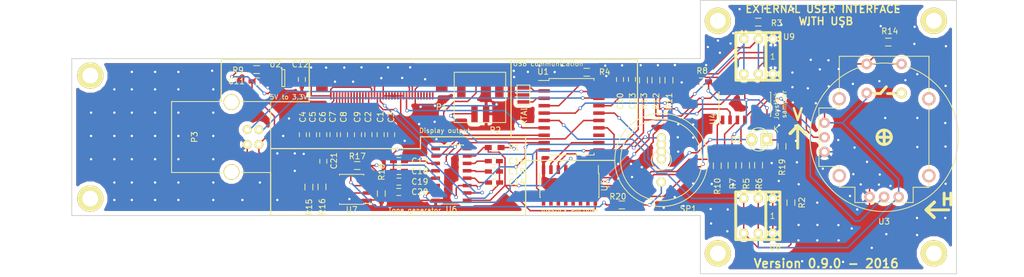
<source format=kicad_pcb>
(kicad_pcb (version 4) (host pcbnew 4.0.0-rc1-stable)
  (layers (0 F.Cu signal) (31 B.Cu signal) (34 B.Paste user) (35 F.Paste user) (36 B.SilkS user) (37 F.SilkS user) (38 B.Mask user) (39 F.Mask user) (44 Edge.Cuts user))
  (net 0 "")
  (net 1 "Net-(C1-Pad1)")
  (net 2 "Net-(C1-Pad2)")
  (net 3 "Net-(C2-Pad1)")
  (net 4 "Net-(C3-Pad1)")
  (net 5 "Net-(C4-Pad1)")
  (net 6 "Net-(C5-Pad1)")
  (net 7 "Net-(C6-Pad1)")
  (net 8 "Net-(C7-Pad1)")
  (net 9 "Net-(C8-Pad1)")
  (net 10 "Net-(C9-Pad1)")
  (net 11 "Net-(C9-Pad2)")
  (net 12 +3V3)
  (net 13 VCC)
  (net 14 "Net-(C13-Pad1)")
  (net 15 //CE)
  (net 16 /SCK)
  (net 17 /MOSI)
  (net 18 "Net-(P2-Pad1)")
  (net 19 /USB_D+)
  (net 20 /USB_D-)
  (net 21 "Net-(P3-Pad5)")
  (net 22 "Net-(R4-Pad1)")
  (net 23 /Left)
  (net 24 /Right)
  (net 25 "Net-(R9-Pad2)")
  (net 26 /GP5)
  (net 27 /GP6)
  (net 28 /GP4)
  (net 29 "Net-(Resonator1-Pad1)")
  (net 30 "Net-(Resonator1-Pad2)")
  (net 31 "Net-(U3-Pad6)")
  (net 32 "Net-(U3-Pad9)")
  (net 33 /JOY_C)
  (net 34 /JOY_LEFT)
  (net 35 /JOY_RIGHT)
  (net 36 /JOY_DOWN)
  (net 37 /JOY_UP)
  (net 38 "Net-(C14-Pad1)")
  (net 39 /REG1)
  (net 40 /REG2)
  (net 41 /REG3)
  (net 42 /REG4)
  (net 43 /REG5)
  (net 44 /REG6)
  (net 45 /REG7)
  (net 46 "Net-(C21-Pad1)")
  (net 47 "Net-(R15-Pad1)")
  (net 48 /REG0)
  (net 49 "Net-(R17-Pad2)")
  (net 50 /REG_LATCH)
  (net 51 /DISP_LATCH)
  (net 52 /BUT1)
  (net 53 /BUT2)
  (net 54 GND_HELP)
  (net 55 "Net-(D1-Pad1)")
  (net 56 /SIGNAL_LED)
  (net 57 "Net-(P1-Pad36)")
  (net 58 "Net-(P1-Pad35)")
  (net 59 "Net-(P1-Pad34)")
  (net 60 "Net-(P1-Pad33)")
  (net 61 "Net-(P1-Pad32)")
  (net 62 "Net-(P1-Pad31)")
  (net 63 "Net-(P1-Pad13)")
  (net 64 /MISO)
  (net 65 "Net-(U2-Pad4)")
  (net 66 "Net-(U5-Pad14)")
  (net 67 "Net-(U5-Pad15)")
  (net 68 "Net-(U6-Pad9)")
  (net 69 "Net-(R20-Pad2)")
  (module Capacitors_SMD:C_0603_HandSoldering (layer F.Cu) (at 127.75 105.78 90)
    (fp_text reference C1 (at 3.035 -0.055 90) (layer F.SilkS))
    (fp_text value 2,2uF)
    (pad 1 smd rect (at -0.95 0 90) (size 1.2 0.75) (layers F.Cu F.Paste F.Mask) (net 1 "Net-(C1-Pad1)"))
    (pad 2 smd rect (at 0.95 0 90) (size 1.2 0.75) (layers F.Cu F.Paste F.Mask) (net 2 "Net-(C1-Pad2)"))
  )
  (module Capacitors_SMD:C_0603_HandSoldering (layer F.Cu) (at 125.65 105.78 270)
    (fp_text reference C2 (at -3.035 0.055 270) (layer F.SilkS))
    (fp_text value 2,2uF)
    (pad 1 smd rect (at -0.95 0 270) (size 1.2 0.75) (layers F.Cu F.Paste F.Mask) (net 3 "Net-(C2-Pad1)"))
    (pad 2 smd rect (at 0.95 0 270) (size 1.2 0.75) (layers F.Cu F.Paste F.Mask) (net 1 "Net-(C1-Pad1)"))
  )
  (module Capacitors_SMD:C_0603_HandSoldering (layer F.Cu) (at 129.55 105.78 270)
    (fp_text reference C3 (at -3.01 0 270) (layer F.SilkS))
    (fp_text value 2,2uF)
    (pad 1 smd rect (at -0.95 0 270) (size 1.2 0.75) (layers F.Cu F.Paste F.Mask) (net 4 "Net-(C3-Pad1)"))
    (pad 2 smd rect (at 0.95 0 270) (size 1.2 0.75) (layers F.Cu F.Paste F.Mask) (net 54 GND_HELP))
  )
  (module Capacitors_SMD:C_0603_HandSoldering (layer F.Cu) (at 114.38 105.78 270)
    (fp_text reference C4 (at -3.035 0.005 270) (layer F.SilkS))
    (fp_text value 1uF)
    (pad 1 smd rect (at -0.95 0 270) (size 1.2 0.75) (layers F.Cu F.Paste F.Mask) (net 5 "Net-(C4-Pad1)"))
    (pad 2 smd rect (at 0.95 0 270) (size 1.2 0.75) (layers F.Cu F.Paste F.Mask) (net 54 GND_HELP))
  )
  (module Capacitors_SMD:C_0603_HandSoldering (layer F.Cu) (at 116.12 105.78 270)
    (fp_text reference C5 (at -3.035 0.055 270) (layer F.SilkS))
    (fp_text value 1uF)
    (pad 1 smd rect (at -0.95 0 270) (size 1.2 0.75) (layers F.Cu F.Paste F.Mask) (net 6 "Net-(C5-Pad1)"))
    (pad 2 smd rect (at 0.95 0 270) (size 1.2 0.75) (layers F.Cu F.Paste F.Mask) (net 54 GND_HELP))
  )
  (module Capacitors_SMD:C_0603_HandSoldering (layer F.Cu) (at 117.88 105.78 270)
    (fp_text reference C6 (at -3.035 0.095 270) (layer F.SilkS))
    (fp_text value 1uF)
    (pad 1 smd rect (at -0.95 0 270) (size 1.2 0.75) (layers F.Cu F.Paste F.Mask) (net 7 "Net-(C6-Pad1)"))
    (pad 2 smd rect (at 0.95 0 270) (size 1.2 0.75) (layers F.Cu F.Paste F.Mask) (net 54 GND_HELP))
  )
  (module Capacitors_SMD:C_0603_HandSoldering (layer F.Cu) (at 119.65 105.78 270)
    (fp_text reference C7 (at -3.035 0.125 270) (layer F.SilkS))
    (fp_text value 1uF)
    (pad 1 smd rect (at -0.95 0 270) (size 1.2 0.75) (layers F.Cu F.Paste F.Mask) (net 8 "Net-(C7-Pad1)"))
    (pad 2 smd rect (at 0.95 0 270) (size 1.2 0.75) (layers F.Cu F.Paste F.Mask) (net 54 GND_HELP))
  )
  (module Capacitors_SMD:C_0603_HandSoldering (layer F.Cu) (at 121.45 105.78 270)
    (fp_text reference C8 (at -3.035 0.075 270) (layer F.SilkS))
    (fp_text value 1uF)
    (pad 1 smd rect (at -0.95 0 270) (size 1.2 0.75) (layers F.Cu F.Paste F.Mask) (net 9 "Net-(C8-Pad1)"))
    (pad 2 smd rect (at 0.95 0 270) (size 1.2 0.75) (layers F.Cu F.Paste F.Mask) (net 54 GND_HELP))
  )
  (module Capacitors_SMD:C_0603_HandSoldering (layer F.Cu) (at 123.85 105.78 90)
    (fp_text reference C9 (at 3.035 -0.105 90) (layer F.SilkS))
    (fp_text value 2,2uF)
    (pad 1 smd rect (at -0.95 0 90) (size 1.2 0.75) (layers F.Cu F.Paste F.Mask) (net 10 "Net-(C9-Pad1)"))
    (pad 2 smd rect (at 0.95 0 90) (size 1.2 0.75) (layers F.Cu F.Paste F.Mask) (net 11 "Net-(C9-Pad2)"))
  )
  (module Capacitors_SMD:C_0603_HandSoldering (layer F.Cu) (at 168.87 96.3 90)
    (fp_text reference C10 (at -3.72 0.02 90) (layer F.SilkS))
    (fp_text value 0.1uF)
    (pad 1 smd rect (at -0.95 0 90) (size 1.2 0.75) (layers F.Cu F.Paste F.Mask) (net 12 +3V3))
    (pad 2 smd rect (at 0.95 0 90) (size 1.2 0.75) (layers F.Cu F.Paste F.Mask) (net 54 GND_HELP))
  )
  (module Capacitors_SMD:C_0603_HandSoldering (layer F.Cu) (at 106.6 96.63)
    (fp_text reference C11 (at -3.64 -0.03) (layer F.SilkS))
    (fp_text value 1uF)
    (pad 1 smd rect (at -0.95 0) (size 1.2 0.75) (layers F.Cu F.Paste F.Mask) (net 13 VCC))
    (pad 2 smd rect (at 0.95 0) (size 1.2 0.75) (layers F.Cu F.Paste F.Mask) (net 54 GND_HELP))
  )
  (module Capacitors_SMD:C_0603_HandSoldering (layer F.Cu) (at 114.21 96.3 270)
    (fp_text reference C12 (at -2.59 0.27 360) (layer F.SilkS))
    (fp_text value 1uF)
    (pad 1 smd rect (at -0.95 0 270) (size 1.2 0.75) (layers F.Cu F.Paste F.Mask) (net 12 +3V3))
    (pad 2 smd rect (at 0.95 0 270) (size 1.2 0.75) (layers F.Cu F.Paste F.Mask) (net 54 GND_HELP))
  )
  (module Capacitors_SMD:C_0603_HandSoldering (layer F.Cu) (at 170.92 96.28 90)
    (fp_text reference C13 (at -3.74 0.1 90) (layer F.SilkS))
    (fp_text value 1uF)
    (pad 1 smd rect (at -0.95 0 90) (size 1.2 0.75) (layers F.Cu F.Paste F.Mask) (net 14 "Net-(C13-Pad1)"))
    (pad 2 smd rect (at 0.95 0 90) (size 1.2 0.75) (layers F.Cu F.Paste F.Mask) (net 54 GND_HELP))
  )
  (module pcb:disp_nap (layer F.Cu) (at 144.87 102.18)
    (fp_text reference P2 (at 2.58 2.82) (layer F.SilkS))
    (fp_text value DISPLAY_VCC_CON)
    (pad 1 smd rect (at -1 0) (size 1.1 3) (layers F.Cu F.Paste F.Mask) (net 18 "Net-(P2-Pad1)"))
    (pad 2 smd rect (at 1 0) (size 1.1 3) (layers F.Cu F.Paste F.Mask) (net 54 GND_HELP))
    (pad x smd rect (at -3.26 -4.85) (size 1.45 4) (layers F.Cu F.Paste F.Mask))
    (pad x smd rect (at 3.27 -4.83) (size 1.45 4) (layers F.Cu F.Paste F.Mask))
  )
  (module Resistors_SMD:R_0603_HandSoldering (layer F.Cu) (at 147.33 107.99 180)
    (fp_text reference R1 (at -3.32 0.03 180) (layer F.SilkS))
    (fp_text value 390)
    (pad 1 smd rect (at -1.1 0 180) (size 1.2 0.9) (layers F.Cu F.Paste F.Mask) (net 18 "Net-(P2-Pad1)"))
    (pad 2 smd rect (at 1.1 0 180) (size 1.2 0.9) (layers F.Cu F.Paste F.Mask) (net 12 +3V3))
  )
  (module Resistors_SMD:R_0603_HandSoldering (layer F.Cu) (at 198.23 117.46 270)
    (fp_text reference R2 (at 0 -1.9 270) (layer F.SilkS))
    (fp_text value 390)
    (pad 1 smd rect (at -1.1 0 270) (size 1.2 0.9) (layers F.Cu F.Paste F.Mask) (net 54 GND_HELP))
    (pad 2 smd rect (at 1.1 0 270) (size 1.2 0.9) (layers F.Cu F.Paste F.Mask) (net 53 /BUT2))
  )
  (module Resistors_SMD:R_0603_HandSoldering (layer F.Cu) (at 192.63 86.45 180)
    (fp_text reference R3 (at -3.15 -0.15 180) (layer F.SilkS))
    (fp_text value 390)
    (pad 1 smd rect (at -1.1 0 180) (size 1.2 0.9) (layers F.Cu F.Paste F.Mask) (net 54 GND_HELP))
    (pad 2 smd rect (at 1.1 0 180) (size 1.2 0.9) (layers F.Cu F.Paste F.Mask) (net 52 /BUT1))
  )
  (module Resistors_SMD:R_0603_HandSoldering (layer F.Cu) (at 163.15 95.06)
    (fp_text reference R4 (at 3.09 -0.05) (layer F.SilkS))
    (fp_text value 390)
    (pad 1 smd rect (at -1.1 0) (size 1.2 0.9) (layers F.Cu F.Paste F.Mask) (net 22 "Net-(R4-Pad1)"))
    (pad 2 smd rect (at 1.1 0) (size 1.2 0.9) (layers F.Cu F.Paste F.Mask) (net 12 +3V3))
  )
  (module Resistors_SMD:R_0603_HandSoldering (layer F.Cu) (at 190.44 111.06 270)
    (fp_text reference R5 (at 3.13 -0.14 270) (layer F.SilkS))
    (fp_text value 30K)
    (pad 1 smd rect (at -1.1 0 270) (size 1.2 0.9) (layers F.Cu F.Paste F.Mask) (net 23 /Left))
    (pad 2 smd rect (at 1.1 0 270) (size 1.2 0.9) (layers F.Cu F.Paste F.Mask) (net 12 +3V3))
  )
  (module Resistors_SMD:R_0603_HandSoldering (layer F.Cu) (at 192.67 111.03 90)
    (fp_text reference R6 (at -3.16 0.09 90) (layer F.SilkS))
    (fp_text value 40K)
    (pad 1 smd rect (at -1.1 0 90) (size 1.2 0.9) (layers F.Cu F.Paste F.Mask) (net 54 GND_HELP))
    (pad 2 smd rect (at 1.1 0 90) (size 1.2 0.9) (layers F.Cu F.Paste F.Mask) (net 23 /Left))
  )
  (module Resistors_SMD:R_0603_HandSoldering (layer F.Cu) (at 188.12 111.06 270)
    (fp_text reference R7 (at 3.13 -0.14 270) (layer F.SilkS))
    (fp_text value 10K)
    (pad 1 smd rect (at -1.1 0 270) (size 1.2 0.9) (layers F.Cu F.Paste F.Mask) (net 24 /Right))
    (pad 2 smd rect (at 1.1 0 270) (size 1.2 0.9) (layers F.Cu F.Paste F.Mask) (net 12 +3V3))
  )
  (module Resistors_SMD:R_0603_HandSoldering (layer F.Cu) (at 182.985 96.715)
    (fp_text reference R8 (at 0 -1.9) (layer F.SilkS))
    (fp_text value 40K)
    (pad 1 smd rect (at -1.1 0) (size 1.2 0.9) (layers F.Cu F.Paste F.Mask) (net 54 GND_HELP))
    (pad 2 smd rect (at 1.1 0) (size 1.2 0.9) (layers F.Cu F.Paste F.Mask) (net 24 /Right))
  )
  (module Resistors_SMD:R_0603_HandSoldering (layer F.Cu) (at 106.45 94.6 180)
    (fp_text reference R9 (at 3.2 -0.11 360) (layer F.SilkS))
    (fp_text value 10K)
    (pad 1 smd rect (at -1.1 0 180) (size 1.2 0.9) (layers F.Cu F.Paste F.Mask) (net 13 VCC))
    (pad 2 smd rect (at 1.1 0 180) (size 1.2 0.9) (layers F.Cu F.Paste F.Mask) (net 25 "Net-(R9-Pad2)"))
  )
  (module Resistors_SMD:R_0603_HandSoldering (layer F.Cu) (at 185.58 111.12 270)
    (fp_text reference R10 (at 3.52 -0.03 270) (layer F.SilkS))
    (fp_text value 10K)
    (pad 1 smd rect (at -1.1 0 270) (size 1.2 0.9) (layers F.Cu F.Paste F.Mask) (net 34 /JOY_LEFT))
    (pad 2 smd rect (at 1.1 0 270) (size 1.2 0.9) (layers F.Cu F.Paste F.Mask) (net 12 +3V3))
  )
  (module Resistors_SMD:R_0603_HandSoldering (layer F.Cu) (at 177.28 96.43 90)
    (fp_text reference R11 (at -3.59 0.04 90) (layer F.SilkS))
    (fp_text value 10K)
    (pad 1 smd rect (at -1.1 0 90) (size 1.2 0.9) (layers F.Cu F.Paste F.Mask) (net 35 /JOY_RIGHT))
    (pad 2 smd rect (at 1.1 0 90) (size 1.2 0.9) (layers F.Cu F.Paste F.Mask) (net 12 +3V3))
  )
  (module Resistors_SMD:R_0603_HandSoldering (layer F.Cu) (at 175.03 96.43 90)
    (fp_text reference R12 (at -3.59 0.05 90) (layer F.SilkS))
    (fp_text value 10K)
    (pad 1 smd rect (at -1.1 0 90) (size 1.2 0.9) (layers F.Cu F.Paste F.Mask) (net 37 /JOY_UP))
    (pad 2 smd rect (at 1.1 0 90) (size 1.2 0.9) (layers F.Cu F.Paste F.Mask) (net 12 +3V3))
  )
  (module Resistors_SMD:R_0603_HandSoldering (layer F.Cu) (at 172.9 96.43 90)
    (fp_text reference R13 (at -3.59 0.1 90) (layer F.SilkS))
    (fp_text value 10K)
    (pad 1 smd rect (at -1.1 0 90) (size 1.2 0.9) (layers F.Cu F.Paste F.Mask) (net 36 /JOY_DOWN))
    (pad 2 smd rect (at 1.1 0 90) (size 1.2 0.9) (layers F.Cu F.Paste F.Mask) (net 12 +3V3))
  )
  (module Resistors_SMD:R_0603_HandSoldering (layer F.Cu) (at 214.97 89.88 180)
    (fp_text reference R14 (at -0.25 1.88 180) (layer F.SilkS))
    (fp_text value 10K)
    (pad 1 smd rect (at -1.1 0 180) (size 1.2 0.9) (layers F.Cu F.Paste F.Mask) (net 54 GND_HELP))
    (pad 2 smd rect (at 1.1 0 180) (size 1.2 0.9) (layers F.Cu F.Paste F.Mask) (net 33 /JOY_C))
  )
  (module pcb:resonator12MHz (layer F.Cu) (at 152.27 98.96 270)
    (fp_text reference XTAL (at 3.57 -0.11 270) (layer F.SilkS))
    (fp_text value 12MHz)
    (pad 3 smd rect (at 0 0 270) (size 0.6 2) (layers F.Cu F.Paste F.Mask) (net 54 GND_HELP))
    (pad 1 smd rect (at -1.2 0 270) (size 0.6 2) (layers F.Cu F.Paste F.Mask) (net 29 "Net-(Resonator1-Pad1)"))
    (pad 2 smd rect (at 1.2 0 270) (size 0.6 2) (layers F.Cu F.Paste F.Mask) (net 30 "Net-(Resonator1-Pad2)"))
  )
  (module Housings_SOIC:SOIC-20_7.5x12.8mm_Pitch1.27mm (layer F.Cu) (at 160.54 102.71)
    (fp_text reference U1 (at -4.88 -7.76) (layer F.SilkS))
    (fp_text value MCP2210)
    (pad 1 smd rect (at -4.7 -5.715) (size 1.95 0.6) (layers F.Cu F.Paste F.Mask) (net 12 +3V3))
    (pad 2 smd rect (at -4.7 -4.445) (size 1.95 0.6) (layers F.Cu F.Paste F.Mask) (net 29 "Net-(Resonator1-Pad1)"))
    (pad 3 smd rect (at -4.7 -3.175) (size 1.95 0.6) (layers F.Cu F.Paste F.Mask) (net 30 "Net-(Resonator1-Pad2)"))
    (pad 4 smd rect (at -4.7 -1.905) (size 1.95 0.6) (layers F.Cu F.Paste F.Mask) (net 22 "Net-(R4-Pad1)"))
    (pad 5 smd rect (at -4.7 -0.635) (size 1.95 0.6) (layers F.Cu F.Paste F.Mask) (net 52 /BUT1))
    (pad 6 smd rect (at -4.7 0.635) (size 1.95 0.6) (layers F.Cu F.Paste F.Mask) (net 53 /BUT2))
    (pad 7 smd rect (at -4.7 1.905) (size 1.95 0.6) (layers F.Cu F.Paste F.Mask) (net 51 /DISP_LATCH))
    (pad 8 smd rect (at -4.7 3.175) (size 1.95 0.6) (layers F.Cu F.Paste F.Mask) (net 15 //CE))
    (pad 9 smd rect (at -4.7 4.445) (size 1.95 0.6) (layers F.Cu F.Paste F.Mask) (net 17 /MOSI))
    (pad 10 smd rect (at -4.7 5.715) (size 1.95 0.6) (layers F.Cu F.Paste F.Mask) (net 28 /GP4))
    (pad 11 smd rect (at 4.7 5.715) (size 1.95 0.6) (layers F.Cu F.Paste F.Mask) (net 16 /SCK))
    (pad 12 smd rect (at 4.7 4.445) (size 1.95 0.6) (layers F.Cu F.Paste F.Mask) (net 26 /GP5))
    (pad 13 smd rect (at 4.7 3.175) (size 1.95 0.6) (layers F.Cu F.Paste F.Mask) (net 64 /MISO))
    (pad 14 smd rect (at 4.7 1.905) (size 1.95 0.6) (layers F.Cu F.Paste F.Mask) (net 27 /GP6))
    (pad 15 smd rect (at 4.7 0.635) (size 1.95 0.6) (layers F.Cu F.Paste F.Mask) (net 50 /REG_LATCH))
    (pad 16 smd rect (at 4.7 -0.635) (size 1.95 0.6) (layers F.Cu F.Paste F.Mask) (net 56 /SIGNAL_LED))
    (pad 17 smd rect (at 4.7 -1.905) (size 1.95 0.6) (layers F.Cu F.Paste F.Mask) (net 14 "Net-(C13-Pad1)"))
    (pad 18 smd rect (at 4.7 -3.175) (size 1.95 0.6) (layers F.Cu F.Paste F.Mask) (net 20 /USB_D-))
    (pad 19 smd rect (at 4.7 -4.445) (size 1.95 0.6) (layers F.Cu F.Paste F.Mask) (net 19 /USB_D+))
    (pad 20 smd rect (at 4.7 -5.715) (size 1.95 0.6) (layers F.Cu F.Paste F.Mask) (net 54 GND_HELP))
  )
  (module TO_SOT_Packages_SMD:SOT-23-5 (layer F.Cu) (at 111.03 96.06)
    (fp_text reference U2 (at -1.39 -2.38) (layer F.SilkS))
    (fp_text value MIC5504-3.3)
    (pad 1 smd rect (at -1.1 -0.95) (size 1.06 0.65) (layers F.Cu F.Paste F.Mask) (net 13 VCC))
    (pad 2 smd rect (at -1.1 0) (size 1.06 0.65) (layers F.Cu F.Paste F.Mask) (net 54 GND_HELP))
    (pad 3 smd rect (at -1.1 0.95) (size 1.06 0.65) (layers F.Cu F.Paste F.Mask) (net 25 "Net-(R9-Pad2)"))
    (pad 4 smd rect (at 1.1 0.95) (size 1.06 0.65) (layers F.Cu F.Paste F.Mask) (net 65 "Net-(U2-Pad4)"))
    (pad 5 smd rect (at 1.1 -0.95) (size 1.06 0.65) (layers F.Cu F.Paste F.Mask) (net 12 +3V3))
  )
  (module Housings_SOIC:SOIC-14_3.9x8.7mm_Pitch1.27mm (layer F.Cu) (at 190.31 100.55 90)
    (fp_text reference U4 (at -2.525 -5.465 90) (layer F.SilkS))
    (fp_text value LM239)
    (pad 1 smd rect (at -2.7 -3.81 90) (size 1.5 0.6) (layers F.Cu F.Paste F.Mask) (net 34 /JOY_LEFT))
    (pad 2 smd rect (at -2.7 -2.54 90) (size 1.5 0.6) (layers F.Cu F.Paste F.Mask) (net 35 /JOY_RIGHT))
    (pad 3 smd rect (at -2.7 -1.27 90) (size 1.5 0.6) (layers F.Cu F.Paste F.Mask) (net 12 +3V3))
    (pad 4 smd rect (at -2.7 0 90) (size 1.5 0.6) (layers F.Cu F.Paste F.Mask) (net 23 /Left))
    (pad 5 smd rect (at -2.7 1.27 90) (size 1.5 0.6) (layers F.Cu F.Paste F.Mask) (net 32 "Net-(U3-Pad9)"))
    (pad 6 smd rect (at -2.7 2.54 90) (size 1.5 0.6) (layers F.Cu F.Paste F.Mask) (net 32 "Net-(U3-Pad9)"))
    (pad 7 smd rect (at -2.7 3.81 90) (size 1.5 0.6) (layers F.Cu F.Paste F.Mask) (net 24 /Right))
    (pad 8 smd rect (at 2.7 3.81 90) (size 1.5 0.6) (layers F.Cu F.Paste F.Mask) (net 23 /Left))
    (pad 9 smd rect (at 2.7 2.54 90) (size 1.5 0.6) (layers F.Cu F.Paste F.Mask) (net 31 "Net-(U3-Pad6)"))
    (pad 10 smd rect (at 2.7 1.27 90) (size 1.5 0.6) (layers F.Cu F.Paste F.Mask) (net 31 "Net-(U3-Pad6)"))
    (pad 11 smd rect (at 2.7 0 90) (size 1.5 0.6) (layers F.Cu F.Paste F.Mask) (net 24 /Right))
    (pad 12 smd rect (at 2.7 -1.27 90) (size 1.5 0.6) (layers F.Cu F.Paste F.Mask) (net 54 GND_HELP))
    (pad 13 smd rect (at 2.7 -2.54 90) (size 1.5 0.6) (layers F.Cu F.Paste F.Mask) (net 36 /JOY_DOWN))
    (pad 14 smd rect (at 2.7 -3.81 90) (size 1.5 0.6) (layers F.Cu F.Paste F.Mask) (net 37 /JOY_UP))
  )
  (module Connect:USB_B (layer F.Cu) (at 106.82 107.46 180)
    (fp_text reference P3 (at 11.049 1.27 270) (layer F.SilkS))
    (fp_text value USB_B)
    (pad 2 thru_hole circle (at 0 2.54 90) (size 1.524 1.524) (drill 0.8128) (layers *.Cu *.Mask F.SilkS) (net 20 /USB_D-))
    (pad 1 thru_hole circle (at 0 0 90) (size 1.524 1.524) (drill 0.8128) (layers *.Cu *.Mask F.SilkS) (net 13 VCC))
    (pad 4 thru_hole circle (at 1.99898 0 90) (size 1.524 1.524) (drill 0.8128) (layers *.Cu *.Mask F.SilkS) (net 54 GND_HELP))
    (pad 3 thru_hole circle (at 1.99898 2.54 90) (size 1.524 1.524) (drill 0.8128) (layers *.Cu *.Mask F.SilkS) (net 19 /USB_D+))
    (pad 5 thru_hole circle (at 4.699 7.26948 90) (size 2.70002 2.70002) (drill 2.30124) (layers *.Cu *.Mask F.SilkS) (net 21 "Net-(P3-Pad5)"))
    (pad 5 thru_hole circle (at 4.699 -4.72948 90) (size 2.70002 2.70002) (drill 2.30124) (layers *.Cu *.Mask F.SilkS) (net 21 "Net-(P3-Pad5)"))
  )
  (module pcb:Joystick (layer F.Cu) (at 214.24 106.23)
    (fp_text reference U3 (at 0 14.47) (layer F.SilkS))
    (fp_text value Joystick)
    (fp_text user H (at 10.89 10.7) (layer F.SilkS) (effects (font (size 2 2) (thickness 0.5))))
    (fp_text user V (at -14.84 -3.91) (layer F.SilkS) (effects (font (size 2 2) (thickness 0.4))))
    (pad 1 thru_hole circle (at -3 -12.6) (size 1.8 1.8) (drill 1) (layers *.Cu *.SilkS *.Mask) (net 33 /JOY_C))
    (pad 2 thru_hole circle (at 3 -12.6) (size 1.8 1.8) (drill 1) (layers *.Cu *.SilkS *.Mask) (net 33 /JOY_C))
    (pad 3 thru_hole circle (at -3 -7.6) (size 1.8 1.8) (drill 1) (layers *.Cu *.SilkS *.Mask) (net 12 +3V3))
    (pad 4 thru_hole circle (at 3 -7.6) (size 1.8 1.8) (drill 1) (layers *.Cu *.Mask F.SilkS) (net 12 +3V3))
    (pad "" thru_hole circle (at 7.7 -6.61) (size 2.3 2.3) (drill 1.5) (layers *.Cu *.SilkS *.Mask))
    (pad "" thru_hole circle (at -7.7 -6.61) (size 2.3 2.3) (drill 1.5) (layers *.Cu *.SilkS *.Mask))
    (pad "" thru_hole circle (at 7.7 6.6) (size 2.3 2.3) (drill 1.5) (layers *.Cu *.SilkS *.Mask))
    (pad "" thru_hole circle (at -7.7 6.6) (size 2.3 2.3) (drill 1.5) (layers *.Cu *.SilkS *.Mask))
    (pad 6 thru_hole circle (at -10.23 0) (size 1.8 1.8) (drill 1) (layers *.Cu *.SilkS *.Mask) (net 31 "Net-(U3-Pad6)"))
    (pad 5 thru_hole circle (at -10.23 -2.5) (size 1.8 1.8) (drill 1) (layers *.Cu *.SilkS *.Mask) (net 12 +3V3))
    (pad 7 thru_hole circle (at -10.23 2.5) (size 1.8 1.8) (drill 1) (layers *.Cu *.SilkS *.Mask) (net 54 GND_HELP))
    (pad 9 thru_hole circle (at 0 10.23) (size 1.8 1.8) (drill 1) (layers *.Cu *.SilkS *.Mask) (net 32 "Net-(U3-Pad9)"))
    (pad 8 thru_hole circle (at -2.5 10.23) (size 1.8 1.8) (drill 1) (layers *.Cu *.SilkS *.Mask) (net 54 GND_HELP))
    (pad 10 thru_hole circle (at 2.5 10.23) (size 1.8 1.8) (drill 1) (layers *.Cu *.SilkS *.Mask) (net 12 +3V3))
  )
  (module Capacitors_SMD:C_0603_HandSoldering (layer F.Cu) (at 147.24 114 180)
    (fp_text reference C14 (at -3.89 0.06 180) (layer F.SilkS))
    (fp_text value 0)
    (pad 1 smd rect (at -0.95 0 180) (size 1.2 0.75) (layers F.Cu F.Paste F.Mask) (net 38 "Net-(C14-Pad1)"))
    (pad 2 smd rect (at 0.95 0 180) (size 1.2 0.75) (layers F.Cu F.Paste F.Mask) (net 39 /REG1))
  )
  (module Capacitors_SMD:C_0603_HandSoldering (layer F.Cu) (at 147.21 112.11 180)
    (fp_text reference C15 (at -3.89 0 180) (layer F.SilkS))
    (fp_text value 0)
    (pad 1 smd rect (at -0.95 0 180) (size 1.2 0.75) (layers F.Cu F.Paste F.Mask) (net 38 "Net-(C14-Pad1)"))
    (pad 2 smd rect (at 0.95 0 180) (size 1.2 0.75) (layers F.Cu F.Paste F.Mask) (net 40 /REG2))
  )
  (module Capacitors_SMD:C_0603_HandSoldering (layer F.Cu) (at 147.2 110.33 180)
    (fp_text reference C16 (at -3.95 -0.02 180) (layer F.SilkS))
    (fp_text value 0)
    (pad 1 smd rect (at -0.95 0 180) (size 1.2 0.75) (layers F.Cu F.Paste F.Mask) (net 38 "Net-(C14-Pad1)"))
    (pad 2 smd rect (at 0.95 0 180) (size 1.2 0.75) (layers F.Cu F.Paste F.Mask) (net 41 /REG3))
  )
  (module Capacitors_SMD:C_0603_HandSoldering (layer F.Cu) (at 130.9 110.32)
    (fp_text reference C17 (at 3.58 0.02) (layer F.SilkS))
    (fp_text value 0)
    (pad 1 smd rect (at -0.95 0) (size 1.2 0.75) (layers F.Cu F.Paste F.Mask) (net 38 "Net-(C14-Pad1)"))
    (pad 2 smd rect (at 0.95 0) (size 1.2 0.75) (layers F.Cu F.Paste F.Mask) (net 42 /REG4))
  )
  (module Capacitors_SMD:C_0603_HandSoldering (layer F.Cu) (at 130.9 112.02)
    (fp_text reference C18 (at 3.58 0.03) (layer F.SilkS))
    (fp_text value 0)
    (pad 1 smd rect (at -0.95 0) (size 1.2 0.75) (layers F.Cu F.Paste F.Mask) (net 38 "Net-(C14-Pad1)"))
    (pad 2 smd rect (at 0.95 0) (size 1.2 0.75) (layers F.Cu F.Paste F.Mask) (net 43 /REG5))
  )
  (module Capacitors_SMD:C_0603_HandSoldering (layer F.Cu) (at 130.88 113.85)
    (fp_text reference C19 (at 3.6 0.01 180) (layer F.SilkS))
    (fp_text value 0)
    (pad 1 smd rect (at -0.95 0) (size 1.2 0.75) (layers F.Cu F.Paste F.Mask) (net 38 "Net-(C14-Pad1)"))
    (pad 2 smd rect (at 0.95 0) (size 1.2 0.75) (layers F.Cu F.Paste F.Mask) (net 44 /REG6))
  )
  (module Capacitors_SMD:C_0603_HandSoldering (layer F.Cu) (at 130.86 115.62)
    (fp_text reference C20 (at 3.62 -0.01 180) (layer F.SilkS))
    (fp_text value 0)
    (pad 1 smd rect (at -0.95 0) (size 1.2 0.75) (layers F.Cu F.Paste F.Mask) (net 38 "Net-(C14-Pad1)"))
    (pad 2 smd rect (at 0.95 0) (size 1.2 0.75) (layers F.Cu F.Paste F.Mask) (net 45 /REG7))
  )
  (module Capacitors_SMD:C_0603_HandSoldering (layer F.Cu) (at 117.9 110.35 90)
    (fp_text reference C21 (at 0.08 1.82 90) (layer F.SilkS))
    (fp_text value 10nF)
    (pad 1 smd rect (at -0.95 0 90) (size 1.2 0.75) (layers F.Cu F.Paste F.Mask) (net 46 "Net-(C21-Pad1)"))
    (pad 2 smd rect (at 0.95 0 90) (size 1.2 0.75) (layers F.Cu F.Paste F.Mask) (net 54 GND_HELP))
  )
  (module Resistors_SMD:R_0603_HandSoldering (layer F.Cu) (at 115.42 114.78 270)
    (fp_text reference R15 (at 3.46 -0.03 270) (layer F.SilkS))
    (fp_text value 3k9)
    (pad 1 smd rect (at -1.1 0 270) (size 1.2 0.9) (layers F.Cu F.Paste F.Mask) (net 47 "Net-(R15-Pad1)"))
    (pad 2 smd rect (at 1.1 0 270) (size 1.2 0.9) (layers F.Cu F.Paste F.Mask) (net 13 VCC))
  )
  (module Resistors_SMD:R_0603_HandSoldering (layer F.Cu) (at 117.67 114.75 270)
    (fp_text reference R16 (at 3.41 -0.04 270) (layer F.SilkS))
    (fp_text value 68k)
    (pad 1 smd rect (at -1.1 0 270) (size 1.2 0.9) (layers F.Cu F.Paste F.Mask) (net 38 "Net-(C14-Pad1)"))
    (pad 2 smd rect (at 1.1 0 270) (size 1.2 0.9) (layers F.Cu F.Paste F.Mask) (net 47 "Net-(R15-Pad1)"))
  )
  (module Resistors_SMD:R_0603_HandSoldering (layer F.Cu) (at 123.72 111.09 180)
    (fp_text reference R17 (at -0.03 1.6 180) (layer F.SilkS))
    (fp_text value 10K)
    (pad 1 smd rect (at -1.1 0 180) (size 1.2 0.9) (layers F.Cu F.Paste F.Mask) (net 48 /REG0))
    (pad 2 smd rect (at 1.1 0 180) (size 1.2 0.9) (layers F.Cu F.Paste F.Mask) (net 49 "Net-(R17-Pad2)"))
  )
  (module Resistors_SMD:R_0603_HandSoldering (layer F.Cu) (at 127.86 115.9 90)
    (fp_text reference R18 (at 3.69 0.05 90) (layer F.SilkS))
    (fp_text value 10K)
    (pad 1 smd rect (at -1.1 0 90) (size 1.2 0.9) (layers F.Cu F.Paste F.Mask) (net 54 GND_HELP))
    (pad 2 smd rect (at 1.1 0 90) (size 1.2 0.9) (layers F.Cu F.Paste F.Mask) (net 48 /REG0))
  )
  (module Housings_SOIC:SOIC-16_3.9x9.9mm_Pitch1.27mm (layer F.Cu) (at 160.18 114.5 270)
    (fp_text reference U5 (at 0 -6 270) (layer F.SilkS))
    (fp_text value CD4532)
    (pad 1 smd rect (at -2.7 -4.445 270) (size 1.5 0.6) (layers F.Cu F.Paste F.Mask) (net 36 /JOY_DOWN))
    (pad 2 smd rect (at -2.7 -3.175 270) (size 1.5 0.6) (layers F.Cu F.Paste F.Mask) (net 33 /JOY_C))
    (pad 3 smd rect (at -2.7 -1.905 270) (size 1.5 0.6) (layers F.Cu F.Paste F.Mask) (net 54 GND_HELP))
    (pad 4 smd rect (at -2.7 -0.635 270) (size 1.5 0.6) (layers F.Cu F.Paste F.Mask) (net 54 GND_HELP))
    (pad 5 smd rect (at -2.7 0.635 270) (size 1.5 0.6) (layers F.Cu F.Paste F.Mask) (net 12 +3V3))
    (pad 6 smd rect (at -2.7 1.905 270) (size 1.5 0.6) (layers F.Cu F.Paste F.Mask) (net 27 /GP6))
    (pad 7 smd rect (at -2.7 3.175 270) (size 1.5 0.6) (layers F.Cu F.Paste F.Mask) (net 26 /GP5))
    (pad 8 smd rect (at -2.7 4.445 270) (size 1.5 0.6) (layers F.Cu F.Paste F.Mask) (net 54 GND_HELP))
    (pad 9 smd rect (at 2.7 4.445 270) (size 1.5 0.6) (layers F.Cu F.Paste F.Mask) (net 28 /GP4))
    (pad 10 smd rect (at 2.7 3.175 270) (size 1.5 0.6) (layers F.Cu F.Paste F.Mask) (net 54 GND_HELP))
    (pad 11 smd rect (at 2.7 1.905 270) (size 1.5 0.6) (layers F.Cu F.Paste F.Mask) (net 35 /JOY_RIGHT))
    (pad 12 smd rect (at 2.7 0.635 270) (size 1.5 0.6) (layers F.Cu F.Paste F.Mask) (net 34 /JOY_LEFT))
    (pad 13 smd rect (at 2.7 -0.635 270) (size 1.5 0.6) (layers F.Cu F.Paste F.Mask) (net 37 /JOY_UP))
    (pad 14 smd rect (at 2.7 -1.905 270) (size 1.5 0.6) (layers F.Cu F.Paste F.Mask) (net 66 "Net-(U5-Pad14)"))
    (pad 15 smd rect (at 2.7 -3.175 270) (size 1.5 0.6) (layers F.Cu F.Paste F.Mask) (net 67 "Net-(U5-Pad15)"))
    (pad 16 smd rect (at 2.7 -4.445 270) (size 1.5 0.6) (layers F.Cu F.Paste F.Mask) (net 12 +3V3))
  )
  (module Housings_SOIC:SOIC-8_3.9x4.9mm_Pitch1.27mm (layer F.Cu) (at 122.77 115.17 180)
    (fp_text reference U7 (at 0 -3.5 180) (layer F.SilkS))
    (fp_text value NE555)
    (pad 1 smd rect (at -2.7 -1.905 180) (size 1.55 0.6) (layers F.Cu F.Paste F.Mask) (net 54 GND_HELP))
    (pad 2 smd rect (at -2.7 -0.635 180) (size 1.55 0.6) (layers F.Cu F.Paste F.Mask) (net 38 "Net-(C14-Pad1)"))
    (pad 3 smd rect (at -2.7 0.635 180) (size 1.55 0.6) (layers F.Cu F.Paste F.Mask) (net 49 "Net-(R17-Pad2)"))
    (pad 4 smd rect (at -2.7 1.905 180) (size 1.55 0.6) (layers F.Cu F.Paste F.Mask) (net 13 VCC))
    (pad 5 smd rect (at 2.7 1.905 180) (size 1.55 0.6) (layers F.Cu F.Paste F.Mask) (net 46 "Net-(C21-Pad1)"))
    (pad 6 smd rect (at 2.7 0.635 180) (size 1.55 0.6) (layers F.Cu F.Paste F.Mask) (net 38 "Net-(C14-Pad1)"))
    (pad 7 smd rect (at 2.7 -0.635 180) (size 1.55 0.6) (layers F.Cu F.Paste F.Mask) (net 47 "Net-(R15-Pad1)"))
    (pad 8 smd rect (at 2.7 -1.905 180) (size 1.55 0.6) (layers F.Cu F.Paste F.Mask) (net 13 VCC))
  )
  (module pcb:ZIF36 (layer F.Cu) (at 127.69 99.02 180)
    (fp_text reference P1 (at -10.53 -2.01 180) (layer F.SilkS))
    (fp_text value DISPLAY_CONN)
    (pad 36 smd rect (at -9 -0.1 180) (size 0.3 1.25) (layers F.Cu F.Paste F.Mask) (net 57 "Net-(P1-Pad36)"))
    (pad 35 smd rect (at -8.5 -0.1 180) (size 0.3 1.25) (layers F.Cu F.Paste F.Mask) (net 58 "Net-(P1-Pad35)"))
    (pad 34 smd rect (at -8 -0.1 180) (size 0.3 1.25) (layers F.Cu F.Paste F.Mask) (net 59 "Net-(P1-Pad34)"))
    (pad 33 smd rect (at -7.5 -0.1 180) (size 0.3 1.25) (layers F.Cu F.Paste F.Mask) (net 60 "Net-(P1-Pad33)"))
    (pad 32 smd rect (at -7 -0.1 180) (size 0.3 1.25) (layers F.Cu F.Paste F.Mask) (net 61 "Net-(P1-Pad32)"))
    (pad 31 smd rect (at -6.5 -0.1 180) (size 0.3 1.25) (layers F.Cu F.Paste F.Mask) (net 62 "Net-(P1-Pad31)"))
    (pad 30 smd rect (at -6 -0.1 180) (size 0.3 1.25) (layers F.Cu F.Paste F.Mask) (net 54 GND_HELP))
    (pad 29 smd rect (at -5.5 -0.1 180) (size 0.3 1.25) (layers F.Cu F.Paste F.Mask) (net 15 //CE))
    (pad 28 smd rect (at -5 -0.1 180) (size 0.3 1.25) (layers F.Cu F.Paste F.Mask) (net 12 +3V3))
    (pad 27 smd rect (at -4.5 -0.1 180) (size 0.3 1.25) (layers F.Cu F.Paste F.Mask) (net 51 /DISP_LATCH))
    (pad 26 smd rect (at -4 -0.1 180) (size 0.3 1.25) (layers F.Cu F.Paste F.Mask) (net 54 GND_HELP))
    (pad 25 smd rect (at -3.5 -0.1 180) (size 0.3 1.25) (layers F.Cu F.Paste F.Mask) (net 54 GND_HELP))
    (pad 24 smd rect (at -3 -0.1 180) (size 0.3 1.25) (layers F.Cu F.Paste F.Mask) (net 54 GND_HELP))
    (pad 23 smd rect (at -2.5 -0.1 180) (size 0.3 1.25) (layers F.Cu F.Paste F.Mask) (net 54 GND_HELP))
    (pad 22 smd rect (at -2 -0.1 180) (size 0.3 1.25) (layers F.Cu F.Paste F.Mask) (net 54 GND_HELP))
    (pad 21 smd rect (at -1.5 -0.1 180) (size 0.3 1.25) (layers F.Cu F.Paste F.Mask) (net 54 GND_HELP))
    (pad 20 smd rect (at -1 -0.1 180) (size 0.3 1.25) (layers F.Cu F.Paste F.Mask) (net 54 GND_HELP))
    (pad 19 smd rect (at -0.5 -0.1 180) (size 0.3 1.25) (layers F.Cu F.Paste F.Mask) (net 54 GND_HELP))
    (pad 18 smd rect (at 0 -0.1 180) (size 0.3 1.25) (layers F.Cu F.Paste F.Mask) (net 16 /SCK))
    (pad 17 smd rect (at 0.5 -0.1 180) (size 0.3 1.25) (layers F.Cu F.Paste F.Mask) (net 17 /MOSI))
    (pad 16 smd rect (at 1 -0.1 180) (size 0.3 1.25) (layers F.Cu F.Paste F.Mask) (net 54 GND_HELP))
    (pad 15 smd rect (at 1.5 -0.1 180) (size 0.3 1.25) (layers F.Cu F.Paste F.Mask) (net 12 +3V3))
    (pad 14 smd rect (at 2 -0.1 180) (size 0.3 1.25) (layers F.Cu F.Paste F.Mask) (net 4 "Net-(C3-Pad1)"))
    (pad 13 smd rect (at 2.5 -0.1 180) (size 0.3 1.25) (layers F.Cu F.Paste F.Mask) (net 63 "Net-(P1-Pad13)"))
    (pad 12 smd rect (at 3 -0.1 180) (size 0.3 1.25) (layers F.Cu F.Paste F.Mask) (net 2 "Net-(C1-Pad2)"))
    (pad 11 smd rect (at 3.5 -0.1 180) (size 0.3 1.25) (layers F.Cu F.Paste F.Mask) (net 1 "Net-(C1-Pad1)"))
    (pad 10 smd rect (at 4 -0.1 180) (size 0.3 1.25) (layers F.Cu F.Paste F.Mask) (net 3 "Net-(C2-Pad1)"))
    (pad 9 smd rect (at 4.5 -0.1 180) (size 0.3 1.25) (layers F.Cu F.Paste F.Mask) (net 11 "Net-(C9-Pad2)"))
    (pad 8 smd rect (at 5 -0.1 180) (size 0.3 1.25) (layers F.Cu F.Paste F.Mask) (net 10 "Net-(C9-Pad1)"))
    (pad 7 smd rect (at 5.5 -0.1 180) (size 0.3 1.25) (layers F.Cu F.Paste F.Mask) (net 9 "Net-(C8-Pad1)"))
    (pad 6 smd rect (at 6 -0.1 180) (size 0.3 1.25) (layers F.Cu F.Paste F.Mask) (net 8 "Net-(C7-Pad1)"))
    (pad 5 smd rect (at 6.5 -0.1 180) (size 0.3 1.25) (layers F.Cu F.Paste F.Mask) (net 7 "Net-(C6-Pad1)"))
    (pad 4 smd rect (at 7 -0.1 180) (size 0.3 1.25) (layers F.Cu F.Paste F.Mask) (net 6 "Net-(C5-Pad1)"))
    (pad 3 smd rect (at 7.5 -0.1 180) (size 0.3 1.25) (layers F.Cu F.Paste F.Mask) (net 5 "Net-(C4-Pad1)"))
    (pad 2 smd rect (at 8 -0.1 180) (size 0.3 1.25) (layers F.Cu F.Paste F.Mask) (net 54 GND_HELP))
    (pad 1 smd rect (at 8.5 -0.1 180) (size 0.3 1.25) (layers F.Cu F.Paste F.Mask) (net 12 +3V3))
    (pad x smd rect (at -10.55 2.22 180) (size 2 3) (layers F.Cu F.Paste F.Mask))
    (pad x smd rect (at 10.03 2.22 180) (size 2 3) (layers F.Cu F.Paste F.Mask))
  )
  (module Mounting_Holes:MountingHole_2.7mm_M2.5_ISO7380_Pad (layer F.Cu) (at 77.87 95.63)
    (fp_text reference REF**)
    (fp_text value MountingHole_2.7mm_M2.5_ISO7380_Pad)
    (pad 1 thru_hole circle (at 0 0) (size 4.5 4.5) (drill 2.7) (layers *.Cu *.Mask F.SilkS))
  )
  (module Mounting_Holes:MountingHole_2.7mm_M2.5_ISO7380_Pad (layer F.Cu) (at 77.86 116.76)
    (fp_text reference REF**)
    (fp_text value MountingHole_2.7mm_M2.5_ISO7380_Pad)
    (pad 1 thru_hole circle (at 0 0) (size 4.5 4.5) (drill 2.7) (layers *.Cu *.Mask F.SilkS))
  )
  (module Mounting_Holes:MountingHole_2.7mm_M2.5_ISO7380_Pad (layer F.Cu) (at 222.79 126.17)
    (fp_text reference REF**)
    (fp_text value MountingHole_2.7mm_M2.5_ISO7380_Pad)
    (pad 1 thru_hole circle (at 0 0) (size 4.5 4.5) (drill 2.7) (layers *.Cu *.Mask F.SilkS))
  )
  (module Mounting_Holes:MountingHole_2.7mm_M2.5_ISO7380_Pad (layer F.Cu) (at 222.79 86.22)
    (fp_text reference REF**)
    (fp_text value MountingHole_2.7mm_M2.5_ISO7380_Pad)
    (pad 1 thru_hole circle (at 0 0) (size 4.5 4.5) (drill 2.7) (layers *.Cu *.Mask F.SilkS))
  )
  (module Mounting_Holes:MountingHole_2.7mm_M2.5_ISO7380_Pad (layer F.Cu) (at 185.68 86.22)
    (fp_text reference REF**)
    (fp_text value MountingHole_2.7mm_M2.5_ISO7380_Pad)
    (pad 1 thru_hole circle (at 0 0) (size 4.5 4.5) (drill 2.7) (layers *.Cu *.Mask F.SilkS))
  )
  (module Mounting_Holes:MountingHole_2.7mm_M2.5_ISO7380_Pad (layer F.Cu) (at 185.68 126.17)
    (fp_text reference REF**)
    (fp_text value MountingHole_2.7mm_M2.5_ISO7380_Pad)
    (pad 1 thru_hole circle (at 0 0) (size 4.5 4.5) (drill 2.7) (layers *.Cu *.Mask F.SilkS))
  )
  (module LEDs:LED-3MM (layer F.Cu) (at 194.03 106.62 180)
    (fp_text reference D1 (at 5.16 -0.03 180) (layer F.SilkS))
    (fp_text value LED)
    (fp_text user K (at -1.66 1.73 180) (layer F.SilkS))
    (pad 1 thru_hole rect (at 0 0 270) (size 2 2) (drill 1.00076) (layers *.Cu *.Mask F.SilkS) (net 55 "Net-(D1-Pad1)"))
    (pad 2 thru_hole circle (at 2.54 0 180) (size 2 2) (drill 1.00076) (layers *.Cu *.Mask F.SilkS) (net 56 /SIGNAL_LED))
  )
  (module Resistors_SMD:R_0603_HandSoldering (layer F.Cu) (at 196.7 107.79 90)
    (fp_text reference R19 (at -3.58 0.03 90) (layer F.SilkS))
    (fp_text value 390R)
    (pad 1 smd rect (at -1.1 0 90) (size 1.2 0.9) (layers F.Cu F.Paste F.Mask) (net 54 GND_HELP))
    (pad 2 smd rect (at 1.1 0 90) (size 1.2 0.9) (layers F.Cu F.Paste F.Mask) (net 55 "Net-(D1-Pad1)"))
  )
  (module pcb:BS-800-N (layer F.Cu) (at 192.62 119.72 180)
    (fp_text reference U8 (at -2.9 -5.4 180) (layer F.SilkS))
    (fp_text value BS800N)
    (fp_text user 1 (at -2.47 -0.02 180) (layer F.SilkS) (effects (font (thickness 0.125))))
    (pad 1 thru_hole circle (at -2.5 -3 180) (size 1.6 1.6) (drill 0.9) (layers *.Cu *.Mask F.SilkS) (net 54 GND_HELP))
    (pad 2 thru_hole circle (at 0 -3 180) (size 1.6 1.6) (drill 0.9) (layers *.Cu *.Mask F.SilkS) (net 12 +3V3))
    (pad 3 thru_hole circle (at 2.5 -3 180) (size 1.6 1.6) (drill 0.9) (layers *.Cu *.Mask F.SilkS) (net 53 /BUT2))
    (pad 1 thru_hole circle (at -2.5 3 180) (size 1.6 1.6) (drill 0.9) (layers *.Cu *.Mask F.SilkS) (net 54 GND_HELP))
    (pad 2 thru_hole circle (at 0 3 180) (size 1.6 1.6) (drill 0.9) (layers *.Cu *.Mask F.SilkS) (net 12 +3V3))
    (pad 3 thru_hole circle (at 2.5 3 180) (size 1.6 1.6) (drill 0.9) (layers *.Cu *.Mask F.SilkS) (net 53 /BUT2))
  )
  (module pcb:BS-800-N (layer F.Cu) (at 192.65 92.34 180)
    (fp_text reference U9 (at -5.25 3.38 180) (layer F.SilkS))
    (fp_text value BS800N)
    (fp_text user 1 (at -2.47 -0.02 180) (layer F.SilkS) (effects (font (thickness 0.125))))
    (pad 1 thru_hole circle (at -2.5 -3 180) (size 1.6 1.6) (drill 0.9) (layers *.Cu *.Mask F.SilkS) (net 54 GND_HELP))
    (pad 2 thru_hole circle (at 0 -3 180) (size 1.6 1.6) (drill 0.9) (layers *.Cu *.Mask F.SilkS) (net 12 +3V3))
    (pad 3 thru_hole circle (at 2.5 -3 180) (size 1.6 1.6) (drill 0.9) (layers *.Cu *.Mask F.SilkS) (net 52 /BUT1))
    (pad 1 thru_hole circle (at -2.5 3 180) (size 1.6 1.6) (drill 0.9) (layers *.Cu *.Mask F.SilkS) (net 54 GND_HELP))
    (pad 2 thru_hole circle (at 0 3 180) (size 1.6 1.6) (drill 0.9) (layers *.Cu *.Mask F.SilkS) (net 12 +3V3))
    (pad 3 thru_hole circle (at 2.5 3 180) (size 1.6 1.6) (drill 0.9) (layers *.Cu *.Mask F.SilkS) (net 52 /BUT1))
  )
  (module Housings_SOIC:SOIC-16_3.9x9.9mm_Pitch1.27mm (layer F.Cu) (at 139.9 112.62 180)
    (fp_text reference U6 (at 0 -6 180) (layer F.SilkS))
    (fp_text value NPIC6c596)
    (pad 1 smd rect (at -2.7 -4.445 180) (size 1.5 0.6) (layers F.Cu F.Paste F.Mask) (net 12 +3V3))
    (pad 2 smd rect (at -2.7 -3.175 180) (size 1.5 0.6) (layers F.Cu F.Paste F.Mask) (net 17 /MOSI))
    (pad 3 smd rect (at -2.7 -1.905 180) (size 1.5 0.6) (layers F.Cu F.Paste F.Mask) (net 48 /REG0))
    (pad 4 smd rect (at -2.7 -0.635 180) (size 1.5 0.6) (layers F.Cu F.Paste F.Mask) (net 39 /REG1))
    (pad 5 smd rect (at -2.7 0.635 180) (size 1.5 0.6) (layers F.Cu F.Paste F.Mask) (net 40 /REG2))
    (pad 6 smd rect (at -2.7 1.905 180) (size 1.5 0.6) (layers F.Cu F.Paste F.Mask) (net 41 /REG3))
    (pad 7 smd rect (at -2.7 3.175 180) (size 1.5 0.6) (layers F.Cu F.Paste F.Mask) (net 12 +3V3))
    (pad 8 smd rect (at -2.7 4.445 180) (size 1.5 0.6) (layers F.Cu F.Paste F.Mask) (net 54 GND_HELP))
    (pad 9 smd rect (at 2.7 4.445 180) (size 1.5 0.6) (layers F.Cu F.Paste F.Mask) (net 68 "Net-(U6-Pad9)"))
    (pad 10 smd rect (at 2.7 3.175 180) (size 1.5 0.6) (layers F.Cu F.Paste F.Mask) (net 50 /REG_LATCH))
    (pad 11 smd rect (at 2.7 1.905 180) (size 1.5 0.6) (layers F.Cu F.Paste F.Mask) (net 42 /REG4))
    (pad 12 smd rect (at 2.7 0.635 180) (size 1.5 0.6) (layers F.Cu F.Paste F.Mask) (net 43 /REG5))
    (pad 13 smd rect (at 2.7 -0.635 180) (size 1.5 0.6) (layers F.Cu F.Paste F.Mask) (net 44 /REG6))
    (pad 14 smd rect (at 2.7 -1.905 180) (size 1.5 0.6) (layers F.Cu F.Paste F.Mask) (net 45 /REG7))
    (pad 15 smd rect (at 2.7 -3.175 180) (size 1.5 0.6) (layers F.Cu F.Paste F.Mask) (net 16 /SCK))
    (pad 16 smd rect (at 2.7 -4.445 180) (size 1.5 0.6) (layers F.Cu F.Paste F.Mask) (net 54 GND_HELP))
  )
  (module pcb:buzer (layer F.Cu) (at 175.97 113.94 90)
    (fp_text reference SP1 (at -4.58 4.63 180) (layer F.SilkS))
    (fp_text value SPEAKER)
    (fp_text user + (at -2.62 -0.01 90) (layer F.SilkS))
    (pad 1 thru_hole circle (at 0.01016 0 90) (size 1.6002 1.6002) (drill 1.00076) (layers *.Cu *.Mask F.SilkS) (net 69 "Net-(R20-Pad2)"))
    (pad 2 thru_hole circle (at 7.60984 0 90) (size 1.6002 1.6002) (drill 1.00076) (layers *.Cu *.Mask F.SilkS) (net 48 /REG0))
    (pad 2 thru_hole circle (at 6.5 0 90) (size 1.6 1.6) (drill 1) (layers *.Cu *.Mask F.SilkS) (net 48 /REG0))
    (pad 2 thru_hole circle (at 4.01 0.02 90) (size 1.6 1.6) (drill 1) (layers *.Cu *.Mask F.SilkS) (net 48 /REG0))
    (pad 2 thru_hole circle (at 5.25 0 90) (size 1.6 1.6) (drill 1) (layers *.Cu *.Mask F.SilkS) (net 48 /REG0))
  )
  (module Resistors_SMD:R_0603_HandSoldering (layer F.Cu) (at 169.18 117.85)
    (fp_text reference R20 (at -0.67 -1.44) (layer F.SilkS))
    (fp_text value 0R)
    (pad 1 smd rect (at -1.1 0) (size 1.2 0.9) (layers F.Cu F.Paste F.Mask) (net 49 "Net-(R17-Pad2)"))
    (pad 2 smd rect (at 1.1 0) (size 1.2 0.9) (layers F.Cu F.Paste F.Mask) (net 69 "Net-(R20-Pad2)"))
  )
  (gr_line (start 108.85 112.35) (end 108.83 112.35) (angle 90) (layer F.SilkS) (width 0.2))
  (gr_line (start 108.85 112.83) (end 108.85 112.35) (angle 90) (layer F.SilkS) (width 0.2))
  (gr_line (start 100.36 92.87) (end 100.36 100.05) (angle 90) (layer F.SilkS) (width 0.2))
  (gr_line (start 115.48 100.12) (end 115.48 92.9) (angle 90) (layer F.SilkS) (width 0.2))
  (gr_line (start 108.88 100.12) (end 115.48 100.12) (angle 90) (layer F.SilkS) (width 0.2))
  (gr_line (start 115.48 92.87) (end 115.44 92.87) (angle 90) (layer F.SilkS) (width 0.2))
  (gr_line (start 108.85 119.64) (end 108.85 112.82) (angle 90) (layer F.SilkS) (width 0.2))
  (gr_line (start 113.11 119.64) (end 108.85 119.64) (angle 90) (layer F.SilkS) (width 0.2))
  (gr_line (start 113.05 108.17) (end 108.89 108.17) (angle 90) (layer F.SilkS) (width 0.2))
  (gr_line (start 107.71 92.87) (end 100.36 92.87) (angle 90) (layer F.SilkS) (width 0.2))
  (gr_line (start 152.67 110.2) (end 167.94 110.2) (angle 90) (layer F.SilkS) (width 0.2))
  (gr_line (start 171.87 92.87) (end 171.87 92.98) (angle 90) (layer F.SilkS) (width 0.2))
  (gr_line (start 150.03 92.87) (end 171.87 92.87) (angle 90) (layer F.SilkS) (width 0.2))
  (gr_line (start 152.67 106.15) (end 150.12 106.15) (angle 90) (layer F.SilkS) (width 0.2))
  (gr_line (start 152.67 119.64) (end 152.67 106.15) (angle 90) (layer F.SilkS) (width 0.2))
  (gr_line (start 112.96 119.64) (end 152.67 119.64) (angle 90) (layer F.SilkS) (width 0.2))
  (gr_line (start 150.15 92.87) (end 107.67 92.87) (angle 90) (layer F.SilkS) (width 0.2))
  (gr_line (start 150.15 106.15) (end 150.15 92.87) (angle 90) (layer F.SilkS) (width 0.2))
  (gr_line (start 134.59 106.15) (end 150.15 106.15) (angle 90) (layer F.SilkS) (width 0.2))
  (gr_line (start 134.59 108.17) (end 134.59 106.15) (angle 90) (layer F.SilkS) (width 0.2))
  (gr_line (start 112.96 108.17) (end 134.59 108.17) (angle 90) (layer F.SilkS) (width 0.2))
  (gr_text "Display output" (at 138.73 105.08) (layer F.SilkS) (effects (font (size 0.8 0.8) (thickness 0.125))))
  (gr_text "Joystick encoder" (at 160.13 118.76) (layer F.SilkS) (effects (font (size 0.8 0.8) (thickness 0.125))))
  (gr_text "USB communication" (at 156.52 93.6) (layer F.SilkS) (effects (font (size 0.8 0.8) (thickness 0.125))))
  (gr_text "Joystick \nsampler" (at 196.41 100.55 90) (layer F.SilkS) (effects (font (size 0.8 0.8) (thickness 0.125))))
  (gr_line (start 171.87 92.9) (end 171.87 103.21) (angle 90) (layer F.SilkS) (width 0.2))
  (gr_text "Tone generator" (at 133.58 118.76) (layer F.SilkS) (effects (font (size 0.8 0.8) (thickness 0.125))))
  (gr_line (start 182.67 119.67) (end 74.68 119.67) (angle 90) (layer Edge.Cuts) (width 0.15))
  (gr_text "Version 0.9.0 - 2016" (at 204.3 127.91) (layer F.SilkS) (effects (font (size 1.5 1.5) (thickness 0.3))))
  (gr_text "EXTERNAL USER INTERFACE \nWITH USB" (at 204.24 85.24) (layer F.SilkS) (effects (font (size 1.3 1.3) (thickness 0.25))))
  (gr_text "5V to 3,3V" (at 111.92 99.32) (layer F.SilkS) (effects (font (size 0.8 0.8) (thickness 0.125))))
  (gr_line (start 182.67 129.67) (end 226.68 129.67) (angle 90) (layer Edge.Cuts) (width 0.15))
  (gr_line (start 74.68 92.72) (end 182.68 92.72) (angle 90) (layer Edge.Cuts) (width 0.15))
  (gr_line (start 74.68 92.73) (end 74.68 92.72) (angle 90) (layer Edge.Cuts) (width 0.15))
  (gr_line (start 74.68 119.67) (end 74.68 92.73) (angle 90) (layer Edge.Cuts) (width 0.15))
  (gr_line (start 226.68 82.72) (end 226.68 129.67) (angle 90) (layer Edge.Cuts) (width 0.15))
  (gr_line (start 182.68 82.72) (end 226.68 82.72) (angle 90) (layer Edge.Cuts) (width 0.15))
  (gr_line (start 182.68 92.72) (end 182.68 82.72) (angle 90) (layer Edge.Cuts) (width 0.15))
  (gr_line (start 132.04 92.73) (end 132.04 92.72) (angle 90) (layer Edge.Cuts) (width 0.15))
  (gr_line (start 182.68 129.67) (end 182.68 119.67) (angle 90) (layer Edge.Cuts) (width 0.15))
  (segment (start 127.75 106.73) (end 125.65 106.73) (width 0.25) (layer F.Cu) (net 1))
  (segment (start 126.7 105.68) (end 125.65 106.73) (width 0.25) (layer F.Cu) (net 1))
  (segment (start 126.7 104.13) (end 126.7 105.68) (width 0.25) (layer F.Cu) (net 1))
  (segment (start 124.19 101.62) (end 126.7 104.13) (width 0.25) (layer F.Cu) (net 1))
  (segment (start 124.19 99.12) (end 124.19 101.62) (width 0.25) (layer F.Cu) (net 1))
  (segment (start 127.75 104.3) (end 127.75 104.83) (width 0.25) (layer F.Cu) (net 2))
  (segment (start 124.69 101.24) (end 127.75 104.3) (width 0.25) (layer F.Cu) (net 2))
  (segment (start 124.69 99.12) (end 124.69 101.24) (width 0.25) (layer F.Cu) (net 2))
  (segment (start 124.39 103.57) (end 125.65 104.83) (width 0.25) (layer F.Cu) (net 3))
  (segment (start 124.36 103.57) (end 124.39 103.57) (width 0.25) (layer F.Cu) (net 3))
  (segment (start 123.69 102.9) (end 124.36 103.57) (width 0.25) (layer F.Cu) (net 3))
  (segment (start 123.69 99.12) (end 123.69 102.9) (width 0.25) (layer F.Cu) (net 3))
  (segment (start 125.69 100.97) (end 129.55 104.83) (width 0.25) (layer F.Cu) (net 4))
  (segment (start 125.69 99.12) (end 125.69 100.97) (width 0.25) (layer F.Cu) (net 4))
  (segment (start 116.88 102.33) (end 114.38 104.83) (width 0.25) (layer F.Cu) (net 5))
  (segment (start 118.11 102.33) (end 116.88 102.33) (width 0.25) (layer F.Cu) (net 5))
  (segment (start 120.19 100.25) (end 118.11 102.33) (width 0.25) (layer F.Cu) (net 5))
  (segment (start 120.19 99.12) (end 120.19 100.25) (width 0.25) (layer F.Cu) (net 5))
  (segment (start 120.69 100.47) (end 120.69 99.12) (width 0.25) (layer F.Cu) (net 6))
  (segment (start 118.36 102.8) (end 120.69 100.47) (width 0.25) (layer F.Cu) (net 6))
  (segment (start 117.18 102.8) (end 118.36 102.8) (width 0.25) (layer F.Cu) (net 6))
  (segment (start 116.12 103.86) (end 117.18 102.8) (width 0.25) (layer F.Cu) (net 6))
  (segment (start 116.12 104.31) (end 116.12 103.86) (width 0.25) (layer F.Cu) (net 6))
  (segment (start 116.12 104.83) (end 116.12 104.31) (width 0.25) (layer F.Cu) (net 6))
  (segment (start 116.12 104.83) (end 116.12 104.31) (width 0.25) (layer F.Cu) (net 6))
  (segment (start 121.19 100.85) (end 121.19 99.12) (width 0.25) (layer F.Cu) (net 7))
  (segment (start 117.88 104.16) (end 121.19 100.85) (width 0.25) (layer F.Cu) (net 7))
  (segment (start 117.88 104.83) (end 117.88 104.16) (width 0.25) (layer F.Cu) (net 7))
  (segment (start 119.65 103.5) (end 119.65 104.83) (width 0.25) (layer F.Cu) (net 8))
  (segment (start 121.69 101.46) (end 119.65 103.5) (width 0.25) (layer F.Cu) (net 8))
  (segment (start 121.69 99.12) (end 121.69 101.46) (width 0.25) (layer F.Cu) (net 8))
  (segment (start 122.19 102.13) (end 122.19 99.12) (width 0.25) (layer F.Cu) (net 9))
  (segment (start 121.45 102.87) (end 122.19 102.13) (width 0.25) (layer F.Cu) (net 9))
  (segment (start 121.45 104.83) (end 121.45 102.87) (width 0.25) (layer F.Cu) (net 9))
  (segment (start 122.69 105.57) (end 123.85 106.73) (width 0.25) (layer F.Cu) (net 10))
  (segment (start 122.69 99.12) (end 122.69 105.57) (width 0.25) (layer F.Cu) (net 10))
  (segment (start 123.85 104) (end 123.85 104.83) (width 0.25) (layer F.Cu) (net 11))
  (segment (start 123.19 103.34) (end 123.85 104) (width 0.25) (layer F.Cu) (net 11))
  (segment (start 123.19 99.12) (end 123.19 103.34) (width 0.25) (layer F.Cu) (net 11))
  (segment (start 164.625 117.2) (end 164.82 117.2) (width 0.25) (layer F.Cu) (net 12))
  (segment (start 164.82 117.2) (end 165.63 116.39) (width 0.25) (layer F.Cu) (net 12))
  (segment (start 165.63 116.39) (end 176.41 116.39) (width 0.25) (layer F.Cu) (net 12))
  (segment (start 146.23 107.99) (end 145.44 107.99) (width 0.25) (layer F.Cu) (net 12))
  (segment (start 143.985 109.445) (end 142.6 109.445) (width 0.25) (layer F.Cu) (net 12))
  (segment (start 145.44 107.99) (end 143.985 109.445) (width 0.25) (layer F.Cu) (net 12))
  (segment (start 142.6 117.065) (end 146.585 117.065) (width 0.25) (layer F.Cu) (net 12))
  (segment (start 146.75 116.9) (end 146.75 116.8754) (width 0.25) (layer F.Cu) (net 12))
  (segment (start 146.585 117.065) (end 146.75 116.9) (width 0.25) (layer F.Cu) (net 12))
  (segment (start 146.75 116.8754) (end 149.1154 114.51) (width 0.25) (layer F.Cu) (net 12))
  (segment (start 146.23 107.99) (end 146.06 107.99) (width 0.25) (layer F.Cu) (net 12))
  (segment (start 189.04 103.25) (end 189.04 103.49) (width 0.25) (layer F.Cu) (net 12))
  (segment (start 189.04 103.49) (end 186.84 105.69) (width 0.25) (layer F.Cu) (net 12))
  (segment (start 186.84 105.69) (end 186.84 112.16) (width 0.25) (layer F.Cu) (net 12))
  (segment (start 192.65 95.34) (end 192.65 94.24) (width 0.25) (layer F.Cu) (net 12))
  (segment (start 204.01 99.12) (end 204.01 103.73) (width 0.25) (layer F.Cu) (net 12))
  (segment (start 198.38 93.49) (end 204.01 99.12) (width 0.25) (layer F.Cu) (net 12))
  (segment (start 193.4 93.49) (end 198.38 93.49) (width 0.25) (layer F.Cu) (net 12))
  (segment (start 192.65 94.24) (end 193.4 93.49) (width 0.25) (layer F.Cu) (net 12))
  (segment (start 192.65 95.34) (end 192.65 95.78) (width 0.25) (layer B.Cu) (net 12))
  (segment (start 192.65 95.34) (end 192.65 89.34) (width 0.25) (layer B.Cu) (net 12))
  (segment (start 192.65 89.34) (end 192.65 89.35) (width 0.25) (layer F.Cu) (net 12))
  (segment (start 192.65 89.35) (end 191.17 90.83) (width 0.25) (layer F.Cu) (net 12))
  (segment (start 177.28 95.33) (end 178.5 95.33) (width 0.25) (layer F.Cu) (net 12))
  (segment (start 191.17 90.83) (end 192.65 89.35) (width 0.25) (layer F.Cu) (net 12))
  (segment (start 188.53 90.83) (end 191.17 90.83) (width 0.25) (layer F.Cu) (net 12))
  (segment (start 184.9 94.46) (end 188.53 90.83) (width 0.25) (layer F.Cu) (net 12))
  (segment (start 179.37 94.46) (end 184.9 94.46) (width 0.25) (layer F.Cu) (net 12))
  (segment (start 178.5 95.33) (end 179.37 94.46) (width 0.25) (layer F.Cu) (net 12))
  (segment (start 192.62 122.72) (end 192.62 125.17) (width 0.25) (layer B.Cu) (net 12))
  (segment (start 208 125.2) (end 216.74 116.46) (width 0.25) (layer B.Cu) (net 12))
  (segment (start 192.65 125.2) (end 208 125.2) (width 0.25) (layer B.Cu) (net 12))
  (segment (start 192.62 125.17) (end 192.65 125.2) (width 0.25) (layer B.Cu) (net 12))
  (segment (start 192.62 116.72) (end 192.62 122.72) (width 0.25) (layer F.Cu) (net 12))
  (segment (start 192.62 116.72) (end 192.62 115.45) (width 0.25) (layer F.Cu) (net 12))
  (segment (start 190.44 113.27) (end 190.44 112.16) (width 0.25) (layer F.Cu) (net 12))
  (segment (start 192.62 115.45) (end 190.44 113.27) (width 0.25) (layer F.Cu) (net 12))
  (segment (start 216.74 116.46) (end 216.74 113.44) (width 0.25) (layer B.Cu) (net 12))
  (segment (start 216.74 113.44) (end 207.03 103.73) (width 0.25) (layer B.Cu) (net 12))
  (segment (start 211.24 98.63) (end 211.24 99.58) (width 0.25) (layer B.Cu) (net 12))
  (segment (start 207.09 103.73) (end 207.03 103.73) (width 0.25) (layer B.Cu) (net 12))
  (segment (start 207.03 103.73) (end 204.01 103.73) (width 0.25) (layer B.Cu) (net 12))
  (segment (start 211.24 99.58) (end 207.09 103.73) (width 0.25) (layer B.Cu) (net 12))
  (segment (start 217.24 98.63) (end 211.24 98.63) (width 0.25) (layer B.Cu) (net 12))
  (segment (start 180.58 112.22) (end 185.58 112.22) (width 0.25) (layer F.Cu) (net 12))
  (segment (start 176.41 116.39) (end 180.58 112.22) (width 0.25) (layer F.Cu) (net 12))
  (segment (start 114.21 95.35) (end 114.63 95.35) (width 0.25) (layer F.Cu) (net 12))
  (segment (start 115.82 99.12) (end 119.19 99.12) (width 0.25) (layer F.Cu) (net 12))
  (segment (start 115.82 96.54) (end 115.82 99.12) (width 0.25) (layer F.Cu) (net 12))
  (segment (start 114.63 95.35) (end 115.82 96.54) (width 0.25) (layer F.Cu) (net 12))
  (segment (start 112.13 95.11) (end 113.97 95.11) (width 0.25) (layer F.Cu) (net 12))
  (segment (start 113.97 95.11) (end 114.21 95.35) (width 0.25) (layer F.Cu) (net 12))
  (segment (start 159.545 111.8) (end 159.545 110.735) (width 0.25) (layer F.Cu) (net 12))
  (segment (start 151.47 114.51) (end 149.1154 114.51) (width 0.25) (layer F.Cu) (net 12))
  (segment (start 151.49 114.53) (end 151.47 114.51) (width 0.25) (layer F.Cu) (net 12))
  (via (at 151.49 114.53) (size 0.6) (drill 0.4) (layers F.Cu B.Cu) (net 12))
  (segment (start 155.75 114.53) (end 151.49 114.53) (width 0.25) (layer B.Cu) (net 12))
  (segment (start 160.4 109.88) (end 155.75 114.53) (width 0.25) (layer B.Cu) (net 12))
  (via (at 160.4 109.88) (size 0.6) (drill 0.4) (layers F.Cu B.Cu) (net 12))
  (segment (start 159.545 110.735) (end 160.4 109.88) (width 0.25) (layer F.Cu) (net 12))
  (segment (start 164.625 118.43) (end 164.625 118.515) (width 0.25) (layer F.Cu) (net 12))
  (segment (start 152.94 118.3346) (end 149.1154 114.51) (width 0.25) (layer F.Cu) (net 12))
  (segment (start 164.625 118.515) (end 164.3 118.84) (width 0.25) (layer F.Cu) (net 12))
  (segment (start 164.3 118.84) (end 153.45 118.84) (width 0.25) (layer F.Cu) (net 12))
  (segment (start 153.45 118.84) (end 152.94 118.33) (width 0.25) (layer F.Cu) (net 12))
  (segment (start 152.94 118.33) (end 152.94 118.3346) (width 0.25) (layer F.Cu) (net 12))
  (segment (start 155.84 96.995) (end 155.84 96.74) (width 0.25) (layer F.Cu) (net 12))
  (segment (start 155.84 96.74) (end 152.96 93.86) (width 0.25) (layer F.Cu) (net 12))
  (segment (start 134.11 94.63) (end 134.11 94.6349) (width 0.25) (layer F.Cu) (net 12))
  (segment (start 134.88 93.86) (end 134.11 94.63) (width 0.25) (layer F.Cu) (net 12))
  (segment (start 152.96 93.86) (end 134.88 93.86) (width 0.25) (layer F.Cu) (net 12))
  (segment (start 171.933 96.2969) (end 172.9 95.33) (width 0.25) (layer F.Cu) (net 12))
  (segment (start 170.348 96.2969) (end 171.933 96.2969) (width 0.25) (layer F.Cu) (net 12))
  (segment (start 169.395 97.25) (end 170.348 96.2969) (width 0.25) (layer F.Cu) (net 12))
  (segment (start 168.87 97.25) (end 169.395 97.25) (width 0.25) (layer F.Cu) (net 12))
  (segment (start 185.64 112.16) (end 185.58 112.22) (width 0.25) (layer F.Cu) (net 12))
  (segment (start 186.84 112.16) (end 185.64 112.16) (width 0.25) (layer F.Cu) (net 12))
  (segment (start 188.12 112.16) (end 186.84 112.16) (width 0.25) (layer F.Cu) (net 12))
  (segment (start 175.03 95.33) (end 177.28 95.33) (width 0.25) (layer F.Cu) (net 12))
  (segment (start 188.12 112.16) (end 190.44 112.16) (width 0.25) (layer F.Cu) (net 12))
  (segment (start 168.17 97.25) (end 168.87 97.25) (width 0.25) (layer F.Cu) (net 12))
  (segment (start 167.799 97.6204) (end 168.17 97.25) (width 0.25) (layer F.Cu) (net 12))
  (segment (start 164.056 97.6204) (end 167.799 97.6204) (width 0.25) (layer F.Cu) (net 12))
  (segment (start 163.893 97.4572) (end 164.056 97.6204) (width 0.25) (layer F.Cu) (net 12))
  (segment (start 163.893 96.1924) (end 163.893 97.4572) (width 0.25) (layer F.Cu) (net 12))
  (segment (start 164.25 95.8353) (end 163.893 96.1924) (width 0.25) (layer F.Cu) (net 12))
  (segment (start 164.25 95.06) (end 164.25 95.8353) (width 0.25) (layer F.Cu) (net 12))
  (segment (start 175.03 95.33) (end 172.9 95.33) (width 0.25) (layer F.Cu) (net 12))
  (segment (start 164.625 117.2) (end 164.625 117.738) (width 0.25) (layer F.Cu) (net 12))
  (segment (start 164.625 117.738) (end 164.625 117.2) (width 0.25) (layer F.Cu) (net 12))
  (segment (start 125.94 97.64) (end 125.89 97.64) (width 0.25) (layer F.Cu) (net 12))
  (segment (start 126.19 97.89) (end 125.94 97.64) (width 0.25) (layer F.Cu) (net 12))
  (segment (start 126.19 99.12) (end 126.19 97.89) (width 0.25) (layer F.Cu) (net 12))
  (segment (start 119.19 97.98) (end 119.19 99.12) (width 0.25) (layer F.Cu) (net 12))
  (segment (start 125.89 97.64) (end 119.53 97.64) (width 0.25) (layer F.Cu) (net 12))
  (segment (start 119.53 97.64) (end 119.19 97.98) (width 0.25) (layer F.Cu) (net 12))
  (segment (start 164.625 118.43) (end 164.625 117.738) (width 0.25) (layer F.Cu) (net 12))
  (segment (start 148.0644 108.7653) (end 146.23 108.7653) (width 0.25) (layer F.Cu) (net 12))
  (segment (start 149.1154 109.8163) (end 148.0644 108.7653) (width 0.25) (layer F.Cu) (net 12))
  (segment (start 149.1154 114.51) (end 149.1154 109.8163) (width 0.25) (layer F.Cu) (net 12))
  (segment (start 146.23 107.99) (end 146.23 108.7653) (width 0.25) (layer F.Cu) (net 12))
  (segment (start 132.69 97.67) (end 131.8825 96.8624) (width 0.25) (layer F.Cu) (net 12))
  (segment (start 132.69 99.12) (end 132.69 97.67) (width 0.25) (layer F.Cu) (net 12))
  (segment (start 126.83 96.7) (end 125.89 97.64) (width 0.25) (layer F.Cu) (net 12))
  (segment (start 131.72 96.7) (end 126.83 96.7) (width 0.25) (layer F.Cu) (net 12))
  (segment (start 131.8825 96.8624) (end 131.72 96.7) (width 0.25) (layer F.Cu) (net 12))
  (segment (start 164.25 94.6723) (end 164.25 95.06) (width 0.25) (layer F.Cu) (net 12))
  (segment (start 163.862 94.2846) (end 164.25 94.6723) (width 0.25) (layer F.Cu) (net 12))
  (segment (start 159.851 94.2846) (end 163.862 94.2846) (width 0.25) (layer F.Cu) (net 12))
  (segment (start 157.14 96.995) (end 159.851 94.2846) (width 0.25) (layer F.Cu) (net 12))
  (segment (start 155.84 96.995) (end 157.14 96.995) (width 0.25) (layer F.Cu) (net 12))
  (segment (start 134.11 94.6349) (end 131.8825 96.8624) (width 0.25) (layer F.Cu) (net 12))
  (segment (start 105.65 96.63) (end 105.65 98.79) (width 0.25) (layer F.Cu) (net 13))
  (segment (start 109.5 104.78) (end 106.82 107.46) (width 0.25) (layer F.Cu) (net 13))
  (segment (start 109.5 102.64) (end 109.5 104.78) (width 0.25) (layer F.Cu) (net 13))
  (segment (start 105.65 98.79) (end 109.5 102.64) (width 0.25) (layer F.Cu) (net 13))
  (segment (start 105.74 96.63) (end 107.55 94.82) (width 0.25) (layer F.Cu) (net 13))
  (segment (start 105.65 96.63) (end 105.74 96.63) (width 0.25) (layer F.Cu) (net 13))
  (segment (start 107.55 94.82) (end 107.55 94.6) (width 0.25) (layer F.Cu) (net 13))
  (segment (start 107.55 94.6) (end 109.42 94.6) (width 0.25) (layer F.Cu) (net 13))
  (segment (start 109.42 94.6) (end 109.93 95.11) (width 0.25) (layer F.Cu) (net 13))
  (segment (start 106.83 107.98) (end 106.83 108.77) (width 0.25) (layer F.Cu) (net 13))
  (segment (start 106.83 108.77) (end 113.94 115.88) (width 0.25) (layer F.Cu) (net 13))
  (segment (start 116.505 117.075) (end 120.07 117.075) (width 0.25) (layer F.Cu) (net 13))
  (segment (start 115.42 115.99) (end 116.505 117.075) (width 0.25) (layer F.Cu) (net 13))
  (segment (start 115.42 115.88) (end 115.42 115.99) (width 0.25) (layer F.Cu) (net 13))
  (segment (start 116.86 110.35) (end 116.6101 110.5999) (width 0.25) (layer F.Cu) (net 13))
  (segment (start 118.98 110.35) (end 116.86 110.35) (width 0.25) (layer F.Cu) (net 13))
  (segment (start 119.57 109.76) (end 118.98 110.35) (width 0.25) (layer F.Cu) (net 13))
  (segment (start 123.14 109.76) (end 119.57 109.76) (width 0.25) (layer F.Cu) (net 13))
  (segment (start 123.69 110.31) (end 123.14 109.76) (width 0.25) (layer F.Cu) (net 13))
  (segment (start 123.69 112.06) (end 123.69 110.31) (width 0.25) (layer F.Cu) (net 13))
  (segment (start 124.895 113.265) (end 123.69 112.06) (width 0.25) (layer F.Cu) (net 13))
  (segment (start 125.47 113.265) (end 124.895 113.265) (width 0.25) (layer F.Cu) (net 13))
  (segment (start 113.94 115.88) (end 115.42 115.88) (width 0.25) (layer F.Cu) (net 13))
  (segment (start 115.245 111.965) (end 113.93 113.28) (width 0.25) (layer F.Cu) (net 13))
  (segment (start 113.93 113.28) (end 113.93 115.89) (width 0.25) (layer F.Cu) (net 13))
  (segment (start 113.93 115.89) (end 113.94 115.88) (width 0.25) (layer F.Cu) (net 13))
  (segment (start 116.6101 110.5999) (end 115.245 111.965) (width 0.25) (layer F.Cu) (net 13))
  (segment (start 167.345 100.805) (end 170.92 97.23) (width 0.25) (layer F.Cu) (net 14))
  (segment (start 165.24 100.805) (end 167.345 100.805) (width 0.25) (layer F.Cu) (net 14))
  (segment (start 133.19 98.35) (end 133.19 96.98) (width 0.25) (layer F.Cu) (net 15))
  (segment (start 144.13 95.38) (end 144.13 97.23) (width 0.25) (layer F.Cu) (net 15))
  (segment (start 143.16 94.41) (end 144.13 95.38) (width 0.25) (layer F.Cu) (net 15))
  (segment (start 135.76 94.41) (end 143.16 94.41) (width 0.25) (layer F.Cu) (net 15))
  (segment (start 133.19 96.98) (end 135.76 94.41) (width 0.25) (layer F.Cu) (net 15))
  (segment (start 146.635 105.885) (end 140.005 105.885) (width 0.25) (layer F.Cu) (net 15))
  (segment (start 147.05 105.885) (end 155.84 105.885) (width 0.25) (layer F.Cu) (net 15))
  (segment (start 147.05 105.885) (end 146.635 105.885) (width 0.25) (layer F.Cu) (net 15))
  (segment (start 140.005 105.885) (end 138.58 104.46) (width 0.25) (layer F.Cu) (net 15))
  (segment (start 138.58 104.46) (end 138.58 101.9) (width 0.25) (layer F.Cu) (net 15))
  (segment (start 138.58 101.9) (end 140.41 100.07) (width 0.25) (layer F.Cu) (net 15))
  (segment (start 140.41 100.07) (end 142.7 100.07) (width 0.25) (layer F.Cu) (net 15))
  (segment (start 142.7 100.07) (end 144.13 98.64) (width 0.25) (layer F.Cu) (net 15))
  (segment (start 144.13 98.64) (end 144.13 97.23) (width 0.25) (layer F.Cu) (net 15))
  (segment (start 133.19 99.12) (end 133.19 98.35) (width 0.25) (layer F.Cu) (net 15))
  (segment (start 149.99 115.15) (end 149.99 114.48) (width 0.25) (layer B.Cu) (net 16))
  (segment (start 153.86 110.61) (end 153.86 109.15) (width 0.25) (layer B.Cu) (net 16))
  (segment (start 149.99 114.48) (end 153.86 110.61) (width 0.25) (layer B.Cu) (net 16))
  (segment (start 137.2 115.795) (end 135.945 115.795) (width 0.25) (layer F.Cu) (net 16))
  (segment (start 147.75 117.39) (end 149.99 115.15) (width 0.25) (layer B.Cu) (net 16))
  (segment (start 136.39 117.39) (end 147.75 117.39) (width 0.25) (layer B.Cu) (net 16))
  (segment (start 135.37 116.37) (end 136.39 117.39) (width 0.25) (layer B.Cu) (net 16))
  (via (at 135.37 116.37) (size 0.6) (drill 0.4) (layers F.Cu B.Cu) (net 16))
  (segment (start 135.945 115.795) (end 135.37 116.37) (width 0.25) (layer F.Cu) (net 16))
  (segment (start 162.6198 108.5333) (end 154.4767 108.5333) (width 0.25) (layer B.Cu) (net 16))
  (segment (start 165.24 108.425) (end 163.9397 108.425) (width 0.25) (layer F.Cu) (net 16))
  (segment (start 162.6198 108.5333) (end 163.8314 108.5333) (width 0.25) (layer F.Cu) (net 16))
  (segment (start 163.8314 108.5333) (end 163.9397 108.425) (width 0.25) (layer F.Cu) (net 16))
  (via (at 162.6198 108.5333) (size 0.6) (layers F.Cu B.Cu) (net 16))
  (segment (start 154.4767 108.5333) (end 153.86 109.15) (width 0.25) (layer B.Cu) (net 16))
  (segment (start 127.7164 100.0703) (end 128.4347 100.7886) (width 0.25) (layer F.Cu) (net 16))
  (segment (start 127.69 100.0703) (end 127.7164 100.0703) (width 0.25) (layer F.Cu) (net 16))
  (segment (start 128.4347 100.7886) (end 136.7961 109.15) (width 0.25) (layer B.Cu) (net 16))
  (segment (start 127.69 99.12) (end 127.69 100.0703) (width 0.25) (layer F.Cu) (net 16))
  (via (at 128.4347 100.7886) (size 0.6) (layers F.Cu B.Cu) (net 16))
  (segment (start 153.86 109.15) (end 150.08 109.15) (width 0.25) (layer B.Cu) (net 16))
  (segment (start 150.08 109.15) (end 136.7961 109.15) (width 0.25) (layer B.Cu) (net 16))
  (segment (start 140.5 107.88) (end 140.5 108.02) (width 0.25) (layer F.Cu) (net 17))
  (segment (start 145.145 115.795) (end 142.6 115.795) (width 0.25) (layer F.Cu) (net 17))
  (segment (start 145.21 115.73) (end 145.145 115.795) (width 0.25) (layer F.Cu) (net 17))
  (via (at 145.21 115.73) (size 0.6) (drill 0.4) (layers F.Cu B.Cu) (net 17))
  (segment (start 144.09 115.73) (end 145.21 115.73) (width 0.25) (layer B.Cu) (net 17))
  (segment (start 139.02 110.66) (end 144.09 115.73) (width 0.25) (layer B.Cu) (net 17))
  (via (at 139.02 110.66) (size 0.6) (drill 0.4) (layers F.Cu B.Cu) (net 17))
  (segment (start 139.02 109.5) (end 139.02 110.66) (width 0.25) (layer F.Cu) (net 17))
  (segment (start 140.5 108.02) (end 139.02 109.5) (width 0.25) (layer F.Cu) (net 17))
  (segment (start 142.55 107.155) (end 141.225 107.155) (width 0.25) (layer F.Cu) (net 17))
  (segment (start 140.4861 107.8939) (end 136.7127 107.8939) (width 0.25) (layer B.Cu) (net 17))
  (segment (start 140.5 107.88) (end 140.4861 107.8939) (width 0.25) (layer B.Cu) (net 17))
  (via (at 140.5 107.88) (size 0.6) (drill 0.4) (layers F.Cu B.Cu) (net 17))
  (segment (start 141.225 107.155) (end 140.5 107.88) (width 0.25) (layer F.Cu) (net 17))
  (via (at 130.3012 101.4824) (size 0.6) (layers F.Cu B.Cu) (net 17))
  (segment (start 128.1883 101.4824) (end 130.3012 101.4824) (width 0.25) (layer F.Cu) (net 17))
  (segment (start 127.19 100.4841) (end 128.1883 101.4824) (width 0.25) (layer F.Cu) (net 17))
  (segment (start 127.19 99.12) (end 127.19 100.4841) (width 0.25) (layer F.Cu) (net 17))
  (segment (start 130.3012 101.4824) (end 136.7127 107.8939) (width 0.25) (layer B.Cu) (net 17))
  (segment (start 155.84 107.155) (end 142.55 107.155) (width 0.25) (layer F.Cu) (net 17))
  (segment (start 143.87 102.18) (end 140.18 102.18) (width 0.25) (layer F.Cu) (net 18))
  (segment (start 149.5414 107.07) (end 150.6822 108.2108) (width 0.25) (layer B.Cu) (net 18))
  (segment (start 144.39 107.07) (end 149.5414 107.07) (width 0.25) (layer B.Cu) (net 18))
  (segment (start 139.84 102.52) (end 144.39 107.07) (width 0.25) (layer B.Cu) (net 18))
  (via (at 139.84 102.52) (size 0.6) (drill 0.4) (layers F.Cu B.Cu) (net 18))
  (segment (start 140.18 102.18) (end 139.84 102.52) (width 0.25) (layer F.Cu) (net 18))
  (via (at 150.6822 108.2108) (size 0.6) (layers F.Cu B.Cu) (net 18))
  (segment (start 148.43 107.99) (end 150.4614 107.99) (width 0.25) (layer F.Cu) (net 18))
  (segment (start 150.4614 107.99) (end 150.6822 108.2108) (width 0.25) (layer F.Cu) (net 18))
  (segment (start 104.83102 105.44) (end 104.83102 105.33898) (width 0.25) (layer B.Cu) (net 19))
  (segment (start 104.83102 105.33898) (end 111.8008 98.3692) (width 0.25) (layer B.Cu) (net 19))
  (via (at 162.2169 98.3692) (size 0.6) (layers F.Cu B.Cu) (net 19))
  (segment (start 111.8008 98.3692) (end 162.2169 98.3692) (width 0.25) (layer B.Cu) (net 19))
  (segment (start 163.8355 98.3692) (end 163.9397 98.265) (width 0.25) (layer F.Cu) (net 19))
  (segment (start 162.2169 98.3692) (end 163.8355 98.3692) (width 0.25) (layer F.Cu) (net 19))
  (segment (start 165.24 98.265) (end 163.9397 98.265) (width 0.25) (layer F.Cu) (net 19))
  (segment (start 106.83 105.44) (end 107.07 105.44) (width 0.25) (layer B.Cu) (net 20))
  (segment (start 107.07 105.44) (end 113.0249 99.4851) (width 0.25) (layer B.Cu) (net 20))
  (segment (start 106.83 105.44) (end 106.83 104.92) (width 0.2) (layer B.Cu) (net 20))
  (via (at 162.4712 99.4851) (size 0.6) (layers F.Cu B.Cu) (net 20))
  (segment (start 113.0249 99.4851) (end 162.4712 99.4851) (width 0.25) (layer B.Cu) (net 20))
  (segment (start 163.8898 99.4851) (end 163.9397 99.535) (width 0.25) (layer F.Cu) (net 20))
  (segment (start 162.4712 99.4851) (end 163.8898 99.4851) (width 0.25) (layer F.Cu) (net 20))
  (segment (start 165.24 99.535) (end 163.9397 99.535) (width 0.25) (layer F.Cu) (net 20))
  (segment (start 162.05 97.11) (end 162.05 95.06) (width 0.25) (layer F.Cu) (net 22))
  (segment (start 158.355 100.805) (end 162.05 97.11) (width 0.25) (layer F.Cu) (net 22))
  (segment (start 155.84 100.805) (end 158.355 100.805) (width 0.25) (layer F.Cu) (net 22))
  (segment (start 190.31 103.25) (end 190.31 102.87) (width 0.25) (layer F.Cu) (net 23))
  (segment (start 190.31 102.87) (end 194.12 99.06) (width 0.25) (layer F.Cu) (net 23))
  (segment (start 194.12 99.06) (end 194.12 97.85) (width 0.25) (layer F.Cu) (net 23))
  (segment (start 190.31 103.25) (end 190.31 103.79) (width 0.25) (layer F.Cu) (net 23))
  (segment (start 190.31 103.79) (end 189.65 104.45) (width 0.25) (layer F.Cu) (net 23))
  (segment (start 189.65 104.45) (end 189.65 109.17) (width 0.25) (layer F.Cu) (net 23))
  (segment (start 189.65 109.17) (end 190.44 109.96) (width 0.25) (layer F.Cu) (net 23))
  (segment (start 192.64 109.96) (end 192.67 109.93) (width 0.25) (layer F.Cu) (net 23))
  (segment (start 190.44 109.96) (end 192.64 109.96) (width 0.25) (layer F.Cu) (net 23))
  (segment (start 192.64 109.96) (end 192.67 109.93) (width 0.25) (layer F.Cu) (net 23))
  (segment (start 188.12 109.96) (end 188.12 106.09) (width 0.25) (layer F.Cu) (net 24))
  (segment (start 190.58 103.63) (end 190.58 99.81) (width 0.25) (layer B.Cu) (net 24))
  (segment (start 188.52 105.69) (end 190.58 103.63) (width 0.25) (layer B.Cu) (net 24))
  (via (at 188.52 105.69) (size 0.6) (drill 0.4) (layers F.Cu B.Cu) (net 24))
  (segment (start 188.12 106.09) (end 188.52 105.69) (width 0.25) (layer F.Cu) (net 24))
  (segment (start 184.085 96.715) (end 184.085 98.195) (width 0.25) (layer F.Cu) (net 24))
  (segment (start 185.61 99.81) (end 190.58 99.81) (width 0.25) (layer B.Cu) (net 24))
  (segment (start 184.04 98.24) (end 185.61 99.81) (width 0.25) (layer B.Cu) (net 24))
  (via (at 184.04 98.24) (size 0.6) (drill 0.4) (layers F.Cu B.Cu) (net 24))
  (segment (start 184.085 98.195) (end 184.04 98.24) (width 0.25) (layer F.Cu) (net 24))
  (segment (start 194.12 103.25) (end 194.12 101.19) (width 0.25) (layer F.Cu) (net 24))
  (segment (start 190.31 99.54) (end 190.31 97.85) (width 0.25) (layer F.Cu) (net 24))
  (segment (start 190.58 99.81) (end 190.31 99.54) (width 0.25) (layer F.Cu) (net 24))
  (via (at 190.58 99.81) (size 0.6) (drill 0.4) (layers F.Cu B.Cu) (net 24))
  (segment (start 192.74 99.81) (end 190.58 99.81) (width 0.25) (layer B.Cu) (net 24))
  (segment (start 194.12 101.19) (end 192.74 99.81) (width 0.25) (layer B.Cu) (net 24))
  (via (at 194.12 101.19) (size 0.6) (drill 0.4) (layers F.Cu B.Cu) (net 24))
  (segment (start 109.93 97.01) (end 109.93 97.23) (width 0.25) (layer F.Cu) (net 25))
  (segment (start 109.93 97.23) (end 108.45 98.71) (width 0.25) (layer F.Cu) (net 25))
  (segment (start 103.42 94.6) (end 105.35 94.6) (width 0.25) (layer F.Cu) (net 25))
  (segment (start 102.19 95.83) (end 103.42 94.6) (width 0.25) (layer F.Cu) (net 25))
  (via (at 102.19 95.83) (size 0.6) (drill 0.4) (layers F.Cu B.Cu) (net 25))
  (segment (start 104.9 95.83) (end 102.19 95.83) (width 0.25) (layer B.Cu) (net 25))
  (segment (start 107.78 98.71) (end 104.9 95.83) (width 0.25) (layer B.Cu) (net 25))
  (via (at 107.78 98.71) (size 0.6) (drill 0.4) (layers F.Cu B.Cu) (net 25))
  (segment (start 108.45 98.71) (end 107.78 98.71) (width 0.25) (layer F.Cu) (net 25))
  (segment (start 109.93 97.01) (end 109.6 97.01) (width 0.25) (layer F.Cu) (net 25))
  (segment (start 160.575 107.155) (end 165.24 107.155) (width 0.25) (layer F.Cu) (net 26))
  (segment (start 157.005 110.725) (end 160.575 107.155) (width 0.25) (layer F.Cu) (net 26))
  (segment (start 157.005 111.8) (end 157.005 110.725) (width 0.25) (layer F.Cu) (net 26))
  (segment (start 165.24 104.615) (end 166.705 104.615) (width 0.25) (layer F.Cu) (net 27))
  (segment (start 161.19 109.09) (end 159.748533 109.09) (width 0.25) (layer F.Cu) (net 27))
  (segment (start 161.79 109.69) (end 161.19 109.09) (width 0.25) (layer F.Cu) (net 27))
  (segment (start 166.14 109.69) (end 161.79 109.69) (width 0.25) (layer F.Cu) (net 27))
  (segment (start 167.84 107.99) (end 166.14 109.69) (width 0.25) (layer F.Cu) (net 27))
  (segment (start 167.84 105.75) (end 167.84 107.99) (width 0.25) (layer F.Cu) (net 27))
  (segment (start 166.705 104.615) (end 167.84 105.75) (width 0.25) (layer F.Cu) (net 27))
  (segment (start 158.275 110.563) (end 158.275 111.8) (width 0.25) (layer F.Cu) (net 27))
  (segment (start 159.748533 109.09) (end 158.275 110.563) (width 0.25) (layer F.Cu) (net 27))
  (segment (start 155.735 116.125) (end 155.735 117.2) (width 0.25) (layer F.Cu) (net 28))
  (segment (start 154.54 114.929) (end 155.735 116.125) (width 0.25) (layer F.Cu) (net 28))
  (segment (start 154.54 108.425) (end 154.54 114.929) (width 0.25) (layer F.Cu) (net 28))
  (segment (start 155.84 108.425) (end 154.54 108.425) (width 0.25) (layer F.Cu) (net 28))
  (segment (start 154.1 98.265) (end 155.84 98.265) (width 0.25) (layer F.Cu) (net 29))
  (segment (start 153.595 97.76) (end 154.1 98.265) (width 0.25) (layer F.Cu) (net 29))
  (segment (start 152.27 97.76) (end 153.595 97.76) (width 0.25) (layer F.Cu) (net 29))
  (segment (start 153.915 100.16) (end 152.27 100.16) (width 0.25) (layer F.Cu) (net 30))
  (segment (start 154.54 99.535) (end 153.915 100.16) (width 0.25) (layer F.Cu) (net 30))
  (segment (start 155.84 99.535) (end 154.54 99.535) (width 0.25) (layer F.Cu) (net 30))
  (segment (start 192.85 97.85) (end 192.85 96.92) (width 0.25) (layer F.Cu) (net 31))
  (segment (start 200.89 101.4) (end 200.89 104.99) (width 0.25) (layer F.Cu) (net 31))
  (segment (start 196.02 96.53) (end 200.89 101.4) (width 0.25) (layer F.Cu) (net 31))
  (segment (start 193.24 96.53) (end 196.02 96.53) (width 0.25) (layer F.Cu) (net 31))
  (segment (start 192.85 96.92) (end 193.24 96.53) (width 0.25) (layer F.Cu) (net 31))
  (segment (start 192.85 97.85) (end 191.58 97.85) (width 0.25) (layer F.Cu) (net 31))
  (segment (start 204.01 106.23) (end 202.13 106.23) (width 0.25) (layer F.Cu) (net 31))
  (segment (start 202.13 106.23) (end 200.89 104.99) (width 0.25) (layer F.Cu) (net 31))
  (segment (start 203.95 106.17) (end 204.01 106.23) (width 0.25) (layer F.Cu) (net 31))
  (segment (start 192.85 103.25) (end 192.85 101.27) (width 0.25) (layer F.Cu) (net 32))
  (segment (start 210.08 120.62) (end 214.24 116.46) (width 0.25) (layer B.Cu) (net 32))
  (segment (start 209.27 120.62) (end 210.08 120.62) (width 0.25) (layer B.Cu) (net 32))
  (segment (start 201.56 112.91) (end 209.27 120.62) (width 0.25) (layer B.Cu) (net 32))
  (segment (start 201.56 104.63) (end 201.56 112.91) (width 0.25) (layer B.Cu) (net 32))
  (segment (start 196.52 99.59) (end 201.56 104.63) (width 0.25) (layer B.Cu) (net 32))
  (via (at 196.52 99.59) (size 0.6) (drill 0.4) (layers F.Cu B.Cu) (net 32))
  (segment (start 194.53 99.59) (end 196.52 99.59) (width 0.25) (layer F.Cu) (net 32))
  (segment (start 192.85 101.27) (end 194.53 99.59) (width 0.25) (layer F.Cu) (net 32))
  (segment (start 191.58 103.25) (end 192.85 103.25) (width 0.25) (layer F.Cu) (net 32))
  (segment (start 217.24 93.63) (end 211.24 93.63) (width 0.25) (layer F.Cu) (net 33))
  (segment (start 213.87 89.88) (end 213.87 91) (width 0.25) (layer F.Cu) (net 33))
  (segment (start 213.87 91) (end 211.24 93.63) (width 0.25) (layer F.Cu) (net 33))
  (segment (start 211.24 93.63) (end 207.9504 93.63) (width 0.25) (layer F.Cu) (net 33))
  (segment (start 207.9504 93.63) (end 205.995 91.6746) (width 0.25) (layer F.Cu) (net 33))
  (segment (start 163.355 111.8) (end 163.355 110.755) (width 0.25) (layer F.Cu) (net 33))
  (segment (start 172 104.9) (end 172 104.4) (width 0.25) (layer F.Cu) (net 33))
  (segment (start 166.46 110.44) (end 172 104.9) (width 0.25) (layer F.Cu) (net 33))
  (segment (start 163.67 110.44) (end 166.46 110.44) (width 0.25) (layer F.Cu) (net 33))
  (segment (start 163.355 110.755) (end 163.67 110.44) (width 0.25) (layer F.Cu) (net 33))
  (segment (start 172 103.07) (end 171.995 103.07) (width 0.25) (layer F.Cu) (net 33))
  (segment (start 172 104.4) (end 172 103.07) (width 0.25) (layer F.Cu) (net 33))
  (segment (start 189.364 91.6746) (end 205.995 91.6746) (width 0.25) (layer F.Cu) (net 33))
  (segment (start 185.708 95.33) (end 189.364 91.6746) (width 0.25) (layer F.Cu) (net 33))
  (segment (start 179.776 95.33) (end 185.708 95.33) (width 0.25) (layer F.Cu) (net 33))
  (segment (start 178.77 96.336) (end 179.776 95.33) (width 0.25) (layer F.Cu) (net 33))
  (segment (start 172.539 96.336) (end 178.77 96.336) (width 0.25) (layer F.Cu) (net 33))
  (segment (start 171.995 96.8794) (end 172.539 96.336) (width 0.25) (layer F.Cu) (net 33))
  (segment (start 171.995 103.07) (end 171.995 96.8794) (width 0.25) (layer F.Cu) (net 33))
  (segment (start 170.885 114.525) (end 171.835 114.525) (width 0.25) (layer F.Cu) (net 34))
  (segment (start 178.638199 112.121801) (end 180.74 110.02) (width 0.25) (layer F.Cu) (net 34))
  (segment (start 174.238199 112.121801) (end 178.638199 112.121801) (width 0.25) (layer F.Cu) (net 34))
  (segment (start 171.835 114.525) (end 174.238199 112.121801) (width 0.25) (layer F.Cu) (net 34))
  (segment (start 159.545 117.2) (end 159.545 116.365) (width 0.25) (layer F.Cu) (net 34))
  (segment (start 180.74 110.02) (end 185.58 110.02) (width 0.25) (layer F.Cu) (net 34))
  (segment (start 170.88 114.53) (end 170.885 114.525) (width 0.25) (layer F.Cu) (net 34))
  (segment (start 161.38 114.53) (end 170.88 114.53) (width 0.25) (layer F.Cu) (net 34))
  (segment (start 159.545 116.365) (end 161.38 114.53) (width 0.25) (layer F.Cu) (net 34))
  (segment (start 185.58 110.02) (end 185.58 104.17) (width 0.25) (layer F.Cu) (net 34))
  (segment (start 185.58 104.17) (end 186.5 103.25) (width 0.25) (layer F.Cu) (net 34))
  (segment (start 185.58 110.02) (end 185.282 110.02) (width 0.25) (layer F.Cu) (net 34))
  (segment (start 158.275 117.2) (end 158.275 116.085) (width 0.25) (layer F.Cu) (net 35))
  (via (at 176.22 101.36) (size 0.6) (drill 0.4) (layers F.Cu B.Cu) (net 35))
  (segment (start 176.22 103.05) (end 176.22 101.36) (width 0.25) (layer B.Cu) (net 35))
  (segment (start 173.85 105.42) (end 176.22 103.05) (width 0.25) (layer B.Cu) (net 35))
  (via (at 173.85 105.42) (size 0.6) (drill 0.4) (layers F.Cu B.Cu) (net 35))
  (segment (start 173.85 106.57) (end 173.85 105.42) (width 0.25) (layer F.Cu) (net 35))
  (segment (start 171.3 109.12) (end 173.85 106.57) (width 0.25) (layer F.Cu) (net 35))
  (via (at 171.3 109.12) (size 0.6) (drill 0.4) (layers F.Cu B.Cu) (net 35))
  (segment (start 171.3 109.26) (end 171.3 109.12) (width 0.25) (layer B.Cu) (net 35))
  (segment (start 166.76 113.8) (end 171.3 109.26) (width 0.25) (layer B.Cu) (net 35))
  (via (at 166.76 113.8) (size 0.6) (drill 0.4) (layers F.Cu B.Cu) (net 35))
  (segment (start 160.56 113.8) (end 166.76 113.8) (width 0.25) (layer F.Cu) (net 35))
  (segment (start 158.275 116.085) (end 160.56 113.8) (width 0.25) (layer F.Cu) (net 35))
  (segment (start 176.22 101.36) (end 176.22 101.34) (width 0.25) (layer F.Cu) (net 35))
  (segment (start 176.22 101.34) (end 176.22 101.36) (width 0.25) (layer F.Cu) (net 35))
  (segment (start 176.22 101.36) (end 176.22 101.34) (width 0.25) (layer F.Cu) (net 35))
  (segment (start 177.28 97.53) (end 177.28 98.12) (width 0.25) (layer F.Cu) (net 35))
  (segment (start 177.28 98.12) (end 175.66 99.74) (width 0.25) (layer F.Cu) (net 35))
  (segment (start 175.66 99.74) (end 175.66 101.37) (width 0.25) (layer F.Cu) (net 35))
  (segment (start 175.66 101.37) (end 175.69 101.34) (width 0.25) (layer F.Cu) (net 35))
  (segment (start 175.69 101.34) (end 176.22 101.34) (width 0.25) (layer F.Cu) (net 35))
  (segment (start 176.22 101.34) (end 178.56 101.34) (width 0.25) (layer F.Cu) (net 35))
  (via (at 178.56 101.34) (size 0.6) (drill 0.4) (layers F.Cu B.Cu) (net 35))
  (segment (start 178.56 101.34) (end 179.4 102.18) (width 0.25) (layer B.Cu) (net 35))
  (segment (start 179.4 102.18) (end 182.06 102.18) (width 0.25) (layer B.Cu) (net 35))
  (via (at 182.06 102.18) (size 0.6) (drill 0.4) (layers F.Cu B.Cu) (net 35))
  (segment (start 182.06 102.18) (end 182.87 101.37) (width 0.25) (layer F.Cu) (net 35))
  (segment (start 182.87 101.37) (end 187.26 101.37) (width 0.25) (layer F.Cu) (net 35))
  (segment (start 187.26 101.37) (end 187.77 101.88) (width 0.25) (layer F.Cu) (net 35))
  (segment (start 187.77 101.88) (end 187.77 103.25) (width 0.25) (layer F.Cu) (net 35))
  (segment (start 172.9 103.25) (end 179.63 103.25) (width 0.25) (layer F.Cu) (net 36))
  (segment (start 179.63 103.25) (end 182.32 100.56) (width 0.25) (layer F.Cu) (net 36))
  (segment (start 187.77 97.85) (end 187.77 98.97) (width 0.25) (layer F.Cu) (net 36))
  (segment (start 187.77 98.97) (end 186.18 100.56) (width 0.25) (layer F.Cu) (net 36))
  (segment (start 186.18 100.56) (end 182.32 100.56) (width 0.25) (layer F.Cu) (net 36))
  (segment (start 164.625 111.8) (end 166.52 111.8) (width 0.25) (layer F.Cu) (net 36))
  (segment (start 166.52 111.8) (end 172.9 105.42) (width 0.25) (layer F.Cu) (net 36))
  (segment (start 172.9 105.42) (end 172.9 103.25) (width 0.25) (layer F.Cu) (net 36))
  (segment (start 172.9 103.25) (end 172.9 100.69) (width 0.25) (layer F.Cu) (net 36))
  (segment (start 172.9 100.69) (end 172.9 100.56) (width 0.25) (layer F.Cu) (net 36))
  (segment (start 172.9 100.56) (end 172.9 97.53) (width 0.25) (layer F.Cu) (net 36))
  (segment (start 173.238 114.128) (end 173.238 114.092) (width 0.25) (layer F.Cu) (net 37))
  (segment (start 179.06 112.63) (end 180.395 111.295) (width 0.25) (layer F.Cu) (net 37))
  (segment (start 174.7 112.63) (end 179.06 112.63) (width 0.25) (layer F.Cu) (net 37))
  (segment (start 173.238 114.092) (end 174.7 112.63) (width 0.25) (layer F.Cu) (net 37))
  (segment (start 175.03 97.53) (end 175.03 102.49) (width 0.25) (layer F.Cu) (net 37))
  (segment (start 179.44 102.58) (end 182.49 99.53) (width 0.25) (layer F.Cu) (net 37))
  (segment (start 175.12 102.58) (end 179.44 102.58) (width 0.25) (layer F.Cu) (net 37))
  (segment (start 175.03 102.49) (end 175.12 102.58) (width 0.25) (layer F.Cu) (net 37))
  (segment (start 186.5 97.85) (end 186.07 97.85) (width 0.25) (layer F.Cu) (net 37))
  (segment (start 184.39 99.53) (end 183.05 99.53) (width 0.25) (layer F.Cu) (net 37))
  (segment (start 186.07 97.85) (end 184.39 99.53) (width 0.25) (layer F.Cu) (net 37))
  (segment (start 182.49 99.53) (end 183.05 99.53) (width 0.25) (layer F.Cu) (net 37))
  (segment (start 160.815 117.2) (end 160.815 116.375) (width 0.25) (layer F.Cu) (net 37))
  (segment (start 161.46 115.73) (end 171.636 115.73) (width 0.25) (layer F.Cu) (net 37))
  (segment (start 160.815 116.375) (end 161.46 115.73) (width 0.25) (layer F.Cu) (net 37))
  (via (at 183.05 99.53) (size 0.6) (layers F.Cu B.Cu) (net 37))
  (via (at 183.17 110.83) (size 0.6) (layers F.Cu B.Cu) (net 37))
  (segment (start 183.05 110.71) (end 183.05 99.53) (width 0.25) (layer B.Cu) (net 37))
  (segment (start 183.17 110.83) (end 183.05 110.71) (width 0.25) (layer B.Cu) (net 37))
  (segment (start 182.705 111.295) (end 183.17 110.83) (width 0.25) (layer F.Cu) (net 37))
  (segment (start 180.395 111.295) (end 182.705 111.295) (width 0.25) (layer F.Cu) (net 37))
  (segment (start 171.636 115.73) (end 173.238 114.128) (width 0.25) (layer F.Cu) (net 37))
  (segment (start 148.19 114) (end 148.19 114.17) (width 0.25) (layer F.Cu) (net 38))
  (segment (start 148.19 114.17) (end 146.74 115.62) (width 0.25) (layer F.Cu) (net 38))
  (segment (start 129.95 109.01) (end 129.95 110.32) (width 0.25) (layer F.Cu) (net 38))
  (segment (start 130.62 108.34) (end 129.95 109.01) (width 0.25) (layer F.Cu) (net 38))
  (via (at 130.62 108.34) (size 0.6) (drill 0.4) (layers F.Cu B.Cu) (net 38))
  (segment (start 134.49 108.34) (end 130.62 108.34) (width 0.25) (layer B.Cu) (net 38))
  (segment (start 142.85 116.7) (end 134.49 108.34) (width 0.25) (layer B.Cu) (net 38))
  (segment (start 145.66 116.7) (end 142.85 116.7) (width 0.25) (layer B.Cu) (net 38))
  (segment (start 146.74 115.62) (end 145.66 116.7) (width 0.25) (layer B.Cu) (net 38))
  (via (at 146.74 115.62) (size 0.6) (drill 0.4) (layers F.Cu B.Cu) (net 38))
  (segment (start 125.47 115.805) (end 126.845 115.805) (width 0.25) (layer F.Cu) (net 38))
  (segment (start 126.94 115.9) (end 129.63 115.9) (width 0.25) (layer F.Cu) (net 38))
  (segment (start 126.845 115.805) (end 126.94 115.9) (width 0.25) (layer F.Cu) (net 38))
  (segment (start 129.63 115.9) (end 129.91 115.62) (width 0.25) (layer F.Cu) (net 38))
  (segment (start 129.62 115.91) (end 129.91 115.62) (width 0.25) (layer F.Cu) (net 38))
  (segment (start 129.93 113.85) (end 129.93 115.6) (width 0.25) (layer F.Cu) (net 38))
  (segment (start 129.93 115.6) (end 129.91 115.62) (width 0.25) (layer F.Cu) (net 38))
  (segment (start 129.95 112.02) (end 129.95 113.83) (width 0.25) (layer F.Cu) (net 38))
  (segment (start 129.95 113.83) (end 129.93 113.85) (width 0.25) (layer F.Cu) (net 38))
  (segment (start 129.95 110.32) (end 129.95 112.02) (width 0.25) (layer F.Cu) (net 38))
  (segment (start 125.575 115.91) (end 125.47 115.805) (width 0.25) (layer F.Cu) (net 38))
  (segment (start 122.465 115.805) (end 125.47 115.805) (width 0.25) (layer F.Cu) (net 38))
  (segment (start 121.195 114.535) (end 122.465 115.805) (width 0.25) (layer F.Cu) (net 38))
  (segment (start 120.07 114.535) (end 121.195 114.535) (width 0.25) (layer F.Cu) (net 38))
  (segment (start 148.16 113.97) (end 148.19 114) (width 0.25) (layer F.Cu) (net 38))
  (segment (start 148.16 112.11) (end 148.16 113.97) (width 0.25) (layer F.Cu) (net 38))
  (segment (start 148.15 112.1) (end 148.16 112.11) (width 0.25) (layer F.Cu) (net 38))
  (segment (start 148.15 110.33) (end 148.15 112.1) (width 0.25) (layer F.Cu) (net 38))
  (segment (start 119.155 114.535) (end 120.07 114.535) (width 0.25) (layer F.Cu) (net 38))
  (segment (start 118.27 113.65) (end 119.155 114.535) (width 0.25) (layer F.Cu) (net 38))
  (segment (start 117.67 113.65) (end 118.27 113.65) (width 0.25) (layer F.Cu) (net 38))
  (segment (start 146.29 114) (end 144.64 114) (width 0.25) (layer F.Cu) (net 39))
  (segment (start 143.895 113.255) (end 142.6 113.255) (width 0.25) (layer F.Cu) (net 39))
  (segment (start 144.64 114) (end 143.895 113.255) (width 0.25) (layer F.Cu) (net 39))
  (segment (start 146.29 114) (end 146.09 114) (width 0.25) (layer F.Cu) (net 39))
  (segment (start 146.26 112.11) (end 144.11 112.11) (width 0.25) (layer F.Cu) (net 40))
  (segment (start 144.11 112.11) (end 143.985 111.985) (width 0.25) (layer F.Cu) (net 40))
  (segment (start 143.985 111.985) (end 142.6 111.985) (width 0.25) (layer F.Cu) (net 40))
  (segment (start 142.6 111.985) (end 143.985 111.985) (width 0.25) (layer F.Cu) (net 40))
  (segment (start 143.985 111.985) (end 144.11 112.11) (width 0.25) (layer F.Cu) (net 40))
  (segment (start 146.26 112.11) (end 145.99 112.11) (width 0.25) (layer F.Cu) (net 40))
  (segment (start 146.25 110.33) (end 144.32 110.33) (width 0.25) (layer F.Cu) (net 41))
  (segment (start 143.935 110.715) (end 142.6 110.715) (width 0.25) (layer F.Cu) (net 41))
  (segment (start 144.32 110.33) (end 143.935 110.715) (width 0.25) (layer F.Cu) (net 41))
  (segment (start 131.85 110.32) (end 135.5 110.32) (width 0.25) (layer F.Cu) (net 42))
  (segment (start 135.895 110.715) (end 137.2 110.715) (width 0.25) (layer F.Cu) (net 42))
  (segment (start 135.5 110.32) (end 135.895 110.715) (width 0.25) (layer F.Cu) (net 42))
  (segment (start 131.85 112.02) (end 137.165 112.02) (width 0.25) (layer F.Cu) (net 43))
  (segment (start 137.165 112.02) (end 137.2 111.985) (width 0.25) (layer F.Cu) (net 43))
  (segment (start 131.83 113.85) (end 135.16 113.85) (width 0.25) (layer F.Cu) (net 44))
  (segment (start 135.755 113.255) (end 137.2 113.255) (width 0.25) (layer F.Cu) (net 44))
  (segment (start 135.16 113.85) (end 135.755 113.255) (width 0.25) (layer F.Cu) (net 44))
  (segment (start 131.81 115.62) (end 134.44 115.62) (width 0.25) (layer F.Cu) (net 45))
  (segment (start 135.535 114.525) (end 137.2 114.525) (width 0.25) (layer F.Cu) (net 45))
  (segment (start 134.44 115.62) (end 135.535 114.525) (width 0.25) (layer F.Cu) (net 45))
  (segment (start 118.105 111.3) (end 120.07 113.265) (width 0.25) (layer F.Cu) (net 46))
  (segment (start 117.9 111.3) (end 118.105 111.3) (width 0.25) (layer F.Cu) (net 46))
  (segment (start 116.73 114.91) (end 117.67 115.85) (width 0.25) (layer F.Cu) (net 47))
  (segment (start 116.65 114.91) (end 116.73 114.91) (width 0.25) (layer F.Cu) (net 47))
  (segment (start 115.42 113.68) (end 116.65 114.91) (width 0.25) (layer F.Cu) (net 47))
  (segment (start 120.025 115.85) (end 120.07 115.805) (width 0.25) (layer F.Cu) (net 47))
  (segment (start 117.67 115.85) (end 120.025 115.85) (width 0.25) (layer F.Cu) (net 47))
  (segment (start 175.97 106.33016) (end 173.33016 106.33016) (width 0.25) (layer B.Cu) (net 48))
  (segment (start 173.33016 106.33016) (end 173.21 106.21) (width 0.25) (layer B.Cu) (net 48))
  (segment (start 175.97 108.69) (end 175.97 109.91) (width 0.25) (layer B.Cu) (net 48))
  (segment (start 175.97 109.91) (end 175.99 109.93) (width 0.25) (layer B.Cu) (net 48))
  (segment (start 175.97 107.44) (end 175.97 108.69) (width 0.25) (layer B.Cu) (net 48))
  (segment (start 175.97 106.33016) (end 175.97 107.44) (width 0.25) (layer B.Cu) (net 48))
  (segment (start 142.6 114.525) (end 144.175 114.525) (width 0.25) (layer F.Cu) (net 48))
  (segment (start 173.21 106.21) (end 173.33016 106.33016) (width 0.25) (layer B.Cu) (net 48))
  (via (at 173.21 106.21) (size 0.6) (drill 0.4) (layers F.Cu B.Cu) (net 48))
  (segment (start 173.05 106.21) (end 173.21 106.21) (width 0.25) (layer F.Cu) (net 48))
  (segment (start 171.22 108.04) (end 173.05 106.21) (width 0.25) (layer F.Cu) (net 48))
  (via (at 171.22 108.04) (size 0.6) (drill 0.4) (layers F.Cu B.Cu) (net 48))
  (segment (start 170.63 107.45) (end 171.22 108.04) (width 0.25) (layer B.Cu) (net 48))
  (segment (start 153.13 107.45) (end 170.63 107.45) (width 0.25) (layer B.Cu) (net 48))
  (segment (start 152.62 107.96) (end 153.13 107.45) (width 0.25) (layer B.Cu) (net 48))
  (via (at 152.62 107.96) (size 0.6) (drill 0.4) (layers F.Cu B.Cu) (net 48))
  (segment (start 152.62 109.65) (end 152.62 107.96) (width 0.25) (layer F.Cu) (net 48))
  (segment (start 150.96 111.31) (end 152.62 109.65) (width 0.25) (layer F.Cu) (net 48))
  (via (at 150.96 111.31) (size 0.6) (drill 0.4) (layers F.Cu B.Cu) (net 48))
  (segment (start 148.24 111.31) (end 150.96 111.31) (width 0.25) (layer B.Cu) (net 48))
  (segment (start 144.6 114.95) (end 148.24 111.31) (width 0.25) (layer B.Cu) (net 48))
  (via (at 144.6 114.95) (size 0.6) (drill 0.4) (layers F.Cu B.Cu) (net 48))
  (segment (start 144.175 114.525) (end 144.6 114.95) (width 0.25) (layer F.Cu) (net 48))
  (segment (start 142.6 114.525) (end 141.155 114.525) (width 0.25) (layer F.Cu) (net 48))
  (segment (start 126.99 111.09) (end 124.82 111.09) (width 0.25) (layer F.Cu) (net 48))
  (segment (start 127.06 111.02) (end 126.99 111.09) (width 0.25) (layer F.Cu) (net 48))
  (via (at 127.06 111.02) (size 0.6) (drill 0.4) (layers F.Cu B.Cu) (net 48))
  (segment (start 135.22 111.02) (end 127.06 111.02) (width 0.25) (layer B.Cu) (net 48))
  (segment (start 140.73 116.53) (end 135.22 111.02) (width 0.25) (layer B.Cu) (net 48))
  (via (at 140.73 116.53) (size 0.6) (drill 0.4) (layers F.Cu B.Cu) (net 48))
  (segment (start 140.73 114.95) (end 140.73 116.53) (width 0.25) (layer F.Cu) (net 48))
  (segment (start 141.155 114.525) (end 140.73 114.95) (width 0.25) (layer F.Cu) (net 48))
  (segment (start 126.06 111.09) (end 127.86 112.89) (width 0.25) (layer F.Cu) (net 48))
  (segment (start 124.82 111.09) (end 126.06 111.09) (width 0.25) (layer F.Cu) (net 48))
  (segment (start 127.86 112.89) (end 127.86 114.8) (width 0.25) (layer F.Cu) (net 48))
  (segment (start 163.33 118.15) (end 165.4 118.15) (width 0.25) (layer B.Cu) (net 49))
  (segment (start 166.54 117.85) (end 168.08 117.85) (width 0.25) (layer F.Cu) (net 49))
  (segment (start 166.12 117.43) (end 166.54 117.85) (width 0.25) (layer F.Cu) (net 49))
  (via (at 166.12 117.43) (size 0.6) (drill 0.4) (layers F.Cu B.Cu) (net 49))
  (segment (start 165.4 118.15) (end 166.12 117.43) (width 0.25) (layer B.Cu) (net 49))
  (segment (start 122.62 113.8) (end 122.62 113.98) (width 0.25) (layer F.Cu) (net 49))
  (via (at 122.62 113.98) (size 0.6) (drill 0.4) (layers F.Cu B.Cu) (net 49))
  (segment (start 122.62 113.8) (end 122.62 111.09) (width 0.25) (layer F.Cu) (net 49))
  (segment (start 123.175 114.535) (end 122.62 113.98) (width 0.25) (layer F.Cu) (net 49))
  (segment (start 125.47 114.535) (end 123.175 114.535) (width 0.25) (layer F.Cu) (net 49))
  (segment (start 122.62 113.98) (end 124.69 116.05) (width 0.25) (layer B.Cu) (net 49))
  (segment (start 126.79 118.15) (end 124.69 116.05) (width 0.25) (layer B.Cu) (net 49))
  (segment (start 163.33 118.15) (end 126.79 118.15) (width 0.25) (layer B.Cu) (net 49))
  (segment (start 141.79 106.5105) (end 140.9295 106.5105) (width 0.25) (layer F.Cu) (net 50))
  (segment (start 140.9295 106.5105) (end 140.02 107.42) (width 0.25) (layer F.Cu) (net 50))
  (segment (start 137.2 109.445) (end 137.995 109.445) (width 0.25) (layer F.Cu) (net 50))
  (segment (start 137.995 109.445) (end 140.02 107.42) (width 0.25) (layer F.Cu) (net 50))
  (segment (start 141.79 106.5105) (end 159.4517 106.5105) (width 0.25) (layer F.Cu) (net 50))
  (segment (start 162.6172 103.345) (end 165.24 103.345) (width 0.25) (layer F.Cu) (net 50))
  (segment (start 159.4517 106.5105) (end 162.6172 103.345) (width 0.25) (layer F.Cu) (net 50))
  (segment (start 132.28 101.64) (end 149.08 101.64) (width 0.25) (layer B.Cu) (net 51))
  (segment (start 149.08 101.64) (end 151.68 104.24) (width 0.25) (layer B.Cu) (net 51))
  (segment (start 132.19 100.1) (end 132.19 101.55) (width 0.25) (layer F.Cu) (net 51))
  (via (at 132.28 101.64) (size 0.6) (drill 0.4) (layers F.Cu B.Cu) (net 51))
  (segment (start 132.19 101.55) (end 132.28 101.64) (width 0.25) (layer F.Cu) (net 51))
  (segment (start 132.19 99.12) (end 132.19 100.1) (width 0.25) (layer F.Cu) (net 51))
  (segment (start 152.055 104.615) (end 155.84 104.615) (width 0.25) (layer F.Cu) (net 51))
  (via (at 151.68 104.24) (size 0.6) (drill 0.4) (layers F.Cu B.Cu) (net 51))
  (segment (start 151.68 104.24) (end 152.055 104.615) (width 0.25) (layer F.Cu) (net 51))
  (segment (start 155.84 102.075) (end 161.195 102.075) (width 0.25) (layer F.Cu) (net 52))
  (segment (start 190.15 90.34) (end 190.15 89.34) (width 0.25) (layer B.Cu) (net 52))
  (segment (start 181.7 98.79) (end 190.15 90.34) (width 0.25) (layer B.Cu) (net 52))
  (via (at 181.7 98.79) (size 0.6) (drill 0.4) (layers F.Cu B.Cu) (net 52))
  (segment (start 180.25 100.24) (end 181.7 98.79) (width 0.25) (layer F.Cu) (net 52))
  (segment (start 176.68 100.24) (end 180.25 100.24) (width 0.25) (layer F.Cu) (net 52))
  (segment (start 176.56 100.36) (end 176.68 100.24) (width 0.25) (layer F.Cu) (net 52))
  (via (at 176.56 100.36) (size 0.6) (drill 0.4) (layers F.Cu B.Cu) (net 52))
  (segment (start 162.91 100.36) (end 176.56 100.36) (width 0.25) (layer B.Cu) (net 52))
  (segment (start 162.04 101.23) (end 162.91 100.36) (width 0.25) (layer B.Cu) (net 52))
  (via (at 162.04 101.23) (size 0.6) (drill 0.4) (layers F.Cu B.Cu) (net 52))
  (segment (start 161.195 102.075) (end 162.04 101.23) (width 0.25) (layer F.Cu) (net 52))
  (segment (start 190.15 95.34) (end 190.15 89.34) (width 0.25) (layer B.Cu) (net 52))
  (segment (start 190.15 89.34) (end 190.15 87.83) (width 0.25) (layer F.Cu) (net 52))
  (segment (start 190.15 87.83) (end 191.53 86.45) (width 0.25) (layer F.Cu) (net 52))
  (segment (start 173.04 108.61) (end 173.04 110.2) (width 0.25) (layer B.Cu) (net 53))
  (segment (start 178.83 114.41) (end 178.83 114.4) (width 0.25) (layer B.Cu) (net 53))
  (segment (start 176.88 112.46) (end 178.83 114.41) (width 0.25) (layer B.Cu) (net 53))
  (segment (start 175.3 112.46) (end 176.88 112.46) (width 0.25) (layer B.Cu) (net 53))
  (segment (start 173.04 110.2) (end 175.3 112.46) (width 0.25) (layer B.Cu) (net 53))
  (segment (start 198.23 118.56) (end 198.23 124.59) (width 0.25) (layer F.Cu) (net 53))
  (segment (start 192.56 125.16) (end 190.12 122.72) (width 0.25) (layer F.Cu) (net 53))
  (segment (start 197.66 125.16) (end 192.56 125.16) (width 0.25) (layer F.Cu) (net 53))
  (segment (start 198.23 124.59) (end 197.66 125.16) (width 0.25) (layer F.Cu) (net 53))
  (segment (start 155.84 103.345) (end 158.395 103.345) (width 0.25) (layer F.Cu) (net 53))
  (segment (start 181.15 116.72) (end 190.12 116.72) (width 0.25) (layer B.Cu) (net 53))
  (segment (start 170.99 106.56) (end 173.04 108.61) (width 0.25) (layer B.Cu) (net 53))
  (segment (start 178.83 114.4) (end 181.15 116.72) (width 0.25) (layer B.Cu) (net 53))
  (segment (start 161.61 106.56) (end 170.99 106.56) (width 0.25) (layer B.Cu) (net 53))
  (segment (start 159.18 104.13) (end 161.61 106.56) (width 0.25) (layer B.Cu) (net 53))
  (via (at 159.18 104.13) (size 0.6) (drill 0.4) (layers F.Cu B.Cu) (net 53))
  (segment (start 158.395 103.345) (end 159.18 104.13) (width 0.25) (layer F.Cu) (net 53))
  (segment (start 190.12 116.72) (end 190.12 122.72) (width 0.25) (layer F.Cu) (net 53))
  (segment (start 178.87 103.99) (end 178.68 103.99) (width 0.25) (layer B.Cu) (net 54))
  (segment (start 178.68 103.99) (end 177.77 103.08) (width 0.25) (layer B.Cu) (net 54))
  (segment (start 174.21 108.09) (end 174.21 107.41) (width 0.25) (layer F.Cu) (net 54))
  (segment (start 176.35 103.99) (end 178.87 103.99) (width 0.25) (layer F.Cu) (net 54))
  (segment (start 174.57 105.77) (end 176.35 103.99) (width 0.25) (layer F.Cu) (net 54))
  (segment (start 174.57 107.05) (end 174.57 105.77) (width 0.25) (layer F.Cu) (net 54))
  (segment (start 174.21 107.41) (end 174.57 107.05) (width 0.25) (layer F.Cu) (net 54))
  (segment (start 172.6 109.7) (end 172.6 111.36) (width 0.25) (layer F.Cu) (net 54))
  (segment (start 168.56 110.81) (end 168.65 110.81) (width 0.25) (layer B.Cu) (net 54))
  (via (at 168.56 110.81) (size 0.6) (drill 0.4) (layers F.Cu B.Cu) (net 54))
  (segment (start 168.56 113.29) (end 168.56 110.81) (width 0.25) (layer F.Cu) (net 54))
  (segment (start 168.59 113.32) (end 168.56 113.29) (width 0.25) (layer F.Cu) (net 54))
  (via (at 168.59 113.32) (size 0.6) (drill 0.4) (layers F.Cu B.Cu) (net 54))
  (segment (start 168.59 112.99) (end 168.59 113.32) (width 0.25) (layer B.Cu) (net 54))
  (segment (start 170.77 110.81) (end 168.59 112.99) (width 0.25) (layer B.Cu) (net 54))
  (via (at 170.77 110.81) (size 0.6) (drill 0.4) (layers F.Cu B.Cu) (net 54))
  (segment (start 170.77 112.88) (end 170.77 110.81) (width 0.25) (layer F.Cu) (net 54))
  (segment (start 170.94 113.05) (end 170.77 112.88) (width 0.25) (layer F.Cu) (net 54))
  (via (at 170.94 113.05) (size 0.6) (drill 0.4) (layers F.Cu B.Cu) (net 54))
  (segment (start 170.94 113.04) (end 170.94 113.05) (width 0.25) (layer B.Cu) (net 54))
  (segment (start 172.61 111.37) (end 170.94 113.04) (width 0.25) (layer B.Cu) (net 54))
  (via (at 172.61 111.37) (size 0.6) (drill 0.4) (layers F.Cu B.Cu) (net 54))
  (segment (start 172.6 111.36) (end 172.61 111.37) (width 0.25) (layer F.Cu) (net 54))
  (via (at 178.87 108.69) (size 0.6) (drill 0.4) (layers F.Cu B.Cu) (net 54))
  (via (at 178.87 103.99) (size 0.6) (drill 0.4) (layers F.Cu B.Cu) (net 54))
  (segment (start 178.87 103.99) (end 178.9 104.02) (width 0.25) (layer B.Cu) (net 54))
  (segment (start 178.9 104.02) (end 181.44 104.02) (width 0.25) (layer B.Cu) (net 54))
  (via (at 181.44 104.02) (size 0.6) (drill 0.4) (layers F.Cu B.Cu) (net 54))
  (segment (start 181.44 104.02) (end 181.44 106.28) (width 0.25) (layer F.Cu) (net 54))
  (via (at 181.44 106.28) (size 0.6) (drill 0.4) (layers F.Cu B.Cu) (net 54))
  (segment (start 181.44 106.28) (end 181.39 106.23) (width 0.25) (layer B.Cu) (net 54))
  (segment (start 181.39 106.23) (end 178.79 106.23) (width 0.25) (layer B.Cu) (net 54))
  (via (at 178.79 106.23) (size 0.6) (drill 0.4) (layers F.Cu B.Cu) (net 54))
  (segment (start 178.79 106.23) (end 178.87 106.31) (width 0.25) (layer F.Cu) (net 54))
  (segment (start 178.87 106.31) (end 178.87 108.69) (width 0.25) (layer F.Cu) (net 54))
  (segment (start 134.36 103.96) (end 134.36 104.36) (width 0.25) (layer F.Cu) (net 54))
  (via (at 131.88 106.84) (size 0.6) (drill 0.4) (layers F.Cu B.Cu) (net 54))
  (segment (start 134.36 104.36) (end 131.88 106.84) (width 0.25) (layer F.Cu) (net 54))
  (segment (start 137.07 100.81) (end 134.78 100.81) (width 0.25) (layer B.Cu) (net 54))
  (via (at 134.61 100.98) (size 0.6) (drill 0.4) (layers F.Cu B.Cu) (net 54))
  (segment (start 134.78 100.81) (end 134.61 100.98) (width 0.25) (layer B.Cu) (net 54))
  (segment (start 148.789915 100.67991) (end 147.75991 100.67991) (width 0.25) (layer F.Cu) (net 54))
  (segment (start 134.33 103.99) (end 134.28 103.99) (width 0.25) (layer B.Cu) (net 54))
  (segment (start 134.36 103.96) (end 134.33 103.99) (width 0.25) (layer B.Cu) (net 54))
  (via (at 134.36 103.96) (size 0.6) (drill 0.4) (layers F.Cu B.Cu) (net 54))
  (segment (start 134.73 103.96) (end 134.36 103.96) (width 0.25) (layer F.Cu) (net 54))
  (segment (start 137.33 106.56) (end 134.73 103.96) (width 0.25) (layer F.Cu) (net 54))
  (via (at 137.33 106.56) (size 0.6) (drill 0.4) (layers F.Cu B.Cu) (net 54))
  (segment (start 137.33 103.88) (end 137.33 106.56) (width 0.25) (layer B.Cu) (net 54))
  (segment (start 137.02 103.57) (end 137.33 103.88) (width 0.25) (layer B.Cu) (net 54))
  (via (at 137.02 103.57) (size 0.6) (drill 0.4) (layers F.Cu B.Cu) (net 54))
  (segment (start 137.02 100.86) (end 137.02 103.57) (width 0.25) (layer F.Cu) (net 54))
  (segment (start 137.07 100.81) (end 137.02 100.86) (width 0.25) (layer F.Cu) (net 54))
  (via (at 137.07 100.81) (size 0.6) (drill 0.4) (layers F.Cu B.Cu) (net 54))
  (segment (start 147.43 100.81) (end 137.07 100.81) (width 0.25) (layer B.Cu) (net 54))
  (segment (start 147.66 100.58) (end 147.43 100.81) (width 0.25) (layer B.Cu) (net 54))
  (via (at 147.66 100.58) (size 0.6) (drill 0.4) (layers F.Cu B.Cu) (net 54))
  (segment (start 147.75991 100.67991) (end 147.66 100.58) (width 0.25) (layer F.Cu) (net 54))
  (segment (start 184.44 118.55) (end 184.44 117.16) (width 0.25) (layer F.Cu) (net 54))
  (segment (start 188.33 114.32) (end 188.37 114.32) (width 0.25) (layer B.Cu) (net 54))
  (segment (start 188.29 114.28) (end 188.33 114.32) (width 0.25) (layer B.Cu) (net 54))
  (via (at 188.29 114.28) (size 0.6) (drill 0.4) (layers F.Cu B.Cu) (net 54))
  (segment (start 184.67 114.28) (end 188.29 114.28) (width 0.25) (layer F.Cu) (net 54))
  (segment (start 184.63 114.24) (end 184.67 114.28) (width 0.25) (layer F.Cu) (net 54))
  (via (at 184.63 114.24) (size 0.6) (drill 0.4) (layers F.Cu B.Cu) (net 54))
  (segment (start 181.52 114.24) (end 184.63 114.24) (width 0.25) (layer B.Cu) (net 54))
  (segment (start 181.44 114.16) (end 181.52 114.24) (width 0.25) (layer B.Cu) (net 54))
  (via (at 181.44 114.16) (size 0.6) (drill 0.4) (layers F.Cu B.Cu) (net 54))
  (segment (start 184.44 117.16) (end 181.44 114.16) (width 0.25) (layer F.Cu) (net 54))
  (segment (start 196.7 110.67) (end 194.94 110.67) (width 0.25) (layer F.Cu) (net 54))
  (via (at 194.93 110.66) (size 0.6) (drill 0.4) (layers F.Cu B.Cu) (net 54))
  (segment (start 194.94 110.67) (end 194.93 110.66) (width 0.25) (layer F.Cu) (net 54))
  (segment (start 199.57 114.3) (end 196.71 114.3) (width 0.25) (layer B.Cu) (net 54))
  (via (at 196.14 113.73) (size 0.6) (drill 0.4) (layers F.Cu B.Cu) (net 54))
  (segment (start 196.71 114.3) (end 196.14 113.73) (width 0.25) (layer B.Cu) (net 54))
  (segment (start 204.01 108.73) (end 205.25 109.97) (width 0.25) (layer F.Cu) (net 54))
  (via (at 203.71 111.62) (size 0.6) (drill 0.4) (layers F.Cu B.Cu) (net 54))
  (segment (start 205.25 110.08) (end 203.71 111.62) (width 0.25) (layer F.Cu) (net 54))
  (segment (start 205.25 109.97) (end 205.25 110.08) (width 0.25) (layer F.Cu) (net 54))
  (segment (start 211.31 110.45) (end 211.08 110.45) (width 0.25) (layer B.Cu) (net 54))
  (via (at 208.96 112.57) (size 0.6) (drill 0.4) (layers F.Cu B.Cu) (net 54))
  (segment (start 211.08 110.45) (end 208.96 112.57) (width 0.25) (layer B.Cu) (net 54))
  (segment (start 204.01 108.73) (end 205.76 108.73) (width 0.25) (layer B.Cu) (net 54))
  (via (at 209.63 118.63) (size 0.6) (drill 0.4) (layers F.Cu B.Cu) (net 54))
  (segment (start 209.63 117.56) (end 209.63 118.63) (width 0.25) (layer B.Cu) (net 54))
  (segment (start 208.38 116.31) (end 209.63 117.56) (width 0.25) (layer B.Cu) (net 54))
  (via (at 208.38 116.31) (size 0.6) (drill 0.4) (layers F.Cu B.Cu) (net 54))
  (segment (start 208.38 116.17) (end 208.38 116.31) (width 0.25) (layer F.Cu) (net 54))
  (segment (start 210.22 114.33) (end 208.38 116.17) (width 0.25) (layer F.Cu) (net 54))
  (via (at 210.22 114.33) (size 0.6) (drill 0.4) (layers F.Cu B.Cu) (net 54))
  (segment (start 213.32 114.33) (end 210.22 114.33) (width 0.25) (layer B.Cu) (net 54))
  (segment (start 213.35 114.36) (end 213.32 114.33) (width 0.25) (layer B.Cu) (net 54))
  (via (at 213.35 114.36) (size 0.6) (drill 0.4) (layers F.Cu B.Cu) (net 54))
  (segment (start 215.11 114.36) (end 213.35 114.36) (width 0.25) (layer F.Cu) (net 54))
  (segment (start 215.33 114.58) (end 215.11 114.36) (width 0.25) (layer F.Cu) (net 54))
  (via (at 215.33 114.58) (size 0.6) (drill 0.4) (layers F.Cu B.Cu) (net 54))
  (segment (start 215.33 114.47) (end 215.33 114.58) (width 0.25) (layer B.Cu) (net 54))
  (segment (start 213.49 112.63) (end 215.33 114.47) (width 0.25) (layer B.Cu) (net 54))
  (via (at 213.49 112.63) (size 0.6) (drill 0.4) (layers F.Cu B.Cu) (net 54))
  (segment (start 211.31 110.45) (end 213.49 112.63) (width 0.25) (layer F.Cu) (net 54))
  (via (at 211.31 110.45) (size 0.6) (drill 0.4) (layers F.Cu B.Cu) (net 54))
  (segment (start 211.31 110.14) (end 211.31 110.45) (width 0.25) (layer B.Cu) (net 54))
  (segment (start 209.16 107.99) (end 211.31 110.14) (width 0.25) (layer B.Cu) (net 54))
  (via (at 209.16 107.99) (size 0.6) (drill 0.4) (layers F.Cu B.Cu) (net 54))
  (segment (start 207.65 107.99) (end 209.16 107.99) (width 0.25) (layer F.Cu) (net 54))
  (segment (start 206.36 106.7) (end 207.65 107.99) (width 0.25) (layer F.Cu) (net 54))
  (via (at 206.36 106.7) (size 0.6) (drill 0.4) (layers F.Cu B.Cu) (net 54))
  (segment (start 206.36 108.13) (end 206.36 106.7) (width 0.25) (layer B.Cu) (net 54))
  (segment (start 205.76 108.73) (end 206.36 108.13) (width 0.25) (layer B.Cu) (net 54))
  (segment (start 198.49 95.11) (end 199.45 95.11) (width 0.25) (layer B.Cu) (net 54))
  (segment (start 214.48 122.87) (end 212.12 125.23) (width 0.25) (layer B.Cu) (net 54))
  (via (at 212.12 125.23) (size 0.6) (drill 0.4) (layers F.Cu B.Cu) (net 54))
  (segment (start 212.12 125.23) (end 208.79 121.9) (width 0.25) (layer F.Cu) (net 54))
  (segment (start 208.79 121.9) (end 208.68 121.9) (width 0.25) (layer F.Cu) (net 54))
  (via (at 208.68 121.9) (size 0.6) (drill 0.4) (layers F.Cu B.Cu) (net 54))
  (segment (start 208.68 121.9) (end 206.64 123.94) (width 0.25) (layer B.Cu) (net 54))
  (segment (start 206.64 123.94) (end 206.42 123.94) (width 0.25) (layer B.Cu) (net 54))
  (via (at 206.42 123.94) (size 0.6) (drill 0.4) (layers F.Cu B.Cu) (net 54))
  (segment (start 206.42 123.94) (end 202.76 123.94) (width 0.25) (layer F.Cu) (net 54))
  (via (at 202.76 123.94) (size 0.6) (drill 0.4) (layers F.Cu B.Cu) (net 54))
  (segment (start 202.76 123.94) (end 199.52 123.94) (width 0.25) (layer B.Cu) (net 54))
  (via (at 199.52 123.94) (size 0.6) (drill 0.4) (layers F.Cu B.Cu) (net 54))
  (segment (start 199.52 123.94) (end 199.55 123.91) (width 0.25) (layer F.Cu) (net 54))
  (segment (start 199.55 123.91) (end 199.55 121.29) (width 0.25) (layer F.Cu) (net 54))
  (via (at 199.55 121.29) (size 0.6) (drill 0.4) (layers F.Cu B.Cu) (net 54))
  (segment (start 199.55 121.29) (end 202.79 121.29) (width 0.25) (layer B.Cu) (net 54))
  (via (at 202.79 121.29) (size 0.6) (drill 0.4) (layers F.Cu B.Cu) (net 54))
  (segment (start 202.79 121.29) (end 202.82 121.32) (width 0.25) (layer F.Cu) (net 54))
  (segment (start 202.82 121.32) (end 206.39 121.32) (width 0.25) (layer F.Cu) (net 54))
  (via (at 206.39 121.32) (size 0.6) (drill 0.4) (layers F.Cu B.Cu) (net 54))
  (segment (start 206.39 121.32) (end 202.76 117.69) (width 0.25) (layer B.Cu) (net 54))
  (segment (start 202.76 117.69) (end 202.76 117.46) (width 0.25) (layer B.Cu) (net 54))
  (via (at 202.76 117.46) (size 0.6) (drill 0.4) (layers F.Cu B.Cu) (net 54))
  (segment (start 202.76 117.46) (end 199.6 114.3) (width 0.25) (layer F.Cu) (net 54))
  (segment (start 199.6 114.3) (end 199.57 114.3) (width 0.25) (layer F.Cu) (net 54))
  (via (at 199.57 114.3) (size 0.6) (drill 0.4) (layers F.Cu B.Cu) (net 54))
  (segment (start 199.57 114.3) (end 199.26 113.99) (width 0.25) (layer B.Cu) (net 54))
  (segment (start 199.26 113.99) (end 199.26 110.53) (width 0.25) (layer B.Cu) (net 54))
  (via (at 199.26 110.53) (size 0.6) (drill 0.4) (layers F.Cu B.Cu) (net 54))
  (segment (start 199.26 110.53) (end 199.1 110.37) (width 0.25) (layer F.Cu) (net 54))
  (segment (start 199.1 110.37) (end 199.1 106.84) (width 0.25) (layer F.Cu) (net 54))
  (via (at 199.1 106.84) (size 0.6) (drill 0.4) (layers F.Cu B.Cu) (net 54))
  (segment (start 199.1 106.84) (end 199.01 106.75) (width 0.25) (layer B.Cu) (net 54))
  (segment (start 199.01 106.75) (end 199.01 104.22) (width 0.25) (layer B.Cu) (net 54))
  (via (at 199.01 104.22) (size 0.6) (drill 0.4) (layers F.Cu B.Cu) (net 54))
  (segment (start 199.01 104.22) (end 198.95 104.16) (width 0.25) (layer F.Cu) (net 54))
  (segment (start 198.95 104.16) (end 196.19 104.16) (width 0.25) (layer F.Cu) (net 54))
  (via (at 196.19 104.16) (size 0.6) (drill 0.4) (layers F.Cu B.Cu) (net 54))
  (segment (start 196.19 104.16) (end 196.05 104.02) (width 0.25) (layer B.Cu) (net 54))
  (segment (start 196.05 104.02) (end 196.05 101.64) (width 0.25) (layer B.Cu) (net 54))
  (via (at 196.05 101.64) (size 0.6) (drill 0.4) (layers F.Cu B.Cu) (net 54))
  (segment (start 196.05 101.64) (end 197.45 100.24) (width 0.25) (layer F.Cu) (net 54))
  (segment (start 197.45 100.24) (end 198.57 100.24) (width 0.25) (layer F.Cu) (net 54))
  (via (at 198.57 100.24) (size 0.6) (drill 0.4) (layers F.Cu B.Cu) (net 54))
  (segment (start 198.57 100.24) (end 198.71 100.38) (width 0.25) (layer B.Cu) (net 54))
  (segment (start 198.71 100.38) (end 202.51 100.38) (width 0.25) (layer B.Cu) (net 54))
  (via (at 202.51 100.38) (size 0.6) (drill 0.4) (layers F.Cu B.Cu) (net 54))
  (segment (start 202.51 100.38) (end 201.14 99.01) (width 0.25) (layer F.Cu) (net 54))
  (segment (start 201.14 99.01) (end 201.14 97.82) (width 0.25) (layer F.Cu) (net 54))
  (via (at 201.14 97.82) (size 0.6) (drill 0.4) (layers F.Cu B.Cu) (net 54))
  (segment (start 201.14 97.82) (end 200.94 97.62) (width 0.25) (layer B.Cu) (net 54))
  (segment (start 200.94 97.62) (end 198.49 97.62) (width 0.25) (layer B.Cu) (net 54))
  (via (at 198.49 97.62) (size 0.6) (drill 0.4) (layers F.Cu B.Cu) (net 54))
  (segment (start 198.49 97.62) (end 198.49 95.11) (width 0.25) (layer F.Cu) (net 54))
  (via (at 198.49 95.11) (size 0.6) (drill 0.4) (layers F.Cu B.Cu) (net 54))
  (segment (start 214.62 122.87) (end 214.48 122.87) (width 0.25) (layer B.Cu) (net 54))
  (segment (start 217.9 96.42) (end 217.89 96.42) (width 0.25) (layer B.Cu) (net 54))
  (via (at 217.9 96.42) (size 0.6) (drill 0.4) (layers F.Cu B.Cu) (net 54))
  (segment (start 213.6 96.42) (end 217.9 96.42) (width 0.25) (layer F.Cu) (net 54))
  (segment (start 213.43 96.59) (end 213.6 96.42) (width 0.25) (layer F.Cu) (net 54))
  (via (at 213.43 96.59) (size 0.6) (drill 0.4) (layers F.Cu B.Cu) (net 54))
  (segment (start 209.35 96.59) (end 213.43 96.59) (width 0.25) (layer B.Cu) (net 54))
  (segment (start 208.88 97.06) (end 209.35 96.59) (width 0.25) (layer B.Cu) (net 54))
  (via (at 208.88 97.06) (size 0.6) (drill 0.4) (layers F.Cu B.Cu) (net 54))
  (segment (start 205.14 97.06) (end 208.88 97.06) (width 0.25) (layer F.Cu) (net 54))
  (segment (start 204.72 97.48) (end 205.14 97.06) (width 0.25) (layer F.Cu) (net 54))
  (via (at 204.72 97.48) (size 0.6) (drill 0.4) (layers F.Cu B.Cu) (net 54))
  (segment (start 204.72 96.24) (end 204.72 97.48) (width 0.25) (layer B.Cu) (net 54))
  (segment (start 206.45 94.51) (end 204.72 96.24) (width 0.25) (layer B.Cu) (net 54))
  (via (at 206.45 94.51) (size 0.6) (drill 0.4) (layers F.Cu B.Cu) (net 54))
  (segment (start 203.26 94.51) (end 206.45 94.51) (width 0.25) (layer F.Cu) (net 54))
  (segment (start 203.2 94.57) (end 203.26 94.51) (width 0.25) (layer F.Cu) (net 54))
  (via (at 203.2 94.57) (size 0.6) (drill 0.4) (layers F.Cu B.Cu) (net 54))
  (segment (start 203.2 94.48) (end 203.2 94.57) (width 0.25) (layer B.Cu) (net 54))
  (segment (start 204.68 93) (end 203.2 94.48) (width 0.25) (layer B.Cu) (net 54))
  (via (at 204.68 93) (size 0.6) (drill 0.4) (layers F.Cu B.Cu) (net 54))
  (segment (start 201.72 93) (end 204.68 93) (width 0.25) (layer F.Cu) (net 54))
  (segment (start 201.64 92.92) (end 201.72 93) (width 0.25) (layer F.Cu) (net 54))
  (via (at 201.64 92.92) (size 0.6) (drill 0.4) (layers F.Cu B.Cu) (net 54))
  (segment (start 199.45 95.11) (end 201.64 92.92) (width 0.25) (layer B.Cu) (net 54))
  (segment (start 158.9 93.9) (end 166.32 93.9) (width 0.25) (layer B.Cu) (net 54))
  (segment (start 150.02 94.21) (end 150.62 94.81) (width 0.25) (layer B.Cu) (net 54))
  (via (at 150.62 94.81) (size 0.6) (drill 0.4) (layers F.Cu B.Cu) (net 54))
  (segment (start 150.62 94.81) (end 150.8 94.99) (width 0.25) (layer F.Cu) (net 54))
  (segment (start 150.8 94.99) (end 153.04 94.99) (width 0.25) (layer F.Cu) (net 54))
  (via (at 153.04 94.99) (size 0.6) (drill 0.4) (layers F.Cu B.Cu) (net 54))
  (segment (start 153.04 94.99) (end 154.09 93.94) (width 0.25) (layer B.Cu) (net 54))
  (segment (start 154.09 93.94) (end 155.04 93.94) (width 0.25) (layer B.Cu) (net 54))
  (via (at 155.04 93.94) (size 0.6) (drill 0.4) (layers F.Cu B.Cu) (net 54))
  (segment (start 155.04 93.94) (end 156.12 95.02) (width 0.25) (layer F.Cu) (net 54))
  (segment (start 156.12 95.02) (end 157.64 95.02) (width 0.25) (layer F.Cu) (net 54))
  (via (at 157.64 95.02) (size 0.6) (drill 0.4) (layers F.Cu B.Cu) (net 54))
  (segment (start 157.64 95.02) (end 158.76 93.9) (width 0.25) (layer B.Cu) (net 54))
  (segment (start 158.76 93.9) (end 158.9 93.9) (width 0.25) (layer B.Cu) (net 54))
  (via (at 158.9 93.9) (size 0.6) (drill 0.4) (layers F.Cu B.Cu) (net 54))
  (segment (start 115.8 94.24) (end 118.36 94.24) (width 0.25) (layer F.Cu) (net 54))
  (segment (start 112.37 97.67) (end 115.8 94.24) (width 0.25) (layer B.Cu) (net 54))
  (via (at 115.8 94.24) (size 0.6) (drill 0.4) (layers F.Cu B.Cu) (net 54))
  (segment (start 108.34 97.67) (end 112.37 97.67) (width 0.25) (layer B.Cu) (net 54))
  (via (at 132.82 94.21) (size 0.6) (drill 0.4) (layers F.Cu B.Cu) (net 54))
  (segment (start 132.82 94.66) (end 132.82 94.21) (width 0.25) (layer F.Cu) (net 54))
  (segment (start 131.45 96.03) (end 132.82 94.66) (width 0.25) (layer F.Cu) (net 54))
  (via (at 131.45 96.03) (size 0.6) (drill 0.4) (layers F.Cu B.Cu) (net 54))
  (segment (start 130.82 96.03) (end 131.45 96.03) (width 0.25) (layer B.Cu) (net 54))
  (segment (start 129.02 94.23) (end 130.82 96.03) (width 0.25) (layer B.Cu) (net 54))
  (via (at 129.02 94.23) (size 0.6) (drill 0.4) (layers F.Cu B.Cu) (net 54))
  (segment (start 129.02 94.91) (end 129.02 94.23) (width 0.25) (layer F.Cu) (net 54))
  (segment (start 127.86 96.07) (end 129.02 94.91) (width 0.25) (layer F.Cu) (net 54))
  (via (at 127.86 96.07) (size 0.6) (drill 0.4) (layers F.Cu B.Cu) (net 54))
  (segment (start 126.31 96.07) (end 127.86 96.07) (width 0.25) (layer B.Cu) (net 54))
  (segment (start 124.46 94.22) (end 126.31 96.07) (width 0.25) (layer B.Cu) (net 54))
  (via (at 124.46 94.22) (size 0.6) (drill 0.4) (layers F.Cu B.Cu) (net 54))
  (segment (start 124.46 95.24) (end 124.46 94.22) (width 0.25) (layer F.Cu) (net 54))
  (segment (start 123.02 96.68) (end 124.46 95.24) (width 0.25) (layer F.Cu) (net 54))
  (via (at 123.02 96.68) (size 0.6) (drill 0.4) (layers F.Cu B.Cu) (net 54))
  (segment (start 119.91 96.68) (end 123.02 96.68) (width 0.25) (layer B.Cu) (net 54))
  (via (at 119.91 96.68) (size 0.6) (drill 0.4) (layers F.Cu B.Cu) (net 54))
  (segment (start 119.91 95.86) (end 119.91 96.68) (width 0.25) (layer F.Cu) (net 54))
  (segment (start 121.51 94.26) (end 119.91 95.86) (width 0.25) (layer F.Cu) (net 54))
  (via (at 121.51 94.26) (size 0.6) (drill 0.4) (layers F.Cu B.Cu) (net 54))
  (segment (start 118.38 94.26) (end 121.51 94.26) (width 0.25) (layer B.Cu) (net 54))
  (via (at 118.38 94.26) (size 0.6) (drill 0.4) (layers F.Cu B.Cu) (net 54))
  (segment (start 118.36 94.24) (end 118.38 94.26) (width 0.25) (layer F.Cu) (net 54))
  (segment (start 132.82 94.21) (end 150.02 94.21) (width 0.25) (layer B.Cu) (net 54))
  (segment (start 178.28 93.82) (end 178.28 93.83) (width 0.25) (layer F.Cu) (net 54))
  (segment (start 178.31 93.79) (end 178.28 93.82) (width 0.25) (layer F.Cu) (net 54))
  (via (at 178.31 93.79) (size 0.6) (drill 0.4) (layers F.Cu B.Cu) (net 54))
  (segment (start 175.44 93.79) (end 178.31 93.79) (width 0.25) (layer B.Cu) (net 54))
  (segment (start 175.38 93.85) (end 175.44 93.79) (width 0.25) (layer B.Cu) (net 54))
  (via (at 175.38 93.85) (size 0.6) (drill 0.4) (layers F.Cu B.Cu) (net 54))
  (segment (start 172.42 93.85) (end 175.38 93.85) (width 0.25) (layer F.Cu) (net 54))
  (via (at 172.42 93.85) (size 0.6) (drill 0.4) (layers F.Cu B.Cu) (net 54))
  (segment (start 169.26 93.85) (end 172.42 93.85) (width 0.25) (layer B.Cu) (net 54))
  (segment (start 169.23 93.88) (end 169.26 93.85) (width 0.25) (layer B.Cu) (net 54))
  (via (at 169.23 93.88) (size 0.6) (drill 0.4) (layers F.Cu B.Cu) (net 54))
  (segment (start 166.38 93.88) (end 169.23 93.88) (width 0.25) (layer F.Cu) (net 54))
  (segment (start 166.34 93.92) (end 166.38 93.88) (width 0.25) (layer F.Cu) (net 54))
  (via (at 166.34 93.92) (size 0.6) (drill 0.4) (layers F.Cu B.Cu) (net 54))
  (segment (start 166.32 93.9) (end 166.34 93.92) (width 0.25) (layer B.Cu) (net 54))
  (via (at 178.28 93.83) (size 0.6) (drill 0.4) (layers F.Cu B.Cu) (net 54))
  (segment (start 178.28 93.83) (end 178.29 93.82) (width 0.25) (layer B.Cu) (net 54))
  (via (at 176.38 118.34) (size 0.6) (drill 0.4) (layers F.Cu B.Cu) (net 54))
  (segment (start 176.42 118.34) (end 176.38 118.34) (width 0.25) (layer F.Cu) (net 54))
  (segment (start 178.27 116.49) (end 176.42 118.34) (width 0.25) (layer F.Cu) (net 54))
  (via (at 178.27 116.49) (size 0.6) (drill 0.4) (layers F.Cu B.Cu) (net 54))
  (segment (start 178.27 116.54) (end 178.27 116.49) (width 0.25) (layer B.Cu) (net 54))
  (segment (start 179.77 118.04) (end 178.27 116.54) (width 0.25) (layer B.Cu) (net 54))
  (via (at 179.77 118.04) (size 0.6) (drill 0.4) (layers F.Cu B.Cu) (net 54))
  (segment (start 183.93 118.04) (end 179.77 118.04) (width 0.25) (layer F.Cu) (net 54))
  (segment (start 184.44 118.55) (end 183.93 118.04) (width 0.25) (layer F.Cu) (net 54))
  (via (at 184.44 118.55) (size 0.6) (drill 0.4) (layers F.Cu B.Cu) (net 54))
  (segment (start 184.44 120.96) (end 184.44 118.55) (width 0.25) (layer B.Cu) (net 54))
  (segment (start 184.52 121.04) (end 184.44 120.96) (width 0.25) (layer B.Cu) (net 54))
  (via (at 184.52 121.04) (size 0.6) (drill 0.4) (layers F.Cu B.Cu) (net 54))
  (segment (start 184.96 121.04) (end 184.52 121.04) (width 0.25) (layer F.Cu) (net 54))
  (segment (start 187.37 118.63) (end 184.96 121.04) (width 0.25) (layer F.Cu) (net 54))
  (via (at 187.37 118.63) (size 0.6) (drill 0.4) (layers F.Cu B.Cu) (net 54))
  (segment (start 187.37 122.32) (end 187.37 118.63) (width 0.25) (layer B.Cu) (net 54))
  (segment (start 187.31 122.38) (end 187.37 122.32) (width 0.25) (layer B.Cu) (net 54))
  (via (at 187.31 122.38) (size 0.6) (drill 0.4) (layers F.Cu B.Cu) (net 54))
  (segment (start 187.31 122.82) (end 187.31 122.38) (width 0.25) (layer F.Cu) (net 54))
  (segment (start 190.78 126.29) (end 187.31 122.82) (width 0.25) (layer F.Cu) (net 54))
  (segment (start 191.73 126.29) (end 190.78 126.29) (width 0.25) (layer F.Cu) (net 54))
  (segment (start 192.9 127.46) (end 191.73 126.29) (width 0.25) (layer F.Cu) (net 54))
  (via (at 192.9 127.46) (size 0.6) (drill 0.4) (layers F.Cu B.Cu) (net 54))
  (segment (start 200.1 127.46) (end 192.9 127.46) (width 0.25) (layer B.Cu) (net 54))
  (segment (start 200.16 127.52) (end 200.1 127.46) (width 0.25) (layer B.Cu) (net 54))
  (via (at 200.16 127.52) (size 0.6) (drill 0.4) (layers F.Cu B.Cu) (net 54))
  (segment (start 207.07 127.52) (end 200.16 127.52) (width 0.25) (layer F.Cu) (net 54))
  (segment (start 207.19 127.64) (end 207.07 127.52) (width 0.25) (layer F.Cu) (net 54))
  (via (at 207.19 127.64) (size 0.6) (drill 0.4) (layers F.Cu B.Cu) (net 54))
  (segment (start 214.28 127.64) (end 207.19 127.64) (width 0.25) (layer B.Cu) (net 54))
  (segment (start 214.62 127.98) (end 214.28 127.64) (width 0.25) (layer B.Cu) (net 54))
  (via (at 214.62 127.98) (size 0.6) (drill 0.4) (layers F.Cu B.Cu) (net 54))
  (segment (start 214.95 127.98) (end 214.62 127.98) (width 0.25) (layer F.Cu) (net 54))
  (segment (start 219.91 123.02) (end 214.95 127.98) (width 0.25) (layer F.Cu) (net 54))
  (via (at 219.91 123.02) (size 0.6) (drill 0.4) (layers F.Cu B.Cu) (net 54))
  (segment (start 214.77 123.02) (end 219.91 123.02) (width 0.25) (layer B.Cu) (net 54))
  (segment (start 214.62 122.87) (end 214.77 123.02) (width 0.25) (layer B.Cu) (net 54))
  (via (at 214.62 122.87) (size 0.6) (drill 0.4) (layers F.Cu B.Cu) (net 54))
  (segment (start 217.11 122.87) (end 214.62 122.87) (width 0.25) (layer F.Cu) (net 54))
  (segment (start 219.89 120.09) (end 217.11 122.87) (width 0.25) (layer F.Cu) (net 54))
  (via (at 219.89 120.09) (size 0.6) (drill 0.4) (layers F.Cu B.Cu) (net 54))
  (segment (start 224.75 120.09) (end 219.89 120.09) (width 0.25) (layer B.Cu) (net 54))
  (via (at 224.75 120.09) (size 0.6) (drill 0.4) (layers F.Cu B.Cu) (net 54))
  (segment (start 224.75 114.28) (end 224.75 120.09) (width 0.25) (layer F.Cu) (net 54))
  (segment (start 224.81 114.22) (end 224.75 114.28) (width 0.25) (layer F.Cu) (net 54))
  (via (at 224.81 114.22) (size 0.6) (drill 0.4) (layers F.Cu B.Cu) (net 54))
  (segment (start 224.81 107.84) (end 224.81 114.22) (width 0.25) (layer B.Cu) (net 54))
  (segment (start 224.79 107.82) (end 224.81 107.84) (width 0.25) (layer B.Cu) (net 54))
  (via (at 224.79 107.82) (size 0.6) (drill 0.4) (layers F.Cu B.Cu) (net 54))
  (segment (start 220.03 107.82) (end 224.79 107.82) (width 0.25) (layer F.Cu) (net 54))
  (segment (start 219.95 107.9) (end 220.03 107.82) (width 0.25) (layer F.Cu) (net 54))
  (via (at 219.95 107.9) (size 0.6) (drill 0.4) (layers F.Cu B.Cu) (net 54))
  (segment (start 219.42 107.9) (end 219.95 107.9) (width 0.25) (layer B.Cu) (net 54))
  (segment (start 214.43 102.91) (end 219.42 107.9) (width 0.25) (layer B.Cu) (net 54))
  (via (at 214.43 102.91) (size 0.6) (drill 0.4) (layers F.Cu B.Cu) (net 54))
  (segment (start 219.95 102.91) (end 214.43 102.91) (width 0.25) (layer F.Cu) (net 54))
  (via (at 219.95 102.91) (size 0.6) (drill 0.4) (layers F.Cu B.Cu) (net 54))
  (segment (start 223.88 102.91) (end 219.95 102.91) (width 0.25) (layer B.Cu) (net 54))
  (segment (start 224.75 103.78) (end 223.88 102.91) (width 0.25) (layer B.Cu) (net 54))
  (via (at 224.75 103.78) (size 0.6) (drill 0.4) (layers F.Cu B.Cu) (net 54))
  (segment (start 224.75 97.46) (end 224.75 103.78) (width 0.25) (layer F.Cu) (net 54))
  (segment (start 224.81 97.4) (end 224.75 97.46) (width 0.25) (layer F.Cu) (net 54))
  (via (at 224.81 97.4) (size 0.6) (drill 0.4) (layers F.Cu B.Cu) (net 54))
  (segment (start 221.95 97.4) (end 224.81 97.4) (width 0.25) (layer B.Cu) (net 54))
  (segment (start 219.94 95.39) (end 221.95 97.4) (width 0.25) (layer B.Cu) (net 54))
  (via (at 219.94 95.39) (size 0.6) (drill 0.4) (layers F.Cu B.Cu) (net 54))
  (segment (start 220.05 95.39) (end 219.94 95.39) (width 0.25) (layer F.Cu) (net 54))
  (segment (start 224.86 90.58) (end 220.05 95.39) (width 0.25) (layer F.Cu) (net 54))
  (via (at 224.86 90.58) (size 0.6) (drill 0.4) (layers F.Cu B.Cu) (net 54))
  (segment (start 219.83 90.58) (end 224.86 90.58) (width 0.25) (layer B.Cu) (net 54))
  (segment (start 219.44 90.19) (end 219.83 90.58) (width 0.25) (layer B.Cu) (net 54))
  (via (at 219.44 90.19) (size 0.6) (drill 0.4) (layers F.Cu B.Cu) (net 54))
  (segment (start 219.44 87.3) (end 219.44 90.19) (width 0.25) (layer F.Cu) (net 54))
  (segment (start 219.49 87.25) (end 219.44 87.3) (width 0.25) (layer F.Cu) (net 54))
  (via (at 219.49 87.25) (size 0.6) (drill 0.4) (layers F.Cu B.Cu) (net 54))
  (segment (start 219.49 87.02) (end 219.49 87.25) (width 0.25) (layer B.Cu) (net 54))
  (segment (start 216.67 84.2) (end 219.49 87.02) (width 0.25) (layer B.Cu) (net 54))
  (via (at 216.67 84.2) (size 0.6) (drill 0.4) (layers F.Cu B.Cu) (net 54))
  (segment (start 216.59 84.2) (end 216.67 84.2) (width 0.25) (layer F.Cu) (net 54))
  (segment (start 213.66 87.13) (end 216.59 84.2) (width 0.25) (layer F.Cu) (net 54))
  (via (at 213.66 87.13) (size 0.6) (drill 0.4) (layers F.Cu B.Cu) (net 54))
  (segment (start 213.4 87.13) (end 213.66 87.13) (width 0.25) (layer B.Cu) (net 54))
  (segment (start 210.39 84.12) (end 213.4 87.13) (width 0.25) (layer B.Cu) (net 54))
  (via (at 210.39 84.12) (size 0.6) (drill 0.4) (layers F.Cu B.Cu) (net 54))
  (segment (start 210.13 84.12) (end 210.39 84.12) (width 0.25) (layer F.Cu) (net 54))
  (segment (start 207.04 87.21) (end 210.13 84.12) (width 0.25) (layer F.Cu) (net 54))
  (via (at 207.04 87.21) (size 0.6) (drill 0.4) (layers F.Cu B.Cu) (net 54))
  (segment (start 206.88 87.21) (end 207.04 87.21) (width 0.25) (layer B.Cu) (net 54))
  (segment (start 203.91 84.24) (end 206.88 87.21) (width 0.25) (layer B.Cu) (net 54))
  (via (at 203.91 84.24) (size 0.6) (drill 0.4) (layers F.Cu B.Cu) (net 54))
  (segment (start 203.88 84.24) (end 203.91 84.24) (width 0.25) (layer F.Cu) (net 54))
  (segment (start 201.21 86.91) (end 203.88 84.24) (width 0.25) (layer F.Cu) (net 54))
  (via (at 201.21 86.91) (size 0.6) (drill 0.4) (layers F.Cu B.Cu) (net 54))
  (segment (start 196.6 86.91) (end 201.21 86.91) (width 0.25) (layer B.Cu) (net 54))
  (via (at 196.6 86.91) (size 0.6) (drill 0.4) (layers F.Cu B.Cu) (net 54))
  (segment (start 196.6 86.18) (end 196.6 86.91) (width 0.25) (layer F.Cu) (net 54))
  (segment (start 198.65 84.13) (end 196.6 86.18) (width 0.25) (layer F.Cu) (net 54))
  (via (at 198.65 84.13) (size 0.6) (drill 0.4) (layers F.Cu B.Cu) (net 54))
  (segment (start 193.85 84.13) (end 198.65 84.13) (width 0.25) (layer B.Cu) (net 54))
  (segment (start 193.82 84.1) (end 193.85 84.13) (width 0.25) (layer B.Cu) (net 54))
  (via (at 193.82 84.1) (size 0.6) (drill 0.4) (layers F.Cu B.Cu) (net 54))
  (segment (start 189.52 84.1) (end 193.82 84.1) (width 0.25) (layer F.Cu) (net 54))
  (segment (start 189.41 84.21) (end 189.52 84.1) (width 0.25) (layer F.Cu) (net 54))
  (via (at 189.41 84.21) (size 0.6) (drill 0.4) (layers F.Cu B.Cu) (net 54))
  (segment (start 189.41 87.26) (end 189.41 84.21) (width 0.25) (layer B.Cu) (net 54))
  (segment (start 188.32 88.35) (end 189.41 87.26) (width 0.25) (layer B.Cu) (net 54))
  (via (at 188.32 88.35) (size 0.6) (drill 0.4) (layers F.Cu B.Cu) (net 54))
  (segment (start 188.32 89.66) (end 188.32 88.35) (width 0.25) (layer F.Cu) (net 54))
  (segment (start 187.86 90.12) (end 188.32 89.66) (width 0.25) (layer F.Cu) (net 54))
  (via (at 187.86 90.12) (size 0.6) (drill 0.4) (layers F.Cu B.Cu) (net 54))
  (segment (start 186.21 90.12) (end 187.86 90.12) (width 0.25) (layer B.Cu) (net 54))
  (segment (start 185.7 89.61) (end 186.21 90.12) (width 0.25) (layer B.Cu) (net 54))
  (via (at 185.7 89.61) (size 0.6) (drill 0.4) (layers F.Cu B.Cu) (net 54))
  (segment (start 185.7 91.38) (end 185.7 89.61) (width 0.25) (layer F.Cu) (net 54))
  (segment (start 186.03 91.71) (end 185.7 91.38) (width 0.25) (layer F.Cu) (net 54))
  (via (at 186.03 91.71) (size 0.6) (drill 0.4) (layers F.Cu B.Cu) (net 54))
  (segment (start 184.95 91.71) (end 186.03 91.71) (width 0.25) (layer B.Cu) (net 54))
  (segment (start 183.96 90.72) (end 184.95 91.71) (width 0.25) (layer B.Cu) (net 54))
  (via (at 183.96 90.72) (size 0.6) (drill 0.4) (layers F.Cu B.Cu) (net 54))
  (segment (start 183.96 93.53) (end 183.96 90.72) (width 0.25) (layer F.Cu) (net 54))
  (segment (start 183.67 93.82) (end 183.96 93.53) (width 0.25) (layer F.Cu) (net 54))
  (via (at 183.67 93.82) (size 0.6) (drill 0.4) (layers F.Cu B.Cu) (net 54))
  (segment (start 178.29 93.82) (end 183.67 93.82) (width 0.25) (layer B.Cu) (net 54))
  (segment (start 98.8 94.8) (end 93.2 94.8) (width 0.25) (layer F.Cu) (net 54))
  (segment (start 108.17 97.67) (end 105.3 94.8) (width 0.25) (layer B.Cu) (net 54))
  (segment (start 105.3 94.8) (end 98.8 94.8) (width 0.25) (layer B.Cu) (net 54))
  (via (at 98.8 94.8) (size 0.6) (drill 0.4) (layers F.Cu B.Cu) (net 54))
  (segment (start 107.55 96.88) (end 108.34 97.67) (width 0.25) (layer F.Cu) (net 54))
  (via (at 108.34 97.67) (size 0.6) (drill 0.4) (layers F.Cu B.Cu) (net 54))
  (segment (start 108.34 97.67) (end 108.17 97.67) (width 0.25) (layer B.Cu) (net 54))
  (via (at 112 103) (size 0.6) (drill 0.4) (layers F.Cu B.Cu) (net 54))
  (segment (start 112 105) (end 112 103) (width 0.25) (layer B.Cu) (net 54))
  (segment (start 111 106) (end 112 105) (width 0.25) (layer B.Cu) (net 54))
  (via (at 111 106) (size 0.6) (drill 0.4) (layers F.Cu B.Cu) (net 54))
  (segment (start 111 107) (end 111 106) (width 0.25) (layer F.Cu) (net 54))
  (segment (start 113 109) (end 111 107) (width 0.25) (layer F.Cu) (net 54))
  (via (at 113 109) (size 0.6) (drill 0.4) (layers F.Cu B.Cu) (net 54))
  (segment (start 113 112) (end 113 109) (width 0.25) (layer B.Cu) (net 54))
  (via (at 113 112) (size 0.6) (drill 0.4) (layers F.Cu B.Cu) (net 54))
  (segment (start 110 109) (end 113 112) (width 0.25) (layer F.Cu) (net 54))
  (via (at 110 109) (size 0.6) (drill 0.4) (layers F.Cu B.Cu) (net 54))
  (segment (start 110 117) (end 110 109) (width 0.25) (layer B.Cu) (net 54))
  (via (at 110 117) (size 0.6) (drill 0.4) (layers F.Cu B.Cu) (net 54))
  (segment (start 107 114) (end 110 117) (width 0.25) (layer F.Cu) (net 54))
  (via (at 107 114) (size 0.6) (drill 0.4) (layers F.Cu B.Cu) (net 54))
  (segment (start 104 117) (end 107 114) (width 0.25) (layer B.Cu) (net 54))
  (via (at 104 117) (size 0.6) (drill 0.4) (layers F.Cu B.Cu) (net 54))
  (segment (start 82 117) (end 104 117) (width 0.25) (layer F.Cu) (net 54))
  (via (at 82 117) (size 0.6) (drill 0.4) (layers F.Cu B.Cu) (net 54))
  (segment (start 85 117) (end 82 117) (width 0.25) (layer B.Cu) (net 54))
  (via (at 85 117) (size 0.6) (drill 0.4) (layers F.Cu B.Cu) (net 54))
  (segment (start 89 117) (end 85 117) (width 0.25) (layer F.Cu) (net 54))
  (via (at 89 117) (size 0.6) (drill 0.4) (layers F.Cu B.Cu) (net 54))
  (segment (start 93 117) (end 89 117) (width 0.25) (layer B.Cu) (net 54))
  (via (at 93 117) (size 0.6) (drill 0.4) (layers F.Cu B.Cu) (net 54))
  (segment (start 99 117) (end 93 117) (width 0.25) (layer F.Cu) (net 54))
  (via (at 99 117) (size 0.6) (drill 0.4) (layers F.Cu B.Cu) (net 54))
  (segment (start 99 114) (end 99 117) (width 0.25) (layer B.Cu) (net 54))
  (via (at 99 114) (size 0.6) (drill 0.4) (layers F.Cu B.Cu) (net 54))
  (segment (start 93 114) (end 99 114) (width 0.25) (layer F.Cu) (net 54))
  (via (at 93 114) (size 0.6) (drill 0.4) (layers F.Cu B.Cu) (net 54))
  (segment (start 89 114) (end 93 114) (width 0.25) (layer B.Cu) (net 54))
  (via (at 89 114) (size 0.6) (drill 0.4) (layers F.Cu B.Cu) (net 54))
  (segment (start 85 114) (end 89 114) (width 0.25) (layer F.Cu) (net 54))
  (via (at 85 114) (size 0.6) (drill 0.4) (layers F.Cu B.Cu) (net 54))
  (segment (start 82 114) (end 85 114) (width 0.25) (layer B.Cu) (net 54))
  (via (at 82 114) (size 0.6) (drill 0.4) (layers F.Cu B.Cu) (net 54))
  (segment (start 78 110) (end 82 114) (width 0.25) (layer F.Cu) (net 54))
  (via (at 78 110) (size 0.6) (drill 0.4) (layers F.Cu B.Cu) (net 54))
  (segment (start 82 110) (end 78 110) (width 0.25) (layer B.Cu) (net 54))
  (via (at 82 110) (size 0.6) (drill 0.4) (layers F.Cu B.Cu) (net 54))
  (segment (start 85 110) (end 82 110) (width 0.25) (layer F.Cu) (net 54))
  (via (at 85 110) (size 0.6) (drill 0.4) (layers F.Cu B.Cu) (net 54))
  (segment (start 89 110) (end 85 110) (width 0.25) (layer B.Cu) (net 54))
  (via (at 89 110) (size 0.6) (drill 0.4) (layers F.Cu B.Cu) (net 54))
  (segment (start 93 110) (end 89 110) (width 0.25) (layer F.Cu) (net 54))
  (via (at 93 110) (size 0.6) (drill 0.4) (layers F.Cu B.Cu) (net 54))
  (segment (start 99 110) (end 93 110) (width 0.25) (layer B.Cu) (net 54))
  (via (at 99 110) (size 0.6) (drill 0.4) (layers F.Cu B.Cu) (net 54))
  (segment (start 99 106) (end 99 110) (width 0.25) (layer F.Cu) (net 54))
  (via (at 99 106) (size 0.6) (drill 0.4) (layers F.Cu B.Cu) (net 54))
  (segment (start 93 106) (end 99 106) (width 0.25) (layer B.Cu) (net 54))
  (via (at 93 106) (size 0.6) (drill 0.4) (layers F.Cu B.Cu) (net 54))
  (segment (start 89 106) (end 93 106) (width 0.25) (layer F.Cu) (net 54))
  (via (at 89 106) (size 0.6) (drill 0.4) (layers F.Cu B.Cu) (net 54))
  (segment (start 85 106) (end 89 106) (width 0.25) (layer B.Cu) (net 54))
  (via (at 85 106) (size 0.6) (drill 0.4) (layers F.Cu B.Cu) (net 54))
  (segment (start 82 106) (end 85 106) (width 0.25) (layer F.Cu) (net 54))
  (via (at 82 106) (size 0.6) (drill 0.4) (layers F.Cu B.Cu) (net 54))
  (segment (start 78 106) (end 82 106) (width 0.25) (layer B.Cu) (net 54))
  (via (at 78 106) (size 0.6) (drill 0.4) (layers F.Cu B.Cu) (net 54))
  (segment (start 78 102) (end 78 106) (width 0.25) (layer F.Cu) (net 54))
  (via (at 78 102) (size 0.6) (drill 0.4) (layers F.Cu B.Cu) (net 54))
  (segment (start 82 102) (end 78 102) (width 0.25) (layer B.Cu) (net 54))
  (via (at 82 102) (size 0.6) (drill 0.4) (layers F.Cu B.Cu) (net 54))
  (segment (start 85 102) (end 82 102) (width 0.25) (layer F.Cu) (net 54))
  (via (at 85 102) (size 0.6) (drill 0.4) (layers F.Cu B.Cu) (net 54))
  (segment (start 89 102) (end 85 102) (width 0.25) (layer B.Cu) (net 54))
  (via (at 89 102) (size 0.6) (drill 0.4) (layers F.Cu B.Cu) (net 54))
  (segment (start 93 102) (end 89 102) (width 0.25) (layer F.Cu) (net 54))
  (via (at 93 102) (size 0.6) (drill 0.4) (layers F.Cu B.Cu) (net 54))
  (segment (start 99 102) (end 93 102) (width 0.25) (layer B.Cu) (net 54))
  (via (at 99 102) (size 0.6) (drill 0.4) (layers F.Cu B.Cu) (net 54))
  (segment (start 99 98) (end 99 102) (width 0.25) (layer F.Cu) (net 54))
  (via (at 99 98) (size 0.6) (drill 0.4) (layers F.Cu B.Cu) (net 54))
  (segment (start 93 98) (end 99 98) (width 0.25) (layer B.Cu) (net 54))
  (via (at 93 98) (size 0.6) (drill 0.4) (layers F.Cu B.Cu) (net 54))
  (segment (start 89 98) (end 93 98) (width 0.25) (layer F.Cu) (net 54))
  (via (at 89 98) (size 0.6) (drill 0.4) (layers F.Cu B.Cu) (net 54))
  (segment (start 85 98) (end 89 98) (width 0.25) (layer B.Cu) (net 54))
  (via (at 85 98) (size 0.6) (drill 0.4) (layers F.Cu B.Cu) (net 54))
  (segment (start 82 98) (end 85 98) (width 0.25) (layer F.Cu) (net 54))
  (via (at 82 98) (size 0.6) (drill 0.4) (layers F.Cu B.Cu) (net 54))
  (segment (start 85 95) (end 82 98) (width 0.25) (layer B.Cu) (net 54))
  (via (at 85 95) (size 0.6) (drill 0.4) (layers F.Cu B.Cu) (net 54))
  (segment (start 89 95) (end 85 95) (width 0.25) (layer F.Cu) (net 54))
  (via (at 89 95) (size 0.6) (drill 0.4) (layers F.Cu B.Cu) (net 54))
  (segment (start 93 95) (end 89 95) (width 0.25) (layer B.Cu) (net 54))
  (via (at 93 95) (size 0.6) (drill 0.4) (layers F.Cu B.Cu) (net 54))
  (segment (start 93.2 94.8) (end 93 95) (width 0.25) (layer F.Cu) (net 54))
  (segment (start 107.55 96.63) (end 107.55 96.88) (width 0.25) (layer F.Cu) (net 54))
  (segment (start 142.6 108.175) (end 141.575 108.175) (width 0.25) (layer F.Cu) (net 54))
  (segment (start 139.98 115.84) (end 138.755 117.065) (width 0.25) (layer F.Cu) (net 54))
  (segment (start 139.98 109.77) (end 139.98 115.84) (width 0.25) (layer F.Cu) (net 54))
  (segment (start 141.575 108.175) (end 139.98 109.77) (width 0.25) (layer F.Cu) (net 54))
  (segment (start 138.755 117.065) (end 137.2 117.065) (width 0.25) (layer F.Cu) (net 54))
  (segment (start 127.86 117) (end 125.545 117) (width 0.25) (layer F.Cu) (net 54))
  (segment (start 125.545 117) (end 125.47 117.075) (width 0.25) (layer F.Cu) (net 54))
  (segment (start 137.2 117.065) (end 127.925 117.065) (width 0.25) (layer F.Cu) (net 54))
  (segment (start 127.925 117.065) (end 127.86 117) (width 0.25) (layer F.Cu) (net 54))
  (segment (start 177.77 103.08) (end 177.77 96.8014) (width 0.25) (layer B.Cu) (net 54))
  (segment (start 189.04 97.85) (end 189.04 96.59) (width 0.25) (layer F.Cu) (net 54))
  (segment (start 187.288399 94.838399) (end 187.288399 94.8384) (width 0.25) (layer F.Cu) (net 54))
  (segment (start 189.04 96.59) (end 187.288399 94.838399) (width 0.25) (layer F.Cu) (net 54))
  (segment (start 196.7 108.89) (end 196.7 110.67) (width 0.25) (layer F.Cu) (net 54))
  (segment (start 196.7 110.67) (end 196.7 111.9) (width 0.25) (layer F.Cu) (net 54))
  (segment (start 196.7 111.9) (end 196.93 112.13) (width 0.25) (layer F.Cu) (net 54))
  (segment (start 195.15 89.34) (end 195.15 87.87) (width 0.25) (layer F.Cu) (net 54))
  (segment (start 195.15 87.87) (end 193.73 86.45) (width 0.25) (layer F.Cu) (net 54))
  (segment (start 195.15 95.34) (end 195.15 89.34) (width 0.25) (layer B.Cu) (net 54))
  (segment (start 195.12 116.72) (end 197.87 116.72) (width 0.25) (layer F.Cu) (net 54))
  (segment (start 197.87 116.72) (end 198.23 116.36) (width 0.25) (layer F.Cu) (net 54))
  (segment (start 202.8025 95.5275) (end 218.0225 95.5275) (width 0.25) (layer F.Cu) (net 54))
  (segment (start 199.1 92.6) (end 199.875 92.6) (width 0.25) (layer F.Cu) (net 54))
  (segment (start 199.875 92.6) (end 202.8025 95.5275) (width 0.25) (layer F.Cu) (net 54))
  (segment (start 189.527 92.6) (end 199.1 92.6) (width 0.25) (layer F.Cu) (net 54))
  (segment (start 186.187 95.9397) (end 187.288399 94.8384) (width 0.25) (layer F.Cu) (net 54))
  (segment (start 187.288399 94.8384) (end 189.527 92.6) (width 0.25) (layer F.Cu) (net 54))
  (segment (start 181.885 95.9397) (end 186.187 95.9397) (width 0.25) (layer F.Cu) (net 54))
  (segment (start 218.0225 95.5275) (end 219.305 94.245) (width 0.25) (layer F.Cu) (net 54))
  (segment (start 217.97 119.66) (end 218 119.66) (width 0.25) (layer F.Cu) (net 54))
  (segment (start 217.97 119.66) (end 212.88 119.66) (width 0.25) (layer F.Cu) (net 54))
  (segment (start 218 119.66) (end 219.305 118.355) (width 0.25) (layer F.Cu) (net 54))
  (segment (start 219.305 94.245) (end 219.305 118.355) (width 0.25) (layer F.Cu) (net 54))
  (segment (start 219.305 91.865) (end 219.305 94.245) (width 0.25) (layer F.Cu) (net 54))
  (segment (start 217.32 89.88) (end 219.305 91.865) (width 0.25) (layer F.Cu) (net 54))
  (segment (start 212.88 119.66) (end 211.74 118.52) (width 0.25) (layer F.Cu) (net 54))
  (segment (start 192.67 112.13) (end 196.93 112.13) (width 0.25) (layer F.Cu) (net 54))
  (segment (start 196.93 112.13) (end 200.61 112.13) (width 0.25) (layer F.Cu) (net 54))
  (segment (start 200.61 112.13) (end 204.01 108.73) (width 0.25) (layer F.Cu) (net 54))
  (segment (start 195.12 116.72) (end 195.12 114.58) (width 0.25) (layer F.Cu) (net 54))
  (segment (start 195.12 114.58) (end 192.67 112.13) (width 0.25) (layer F.Cu) (net 54))
  (segment (start 216.07 89.88) (end 217.32 89.88) (width 0.25) (layer F.Cu) (net 54))
  (segment (start 199.1 90.4) (end 209.58 90.4) (width 0.25) (layer F.Cu) (net 54))
  (segment (start 214.11 87.92) (end 216.07 89.88) (width 0.25) (layer F.Cu) (net 54))
  (segment (start 212.06 87.92) (end 214.11 87.92) (width 0.25) (layer F.Cu) (net 54))
  (segment (start 209.58 90.4) (end 212.06 87.92) (width 0.25) (layer F.Cu) (net 54))
  (segment (start 195.15 89.34) (end 198.04 89.34) (width 0.25) (layer F.Cu) (net 54))
  (segment (start 198.04 89.34) (end 199.1 90.4) (width 0.25) (layer F.Cu) (net 54))
  (segment (start 211.74 118.52) (end 211.74 116.46) (width 0.25) (layer F.Cu) (net 54))
  (segment (start 195.12 116.72) (end 195.12 122.72) (width 0.25) (layer F.Cu) (net 54))
  (segment (start 195.17 117.17) (end 194.99 116.99) (width 0.25) (layer F.Cu) (net 54))
  (segment (start 198.92 90.22) (end 199.1 90.4) (width 0.25) (layer F.Cu) (net 54))
  (segment (start 166.52 95.71) (end 150.8526 95.71) (width 0.25) (layer B.Cu) (net 54))
  (segment (start 150.8526 95.71) (end 150.682 95.8806) (width 0.25) (layer B.Cu) (net 54))
  (segment (start 165.24 96.995) (end 165.24 96.99) (width 0.25) (layer F.Cu) (net 54))
  (segment (start 165.24 96.99) (end 166.52 95.71) (width 0.25) (layer F.Cu) (net 54))
  (segment (start 167.6114 96.8014) (end 169.056 96.8014) (width 0.25) (layer B.Cu) (net 54))
  (segment (start 166.52 95.71) (end 167.6114 96.8014) (width 0.25) (layer B.Cu) (net 54))
  (via (at 166.52 95.71) (size 0.6) (drill 0.4) (layers F.Cu B.Cu) (net 54))
  (segment (start 165.24 96.99) (end 166.88 95.35) (width 0.25) (layer F.Cu) (net 54))
  (segment (start 166.88 95.35) (end 168.87 95.35) (width 0.25) (layer F.Cu) (net 54))
  (segment (start 211.74 116.46) (end 211.74 113.87) (width 0.25) (layer F.Cu) (net 54))
  (segment (start 206.6 108.73) (end 204.01 108.73) (width 0.25) (layer F.Cu) (net 54))
  (segment (start 211.74 113.87) (end 206.6 108.73) (width 0.25) (layer F.Cu) (net 54))
  (segment (start 109.93 96.06) (end 113.02 96.06) (width 0.25) (layer F.Cu) (net 54))
  (segment (start 113.02 96.06) (end 114.21 97.25) (width 0.25) (layer F.Cu) (net 54))
  (segment (start 114.21 97.25) (end 114.21 98.48) (width 0.25) (layer F.Cu) (net 54))
  (segment (start 114.21 98.48) (end 112.83 99.86) (width 0.25) (layer F.Cu) (net 54))
  (segment (start 109.93 96.06) (end 108.12 96.06) (width 0.25) (layer F.Cu) (net 54))
  (segment (start 108.12 96.06) (end 107.55 96.63) (width 0.25) (layer F.Cu) (net 54))
  (segment (start 115.4 101.46) (end 113.01 101.46) (width 0.25) (layer F.Cu) (net 54))
  (segment (start 113.01 101.46) (end 112.83 101.28) (width 0.25) (layer F.Cu) (net 54))
  (segment (start 123.685 118.485) (end 114.055 118.485) (width 0.25) (layer F.Cu) (net 54))
  (segment (start 104.83102 109.26102) (end 104.83102 107.98) (width 0.25) (layer F.Cu) (net 54))
  (segment (start 114.055 118.485) (end 104.83102 109.26102) (width 0.25) (layer F.Cu) (net 54))
  (segment (start 125.47 117.075) (end 125.095 117.075) (width 0.25) (layer F.Cu) (net 54))
  (segment (start 125.095 117.075) (end 123.685 118.485) (width 0.25) (layer F.Cu) (net 54))
  (segment (start 123.685 118.485) (end 123.6725 118.4975) (width 0.25) (layer F.Cu) (net 54))
  (segment (start 122.38 118.445) (end 122.38 116.84) (width 0.25) (layer F.Cu) (net 54))
  (segment (start 114.38 108.93) (end 114.53 109.08) (width 0.25) (layer F.Cu) (net 54))
  (via (at 114.53 109.08) (size 0.6) (drill 0.4) (layers F.Cu B.Cu) (net 54))
  (segment (start 114.53 109.08) (end 122.29 116.84) (width 0.25) (layer B.Cu) (net 54))
  (segment (start 122.29 116.84) (end 122.38 116.84) (width 0.25) (layer B.Cu) (net 54))
  (via (at 122.38 116.84) (size 0.6) (drill 0.4) (layers F.Cu B.Cu) (net 54))
  (segment (start 114.38 106.73) (end 114.38 108.93) (width 0.25) (layer F.Cu) (net 54))
  (segment (start 122.38 118.38) (end 122.2625 118.4975) (width 0.2) (layer F.Cu) (net 54))
  (segment (start 122.38 118.445) (end 122.38 118.38) (width 0.2) (layer F.Cu) (net 54))
  (segment (start 125.47 117.075) (end 125.3225 117.075) (width 0.2) (layer F.Cu) (net 54))
  (segment (start 125.3225 117.075) (end 123.9 118.4975) (width 0.2) (layer F.Cu) (net 54))
  (segment (start 122.42 118.4975) (end 123.6725 118.4975) (width 0.2) (layer F.Cu) (net 54))
  (segment (start 123.6725 118.4975) (end 123.9 118.4975) (width 0.2) (layer F.Cu) (net 54))
  (segment (start 122.2625 118.4975) (end 122.42 118.4975) (width 0.2) (layer F.Cu) (net 54))
  (segment (start 155.735 111.8) (end 155.735 114.355) (width 0.25) (layer F.Cu) (net 54))
  (segment (start 157.005 115.625) (end 157.005 117.2) (width 0.25) (layer F.Cu) (net 54))
  (segment (start 155.735 114.355) (end 157.005 115.625) (width 0.25) (layer F.Cu) (net 54))
  (segment (start 160.815 111.8) (end 160.815 112.415) (width 0.25) (layer F.Cu) (net 54))
  (segment (start 160.815 112.415) (end 157.005 116.225) (width 0.25) (layer F.Cu) (net 54))
  (segment (start 133.69 99.12) (end 133.69 97.96) (width 0.25) (layer F.Cu) (net 54))
  (segment (start 133.69 97.96) (end 135.39 96.26) (width 0.25) (layer F.Cu) (net 54))
  (via (at 135.39 96.26) (size 0.6) (drill 0.4) (layers F.Cu B.Cu) (net 54))
  (segment (start 135.39 96.26) (end 135.7694 95.8806) (width 0.25) (layer B.Cu) (net 54))
  (segment (start 135.7694 95.8806) (end 150.682 95.8806) (width 0.25) (layer B.Cu) (net 54))
  (segment (start 131.19 99.12) (end 131.19 105.1) (width 0.25) (layer F.Cu) (net 54))
  (segment (start 131.11 105.18) (end 131.11 105.17) (width 0.25) (layer F.Cu) (net 54))
  (segment (start 131.19 105.1) (end 131.11 105.18) (width 0.25) (layer F.Cu) (net 54))
  (segment (start 133.69 99.94) (end 133.69 102.59) (width 0.25) (layer F.Cu) (net 54))
  (segment (start 133.69 102.59) (end 131.75 104.53) (width 0.25) (layer F.Cu) (net 54))
  (via (at 179.468 96.8014) (size 0.6) (layers F.Cu B.Cu) (net 54))
  (via (at 150.682 95.8806) (size 0.6) (layers F.Cu B.Cu) (net 54))
  (segment (start 150.682 98.6975) (end 150.682 95.8806) (width 0.25) (layer F.Cu) (net 54))
  (segment (start 150.727 98.7426) (end 150.682 98.6975) (width 0.25) (layer F.Cu) (net 54))
  (segment (start 125.545 117) (end 125.47 117.075) (width 0.25) (layer F.Cu) (net 54))
  (segment (start 147.29 102.18) (end 148.789915 100.67991) (width 0.25) (layer F.Cu) (net 54))
  (segment (start 148.789915 100.67991) (end 150.727 98.7426) (width 0.25) (layer F.Cu) (net 54))
  (segment (start 145.87 102.18) (end 147.29 102.18) (width 0.25) (layer F.Cu) (net 54))
  (segment (start 112.83 106.67) (end 112.83 101.28) (width 0.25) (layer F.Cu) (net 54))
  (segment (start 114.38 106.73) (end 112.89 106.73) (width 0.25) (layer F.Cu) (net 54))
  (segment (start 112.89 106.73) (end 112.83 106.67) (width 0.25) (layer F.Cu) (net 54))
  (segment (start 112.83 101.28) (end 112.83 99.86) (width 0.25) (layer F.Cu) (net 54))
  (segment (start 127.93 108.35) (end 129.55 106.73) (width 0.25) (layer F.Cu) (net 54))
  (segment (start 121.72 108.35) (end 127.93 108.35) (width 0.25) (layer F.Cu) (net 54))
  (segment (start 121.45 108.08) (end 121.72 108.35) (width 0.25) (layer F.Cu) (net 54))
  (segment (start 121.45 106.73) (end 121.45 108.08) (width 0.25) (layer F.Cu) (net 54))
  (segment (start 117.88 109.38) (end 117.9 109.4) (width 0.25) (layer F.Cu) (net 54))
  (segment (start 117.88 106.73) (end 117.88 109.38) (width 0.25) (layer F.Cu) (net 54))
  (segment (start 115.41 101.47) (end 115.4 101.46) (width 0.25) (layer F.Cu) (net 54))
  (segment (start 118.19 101.47) (end 115.41 101.47) (width 0.25) (layer F.Cu) (net 54))
  (segment (start 119.69 99.97) (end 118.19 101.47) (width 0.25) (layer F.Cu) (net 54))
  (segment (start 119.69 99.12) (end 119.69 99.97) (width 0.25) (layer F.Cu) (net 54))
  (segment (start 128.19 97.44) (end 128.19 99.12) (width 0.25) (layer F.Cu) (net 54))
  (segment (start 128 97.25) (end 128.19 97.44) (width 0.25) (layer F.Cu) (net 54))
  (segment (start 127.04 97.25) (end 128 97.25) (width 0.25) (layer F.Cu) (net 54))
  (segment (start 126.69 97.6) (end 127.04 97.25) (width 0.25) (layer F.Cu) (net 54))
  (segment (start 126.69 99.12) (end 126.69 97.6) (width 0.25) (layer F.Cu) (net 54))
  (segment (start 131.19 99.12) (end 131.69 99.12) (width 0.25) (layer F.Cu) (net 54))
  (segment (start 130.69 99.12) (end 131.19 99.12) (width 0.25) (layer F.Cu) (net 54))
  (segment (start 130.19 99.12) (end 130.69 99.12) (width 0.25) (layer F.Cu) (net 54))
  (segment (start 129.69 99.12) (end 130.19 99.12) (width 0.25) (layer F.Cu) (net 54))
  (segment (start 129.19 99.12) (end 129.69 99.12) (width 0.25) (layer F.Cu) (net 54))
  (segment (start 128.69 99.12) (end 129.19 99.12) (width 0.25) (layer F.Cu) (net 54))
  (segment (start 128.19 99.12) (end 128.69 99.12) (width 0.25) (layer F.Cu) (net 54))
  (segment (start 116.12 106.73) (end 114.38 106.73) (width 0.25) (layer F.Cu) (net 54))
  (segment (start 117.88 106.73) (end 116.12 106.73) (width 0.25) (layer F.Cu) (net 54))
  (segment (start 119.65 106.73) (end 117.88 106.73) (width 0.25) (layer F.Cu) (net 54))
  (segment (start 121.45 106.73) (end 119.65 106.73) (width 0.25) (layer F.Cu) (net 54))
  (segment (start 160.815 111.8) (end 162.085 111.8) (width 0.25) (layer F.Cu) (net 54))
  (segment (start 168.17 95.4278) (end 167.926 95.6715) (width 0.25) (layer F.Cu) (net 54))
  (segment (start 168.87 95.35) (end 168.17 95.35) (width 0.25) (layer F.Cu) (net 54))
  (segment (start 168.17 95.35) (end 168.17 95.4278) (width 0.25) (layer F.Cu) (net 54))
  (segment (start 169.59 95.33) (end 170.92 95.33) (width 0.25) (layer F.Cu) (net 54))
  (segment (start 168.87 95.35) (end 169.57 95.35) (width 0.25) (layer F.Cu) (net 54))
  (segment (start 169.57 95.35) (end 169.59 95.33) (width 0.25) (layer F.Cu) (net 54))
  (segment (start 181.885 96.715) (end 181.885 95.9397) (width 0.25) (layer F.Cu) (net 54))
  (segment (start 162.085 111.8) (end 162.085 112.338) (width 0.25) (layer F.Cu) (net 54))
  (segment (start 180.873 96.8014) (end 179.468 96.8014) (width 0.25) (layer F.Cu) (net 54))
  (segment (start 180.96 96.715) (end 180.873 96.8014) (width 0.25) (layer F.Cu) (net 54))
  (segment (start 181.885 96.715) (end 180.96 96.715) (width 0.25) (layer F.Cu) (net 54))
  (segment (start 175.97 96.8014) (end 177.77 96.8014) (width 0.25) (layer B.Cu) (net 54))
  (segment (start 177.77 96.8014) (end 179.468 96.8014) (width 0.25) (layer B.Cu) (net 54))
  (segment (start 169.056 96.8014) (end 175.97 96.8014) (width 0.25) (layer B.Cu) (net 54))
  (segment (start 166.602 96.995) (end 165.24 96.995) (width 0.25) (layer F.Cu) (net 54))
  (segment (start 167.926 95.6715) (end 166.602 96.995) (width 0.25) (layer F.Cu) (net 54))
  (segment (start 150.945 98.96) (end 150.727 98.7426) (width 0.25) (layer F.Cu) (net 54))
  (segment (start 152.27 98.96) (end 150.945 98.96) (width 0.25) (layer F.Cu) (net 54))
  (segment (start 162.085 111.8) (end 162.085 112.338) (width 0.25) (layer F.Cu) (net 54))
  (segment (start 169.14 113.16) (end 172.27 110.03) (width 0.25) (layer F.Cu) (net 54))
  (segment (start 172.27 110.03) (end 172.6 109.7) (width 0.25) (layer F.Cu) (net 54))
  (segment (start 172.6 109.7) (end 174.21 108.09) (width 0.25) (layer F.Cu) (net 54))
  (segment (start 162.89 113.16) (end 169.14 113.16) (width 0.25) (layer F.Cu) (net 54))
  (segment (start 162.085 112.355) (end 162.89 113.16) (width 0.25) (layer F.Cu) (net 54))
  (segment (start 162.085 112.338) (end 162.085 112.355) (width 0.25) (layer F.Cu) (net 54))
  (segment (start 157.005 117.21) (end 157.005 117.2) (width 0.25) (layer F.Cu) (net 54))
  (segment (start 157.005 117.2) (end 157.005 116.225) (width 0.25) (layer F.Cu) (net 54))
  (segment (start 125.495 117.05) (end 125.47 117.075) (width 0.25) (layer F.Cu) (net 54))
  (segment (start 133.69 99.12) (end 133.69 99.94) (width 0.25) (layer F.Cu) (net 54))
  (segment (start 131.75 104.53) (end 131.11 105.17) (width 0.25) (layer F.Cu) (net 54))
  (segment (start 131.11 105.17) (end 129.55 106.73) (width 0.25) (layer F.Cu) (net 54))
  (segment (start 196.7 106.69) (end 194.1 106.69) (width 0.25) (layer F.Cu) (net 55))
  (segment (start 194.1 106.69) (end 194.03 106.62) (width 0.25) (layer F.Cu) (net 55))
  (segment (start 173.67 107.84) (end 173.67 109.76) (width 0.25) (layer B.Cu) (net 56))
  (segment (start 182.09 108.89) (end 182.12 108.89) (width 0.25) (layer F.Cu) (net 56))
  (segment (start 180.81 108.89) (end 182.09 108.89) (width 0.25) (layer F.Cu) (net 56))
  (via (at 180.81 108.89) (size 0.6) (drill 0.4) (layers F.Cu B.Cu) (net 56))
  (segment (start 177.84 111.86) (end 180.81 108.89) (width 0.25) (layer B.Cu) (net 56))
  (segment (start 175.77 111.86) (end 177.84 111.86) (width 0.25) (layer B.Cu) (net 56))
  (segment (start 173.67 109.76) (end 175.77 111.86) (width 0.25) (layer B.Cu) (net 56))
  (segment (start 191.49 106.62) (end 184.39 106.62) (width 0.25) (layer B.Cu) (net 56))
  (segment (start 167.905 102.075) (end 165.24 102.075) (width 0.25) (layer F.Cu) (net 56))
  (segment (start 168.74 102.91) (end 167.905 102.075) (width 0.25) (layer F.Cu) (net 56))
  (via (at 168.74 102.91) (size 0.6) (drill 0.4) (layers F.Cu B.Cu) (net 56))
  (segment (start 173.67 107.84) (end 168.74 102.91) (width 0.25) (layer B.Cu) (net 56))
  (segment (start 184.37 106.64) (end 182.12 108.89) (width 0.25) (layer F.Cu) (net 56))
  (via (at 184.37 106.64) (size 0.6) (drill 0.4) (layers F.Cu B.Cu) (net 56))
  (segment (start 184.39 106.62) (end 184.37 106.64) (width 0.25) (layer B.Cu) (net 56))
  (segment (start 170.28 117.85) (end 173.93 117.85) (width 0.25) (layer F.Cu) (net 69))
  (segment (start 175.97 115.83) (end 175.97 113.92984) (width 0.25) (layer B.Cu) (net 69))
  (segment (start 173.94 117.86) (end 175.97 115.83) (width 0.25) (layer B.Cu) (net 69))
  (via (at 173.94 117.86) (size 0.6) (drill 0.4) (layers F.Cu B.Cu) (net 69))
  (segment (start 173.93 117.85) (end 173.94 117.86) (width 0.25) (layer F.Cu) (net 69))
  (segment (start 175.97 113.92984) (end 175.97 113.95) (width 0.25) (layer B.Cu) (net 69))
  (zone (net 54) (net_name GND_HELP) (layer F.Cu) (connect_pads (clearance 0.7)) (min_thickness 0.5) (fill yes (arc_segments 16) (thermal_gap 0.508) (thermal_bridge_width 0.508))
    (polygon (pts (xy 226.6 129.59) (xy 182.76 129.59) (xy 182.76 119.59) (xy 74.76 119.59) (xy 74.76 92.8) (xy 182.76 92.8) (xy 182.76 82.8) (xy 226.6 82.8) (xy 226.6 129.59)))
  )
  (zone (net 54) (net_name GND_HELP) (layer B.Cu) (connect_pads (clearance 0.7)) (min_thickness 0.5) (fill yes (arc_segments 16) (thermal_gap 0.508) (thermal_bridge_width 0.508))
    (polygon (pts (xy 226.6 129.59) (xy 182.76 129.59) (xy 182.76 119.59) (xy 74.76 119.59) (xy 74.76 92.8) (xy 182.76 92.8) (xy 182.76 82.8) (xy 226.6 82.8) (xy 226.6 129.59)))
  )
)
</source>
